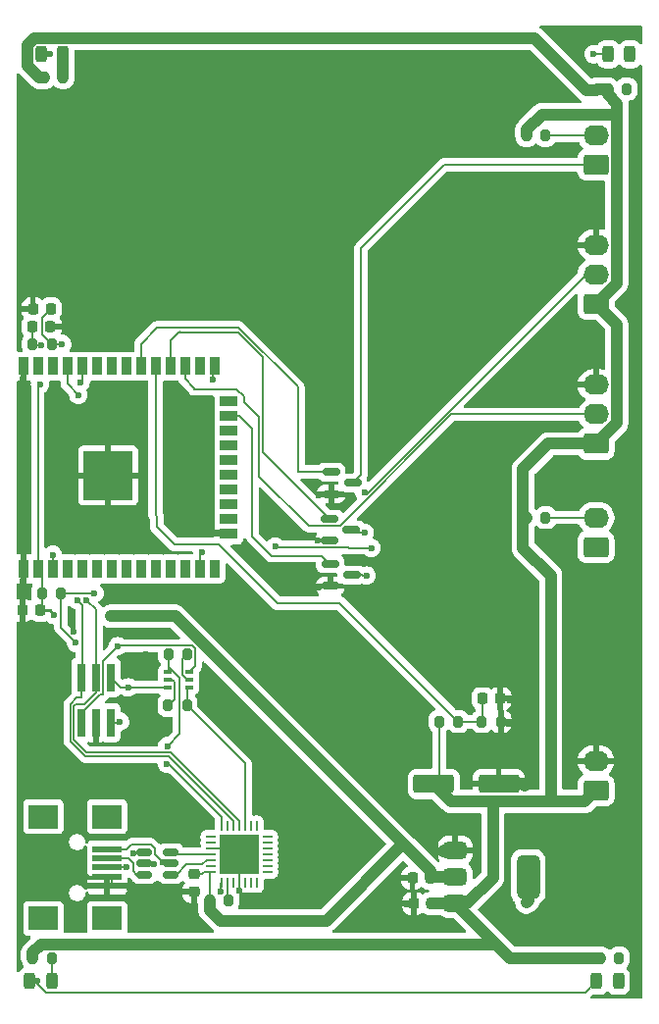
<source format=gbr>
%TF.GenerationSoftware,KiCad,Pcbnew,8.0.6*%
%TF.CreationDate,2025-03-25T19:38:50+01:00*%
%TF.ProjectId,TocBoatReceiver,546f6342-6f61-4745-9265-636569766572,rev?*%
%TF.SameCoordinates,Original*%
%TF.FileFunction,Copper,L1,Top*%
%TF.FilePolarity,Positive*%
%FSLAX46Y46*%
G04 Gerber Fmt 4.6, Leading zero omitted, Abs format (unit mm)*
G04 Created by KiCad (PCBNEW 8.0.6) date 2025-03-25 19:38:50*
%MOMM*%
%LPD*%
G01*
G04 APERTURE LIST*
G04 Aperture macros list*
%AMRoundRect*
0 Rectangle with rounded corners*
0 $1 Rounding radius*
0 $2 $3 $4 $5 $6 $7 $8 $9 X,Y pos of 4 corners*
0 Add a 4 corners polygon primitive as box body*
4,1,4,$2,$3,$4,$5,$6,$7,$8,$9,$2,$3,0*
0 Add four circle primitives for the rounded corners*
1,1,$1+$1,$2,$3*
1,1,$1+$1,$4,$5*
1,1,$1+$1,$6,$7*
1,1,$1+$1,$8,$9*
0 Add four rect primitives between the rounded corners*
20,1,$1+$1,$2,$3,$4,$5,0*
20,1,$1+$1,$4,$5,$6,$7,0*
20,1,$1+$1,$6,$7,$8,$9,0*
20,1,$1+$1,$8,$9,$2,$3,0*%
G04 Aperture macros list end*
%TA.AperFunction,SMDPad,CuDef*%
%ADD10RoundRect,0.225000X0.225000X0.250000X-0.225000X0.250000X-0.225000X-0.250000X0.225000X-0.250000X0*%
%TD*%
%TA.AperFunction,SMDPad,CuDef*%
%ADD11RoundRect,0.200000X-0.200000X-0.275000X0.200000X-0.275000X0.200000X0.275000X-0.200000X0.275000X0*%
%TD*%
%TA.AperFunction,SMDPad,CuDef*%
%ADD12RoundRect,0.150000X-0.587500X-0.150000X0.587500X-0.150000X0.587500X0.150000X-0.587500X0.150000X0*%
%TD*%
%TA.AperFunction,ComponentPad*%
%ADD13RoundRect,0.250000X0.845000X-0.620000X0.845000X0.620000X-0.845000X0.620000X-0.845000X-0.620000X0*%
%TD*%
%TA.AperFunction,ComponentPad*%
%ADD14O,2.190000X1.740000*%
%TD*%
%TA.AperFunction,SMDPad,CuDef*%
%ADD15RoundRect,0.243750X-0.243750X-0.456250X0.243750X-0.456250X0.243750X0.456250X-0.243750X0.456250X0*%
%TD*%
%TA.AperFunction,SMDPad,CuDef*%
%ADD16RoundRect,0.225000X-0.250000X0.225000X-0.250000X-0.225000X0.250000X-0.225000X0.250000X0.225000X0*%
%TD*%
%TA.AperFunction,SMDPad,CuDef*%
%ADD17R,2.500000X0.500000*%
%TD*%
%TA.AperFunction,SMDPad,CuDef*%
%ADD18R,2.500000X2.000000*%
%TD*%
%TA.AperFunction,SMDPad,CuDef*%
%ADD19RoundRect,0.375000X-0.625000X-0.375000X0.625000X-0.375000X0.625000X0.375000X-0.625000X0.375000X0*%
%TD*%
%TA.AperFunction,SMDPad,CuDef*%
%ADD20RoundRect,0.500000X-0.500000X-1.400000X0.500000X-1.400000X0.500000X1.400000X-0.500000X1.400000X0*%
%TD*%
%TA.AperFunction,SMDPad,CuDef*%
%ADD21RoundRect,0.062500X-0.337500X-0.062500X0.337500X-0.062500X0.337500X0.062500X-0.337500X0.062500X0*%
%TD*%
%TA.AperFunction,SMDPad,CuDef*%
%ADD22RoundRect,0.062500X-0.062500X-0.337500X0.062500X-0.337500X0.062500X0.337500X-0.062500X0.337500X0*%
%TD*%
%TA.AperFunction,HeatsinkPad*%
%ADD23R,3.350000X3.350000*%
%TD*%
%TA.AperFunction,SMDPad,CuDef*%
%ADD24RoundRect,0.100000X0.225000X0.100000X-0.225000X0.100000X-0.225000X-0.100000X0.225000X-0.100000X0*%
%TD*%
%TA.AperFunction,SMDPad,CuDef*%
%ADD25RoundRect,0.150000X-0.512500X-0.150000X0.512500X-0.150000X0.512500X0.150000X-0.512500X0.150000X0*%
%TD*%
%TA.AperFunction,SMDPad,CuDef*%
%ADD26R,0.740000X2.400000*%
%TD*%
%TA.AperFunction,SMDPad,CuDef*%
%ADD27RoundRect,0.250000X-1.500000X-0.550000X1.500000X-0.550000X1.500000X0.550000X-1.500000X0.550000X0*%
%TD*%
%TA.AperFunction,SMDPad,CuDef*%
%ADD28R,0.900000X1.500000*%
%TD*%
%TA.AperFunction,SMDPad,CuDef*%
%ADD29R,1.500000X0.900000*%
%TD*%
%TA.AperFunction,SMDPad,CuDef*%
%ADD30R,1.050000X1.050000*%
%TD*%
%TA.AperFunction,HeatsinkPad*%
%ADD31C,0.600000*%
%TD*%
%TA.AperFunction,SMDPad,CuDef*%
%ADD32R,4.200000X4.200000*%
%TD*%
%TA.AperFunction,SMDPad,CuDef*%
%ADD33RoundRect,0.225000X-0.225000X-0.250000X0.225000X-0.250000X0.225000X0.250000X-0.225000X0.250000X0*%
%TD*%
%TA.AperFunction,SMDPad,CuDef*%
%ADD34RoundRect,0.200000X0.200000X0.275000X-0.200000X0.275000X-0.200000X-0.275000X0.200000X-0.275000X0*%
%TD*%
%TA.AperFunction,ViaPad*%
%ADD35C,0.600000*%
%TD*%
%TA.AperFunction,Conductor*%
%ADD36C,0.200000*%
%TD*%
%TA.AperFunction,Conductor*%
%ADD37C,0.127000*%
%TD*%
%TA.AperFunction,Conductor*%
%ADD38C,1.000000*%
%TD*%
%TA.AperFunction,Conductor*%
%ADD39C,0.254000*%
%TD*%
G04 APERTURE END LIST*
D10*
%TO.P,C2,1*%
%TO.N,GND*%
X134900000Y-75500000D03*
%TO.P,C2,2*%
%TO.N,+3.3V*%
X133350000Y-75500000D03*
%TD*%
D11*
%TO.P,R6,1*%
%TO.N,+3.3V*%
X148650000Y-125000000D03*
%TO.P,R6,2*%
%TO.N,Net-(U6-~{RST})*%
X150300000Y-125000000D03*
%TD*%
D12*
%TO.P,Q2,1,G*%
%TO.N,/ESP32/GPIO15*%
X159062500Y-96000000D03*
%TO.P,Q2,2,S*%
%TO.N,GND*%
X159062500Y-97900000D03*
%TO.P,Q2,3,D*%
%TO.N,Net-(D1-K)*%
X160937500Y-96950000D03*
%TD*%
D11*
%TO.P,R7,1*%
%TO.N,+BATT*%
X183000000Y-55000000D03*
%TO.P,R7,2*%
%TO.N,Net-(D4-A)*%
X184650000Y-55000000D03*
%TD*%
D13*
%TO.P,J6,1,Pin_1*%
%TO.N,+BATT*%
X182000000Y-85620000D03*
D14*
%TO.P,J6,2,Pin_2*%
%TO.N,/ESP32/GPIO16*%
X182000000Y-83080000D03*
%TO.P,J6,3,Pin_3*%
%TO.N,GND*%
X182000000Y-80540000D03*
%TD*%
D15*
%TO.P,D1,1,K*%
%TO.N,Net-(D1-K)*%
X133125000Y-132000000D03*
%TO.P,D1,2,A*%
%TO.N,Net-(D1-A)*%
X135000000Y-132000000D03*
%TD*%
D11*
%TO.P,R8,1*%
%TO.N,+BATT*%
X176000000Y-92000000D03*
%TO.P,R8,2*%
%TO.N,Net-(J4-Pin_2)*%
X177650000Y-92000000D03*
%TD*%
D12*
%TO.P,Q4,1,G*%
%TO.N,/ESP32/GPIO18*%
X159125000Y-88050000D03*
%TO.P,Q4,2,S*%
%TO.N,GND*%
X159125000Y-89950000D03*
%TO.P,Q4,3,D*%
%TO.N,Net-(J5-Pin_1)*%
X161000000Y-89000000D03*
%TD*%
D13*
%TO.P,J7,1,Pin_1*%
%TO.N,+BATT*%
X182000000Y-73540000D03*
D14*
%TO.P,J7,2,Pin_2*%
%TO.N,/ESP32/GPIO14*%
X182000000Y-71000000D03*
%TO.P,J7,3,Pin_3*%
%TO.N,GND*%
X182000000Y-68460000D03*
%TD*%
D16*
%TO.P,C4,1*%
%TO.N,+3.3V*%
X147300000Y-122750000D03*
%TO.P,C4,2*%
%TO.N,GND*%
X147300000Y-124300000D03*
%TD*%
D17*
%TO.P,J2,1,VBUS*%
%TO.N,+5V*%
X139800000Y-120600000D03*
%TO.P,J2,2,D-*%
%TO.N,Net-(J2-D-)*%
X139800000Y-121400000D03*
%TO.P,J2,3,D+*%
%TO.N,Net-(J2-D+)*%
X139800000Y-122200000D03*
%TO.P,J2,4,GND*%
%TO.N,GND*%
X139800000Y-123000000D03*
%TO.P,J2,5,Shield*%
X139800000Y-123800000D03*
D18*
%TO.P,J2,6*%
%TO.N,N/C*%
X139800000Y-117800000D03*
X134300000Y-117800000D03*
X139800000Y-126600000D03*
X134300000Y-126600000D03*
%TD*%
D19*
%TO.P,U2,1,GND*%
%TO.N,GND*%
X169850000Y-120700000D03*
%TO.P,U2,2,VO*%
%TO.N,+3.3V*%
X169850000Y-123000000D03*
D20*
X176150000Y-123000000D03*
D19*
%TO.P,U2,3,VI*%
%TO.N,+BATT*%
X169850000Y-125300000D03*
%TD*%
D21*
%TO.P,U6,1,~{DCD}*%
%TO.N,unconnected-(U6-~{DCD}-Pad1)*%
X148750000Y-119550000D03*
%TO.P,U6,2,~{RI}/CLK*%
%TO.N,unconnected-(U6-~{RI}{slash}CLK-Pad2)*%
X148750000Y-120050000D03*
%TO.P,U6,3,GND*%
%TO.N,GND*%
X148750000Y-120550000D03*
%TO.P,U6,4,D+*%
%TO.N,/USB Serial/USB_P*%
X148750000Y-121050000D03*
%TO.P,U6,5,D-*%
%TO.N,/USB Serial/USB_N*%
X148750000Y-121550000D03*
%TO.P,U6,6,VDD*%
%TO.N,+3.3V*%
X148750000Y-122050000D03*
%TO.P,U6,7,VREGIN*%
X148750000Y-122550000D03*
D22*
%TO.P,U6,8,VBUS*%
%TO.N,+5V*%
X149700000Y-123500000D03*
%TO.P,U6,9,~{RST}*%
%TO.N,Net-(U6-~{RST})*%
X150200000Y-123500000D03*
%TO.P,U6,10,NC*%
%TO.N,unconnected-(U6-NC-Pad10)*%
X150700000Y-123500000D03*
%TO.P,U6,11,~{SUSPEND}*%
%TO.N,GND*%
X151200000Y-123500000D03*
%TO.P,U6,12,SUSPEND*%
%TO.N,unconnected-(U6-SUSPEND-Pad12)*%
X151700000Y-123500000D03*
%TO.P,U6,13,CHREN*%
%TO.N,unconnected-(U6-CHREN-Pad13)*%
X152200000Y-123500000D03*
%TO.P,U6,14,CHR1*%
%TO.N,unconnected-(U6-CHR1-Pad14)*%
X152700000Y-123500000D03*
D21*
%TO.P,U6,15,CHR0*%
%TO.N,unconnected-(U6-CHR0-Pad15)*%
X153650000Y-122550000D03*
%TO.P,U6,16,~{WAKEUP}/GPIO.3*%
%TO.N,unconnected-(U6-~{WAKEUP}{slash}GPIO.3-Pad16)*%
X153650000Y-122050000D03*
%TO.P,U6,17,RS485/GPIO.2*%
%TO.N,unconnected-(U6-RS485{slash}GPIO.2-Pad17)*%
X153650000Y-121550000D03*
%TO.P,U6,18,~{RXT}/GPIO.1*%
%TO.N,unconnected-(U6-~{RXT}{slash}GPIO.1-Pad18)*%
X153650000Y-121050000D03*
%TO.P,U6,19,~{TXT}/GPIO.0*%
%TO.N,unconnected-(U6-~{TXT}{slash}GPIO.0-Pad19)*%
X153650000Y-120550000D03*
%TO.P,U6,20,GPIO.6*%
%TO.N,unconnected-(U6-GPIO.6-Pad20)*%
X153650000Y-120050000D03*
%TO.P,U6,21,GPIO.5*%
%TO.N,unconnected-(U6-GPIO.5-Pad21)*%
X153650000Y-119550000D03*
D22*
%TO.P,U6,22,GPIO.4*%
%TO.N,unconnected-(U6-GPIO.4-Pad22)*%
X152700000Y-118600000D03*
%TO.P,U6,23,~{CTS}*%
%TO.N,unconnected-(U6-~{CTS}-Pad23)*%
X152200000Y-118600000D03*
%TO.P,U6,24,~{RTS}*%
%TO.N,Net-(Q1A-E1)*%
X151700000Y-118600000D03*
%TO.P,U6,25,RXD*%
%TO.N,TX*%
X151200000Y-118600000D03*
%TO.P,U6,26,TXD*%
%TO.N,RX*%
X150700000Y-118600000D03*
%TO.P,U6,27,~{DSR}*%
%TO.N,unconnected-(U6-~{DSR}-Pad27)*%
X150200000Y-118600000D03*
%TO.P,U6,28,~{DTR}*%
%TO.N,Net-(Q1B-E2)*%
X149700000Y-118600000D03*
D23*
%TO.P,U6,29,GND*%
%TO.N,GND*%
X151200000Y-121050000D03*
%TD*%
D13*
%TO.P,J3,1,Pin_1*%
%TO.N,+BATT*%
X182000000Y-115540000D03*
D14*
%TO.P,J3,2,Pin_2*%
%TO.N,GND*%
X182000000Y-113000000D03*
%TD*%
D10*
%TO.P,C5,1*%
%TO.N,+BATT*%
X167800000Y-125300000D03*
%TO.P,C5,2*%
%TO.N,GND*%
X166250000Y-125300000D03*
%TD*%
D24*
%TO.P,Q1,1,E1*%
%TO.N,Net-(Q1A-E1)*%
X146900000Y-106650000D03*
%TO.P,Q1,2,B1*%
%TO.N,Net-(Q1A-B1)*%
X146900000Y-106000000D03*
%TO.P,Q1,3,C2*%
%TO.N,D0*%
X146900000Y-105350000D03*
%TO.P,Q1,4,E2*%
%TO.N,Net-(Q1B-E2)*%
X145000000Y-105350000D03*
%TO.P,Q1,5,B2*%
%TO.N,Net-(Q1B-B2)*%
X145000000Y-106000000D03*
%TO.P,Q1,6,C1*%
%TO.N,EN*%
X145000000Y-106650000D03*
%TD*%
D15*
%TO.P,D3,1,K*%
%TO.N,Net-(D1-K)*%
X134125000Y-52000000D03*
%TO.P,D3,2,A*%
%TO.N,Net-(D3-A)*%
X136000000Y-52000000D03*
%TD*%
D11*
%TO.P,R1,1*%
%TO.N,+3.3V*%
X134150000Y-98500000D03*
%TO.P,R1,2*%
%TO.N,D0*%
X135800000Y-98500000D03*
%TD*%
D10*
%TO.P,C6,1*%
%TO.N,+3.3V*%
X167700000Y-123100000D03*
%TO.P,C6,2*%
%TO.N,GND*%
X166150000Y-123100000D03*
%TD*%
D13*
%TO.P,J4,1,Pin_1*%
%TO.N,Net-(J4-Pin_1)*%
X182000000Y-94540000D03*
D14*
%TO.P,J4,2,Pin_2*%
%TO.N,Net-(J4-Pin_2)*%
X182000000Y-92000000D03*
%TD*%
D11*
%TO.P,R10,1*%
%TO.N,+BATT*%
X168450000Y-109600000D03*
%TO.P,R10,2*%
%TO.N,/ESP32/GPIO5*%
X170100000Y-109600000D03*
%TD*%
D25*
%TO.P,U1,1,I/O1*%
%TO.N,Net-(J2-D+)*%
X143000000Y-120900000D03*
%TO.P,U1,2,GND*%
%TO.N,GND*%
X143000000Y-121850000D03*
%TO.P,U1,3,I/O2*%
%TO.N,Net-(J2-D-)*%
X143000000Y-122800000D03*
%TO.P,U1,4,I/O2*%
%TO.N,/USB Serial/USB_N*%
X145275000Y-122800000D03*
%TO.P,U1,5,VBUS*%
%TO.N,+5V*%
X145275000Y-121850000D03*
%TO.P,U1,6,I/O1*%
%TO.N,/USB Serial/USB_P*%
X145275000Y-120900000D03*
%TD*%
D11*
%TO.P,R9,1*%
%TO.N,+BATT*%
X176000000Y-59000000D03*
%TO.P,R9,2*%
%TO.N,Net-(J5-Pin_2)*%
X177650000Y-59000000D03*
%TD*%
%TO.P,R11,1*%
%TO.N,/ESP32/GPIO5*%
X172150000Y-109600000D03*
%TO.P,R11,2*%
%TO.N,GND*%
X173800000Y-109600000D03*
%TD*%
D26*
%TO.P,J1,1,Pin_1*%
%TO.N,EN*%
X140100000Y-105800000D03*
%TO.P,J1,2,Pin_2*%
%TO.N,+3.3V*%
X140100000Y-109700000D03*
%TO.P,J1,3,Pin_3*%
%TO.N,TX*%
X138830000Y-105800000D03*
%TO.P,J1,4,Pin_4*%
%TO.N,GND*%
X138830000Y-109700000D03*
%TO.P,J1,5,Pin_5*%
%TO.N,RX*%
X137560000Y-105800000D03*
%TO.P,J1,6,Pin_6*%
%TO.N,D0*%
X137560000Y-109700000D03*
%TD*%
D27*
%TO.P,C7,1*%
%TO.N,+BATT*%
X168000000Y-115000000D03*
%TO.P,C7,2*%
%TO.N,GND*%
X173600000Y-115000000D03*
%TD*%
D10*
%TO.P,C8,1*%
%TO.N,GND*%
X173750000Y-107600000D03*
%TO.P,C8,2*%
%TO.N,/ESP32/GPIO5*%
X172200000Y-107600000D03*
%TD*%
D15*
%TO.P,D2,1,K*%
%TO.N,Net-(D1-K)*%
X182062500Y-132000000D03*
%TO.P,D2,2,A*%
%TO.N,Net-(D2-A)*%
X183937500Y-132000000D03*
%TD*%
D28*
%TO.P,U3,1,GND*%
%TO.N,GND*%
X132540000Y-96420000D03*
%TO.P,U3,2,VDD*%
%TO.N,+3.3V*%
X133810000Y-96420000D03*
%TO.P,U3,3,EN*%
%TO.N,EN*%
X135080000Y-96420000D03*
%TO.P,U3,4,SENSOR_VP*%
%TO.N,unconnected-(U3-SENSOR_VP-Pad4)*%
X136350000Y-96420000D03*
%TO.P,U3,5,SENSOR_VN*%
%TO.N,unconnected-(U3-SENSOR_VN-Pad5)*%
X137620000Y-96420000D03*
%TO.P,U3,6,IO34*%
%TO.N,unconnected-(U3-IO34-Pad6)*%
X138890000Y-96420000D03*
%TO.P,U3,7,IO35*%
%TO.N,/ESP32/GPIO35*%
X140160000Y-96420000D03*
%TO.P,U3,8,IO32*%
%TO.N,unconnected-(U3-IO32-Pad8)*%
X141430000Y-96420000D03*
%TO.P,U3,9,IO33*%
%TO.N,unconnected-(U3-IO33-Pad9)*%
X142700000Y-96420000D03*
%TO.P,U3,10,IO25*%
%TO.N,unconnected-(U3-IO25-Pad10)*%
X143970000Y-96420000D03*
%TO.P,U3,11,IO26*%
%TO.N,unconnected-(U3-IO26-Pad11)*%
X145240000Y-96420000D03*
%TO.P,U3,12,IO27*%
%TO.N,unconnected-(U3-IO27-Pad12)*%
X146510000Y-96420000D03*
%TO.P,U3,13,IO14*%
%TO.N,/ESP32/GPIO14*%
X147780000Y-96420000D03*
%TO.P,U3,14,IO12*%
%TO.N,/ESP32/GPIO12*%
X149050000Y-96420000D03*
D29*
%TO.P,U3,15,GND*%
%TO.N,GND*%
X150300000Y-93380000D03*
%TO.P,U3,16,IO13*%
%TO.N,/ESP32/GPIO13*%
X150300000Y-92110000D03*
%TO.P,U3,17,SHD/SD2*%
%TO.N,unconnected-(U3-SHD{slash}SD2-Pad17)*%
X150300000Y-90840000D03*
%TO.P,U3,18,SWP/SD3*%
%TO.N,unconnected-(U3-SWP{slash}SD3-Pad18)*%
X150300000Y-89570000D03*
%TO.P,U3,19,SCS/CMD*%
%TO.N,unconnected-(U3-SCS{slash}CMD-Pad19)*%
X150300000Y-88300000D03*
%TO.P,U3,20,SCK/CLK*%
%TO.N,unconnected-(U3-SCK{slash}CLK-Pad20)*%
X150300000Y-87030000D03*
%TO.P,U3,21,SDO/SD0*%
%TO.N,unconnected-(U3-SDO{slash}SD0-Pad21)*%
X150300000Y-85760000D03*
%TO.P,U3,22,SDI/SD1*%
%TO.N,unconnected-(U3-SDI{slash}SD1-Pad22)*%
X150300000Y-84490000D03*
%TO.P,U3,23,IO15*%
%TO.N,/ESP32/GPIO15*%
X150300000Y-83220000D03*
%TO.P,U3,24,IO2*%
%TO.N,/ESP32/GPIO2*%
X150300000Y-81950000D03*
D28*
%TO.P,U3,25,IO0*%
%TO.N,D0*%
X149050000Y-78920000D03*
%TO.P,U3,26,IO4*%
%TO.N,/ESP32/GPIO4*%
X147780000Y-78920000D03*
%TO.P,U3,27,IO16*%
%TO.N,/ESP32/GPIO16*%
X146510000Y-78920000D03*
%TO.P,U3,28,IO17*%
%TO.N,/ESP32/GPIO17*%
X145240000Y-78920000D03*
%TO.P,U3,29,IO5*%
%TO.N,/ESP32/GPIO5*%
X143970000Y-78920000D03*
%TO.P,U3,30,IO18*%
%TO.N,/ESP32/GPIO18*%
X142700000Y-78920000D03*
%TO.P,U3,31,IO19*%
%TO.N,unconnected-(U3-IO19-Pad31)*%
X141430000Y-78920000D03*
%TO.P,U3,32,NC*%
%TO.N,unconnected-(U3-NC-Pad32)*%
X140160000Y-78920000D03*
%TO.P,U3,33,IO21*%
%TO.N,unconnected-(U3-IO21-Pad33)*%
X138890000Y-78920000D03*
%TO.P,U3,34,RXD0/IO3*%
%TO.N,RX*%
X137620000Y-78920000D03*
%TO.P,U3,35,TXD0/IO1*%
%TO.N,TX*%
X136350000Y-78920000D03*
%TO.P,U3,36,IO22*%
%TO.N,unconnected-(U3-IO22-Pad36)*%
X135080000Y-78920000D03*
%TO.P,U3,37,IO23*%
%TO.N,unconnected-(U3-IO23-Pad37)*%
X133810000Y-78920000D03*
%TO.P,U3,38,GND*%
%TO.N,GND*%
X132540000Y-78920000D03*
D30*
%TO.P,U3,39,GND*%
X138355000Y-89875000D03*
D31*
X139117500Y-89875000D03*
D30*
X139880000Y-89875000D03*
D31*
X140642500Y-89875000D03*
D30*
X141405000Y-89875000D03*
D31*
X138355000Y-89112500D03*
X139880000Y-89112500D03*
X141405000Y-89112500D03*
D30*
X138355000Y-88350000D03*
D31*
X139117500Y-88350000D03*
D30*
X139880000Y-88350000D03*
D32*
X139880000Y-88350000D03*
D31*
X140642500Y-88350000D03*
D30*
X141405000Y-88350000D03*
D31*
X138355000Y-87587500D03*
X139880000Y-87587500D03*
X141405000Y-87587500D03*
D30*
X138355000Y-86825000D03*
D31*
X139117500Y-86825000D03*
D30*
X139880000Y-86825000D03*
D31*
X140642500Y-86825000D03*
D30*
X141405000Y-86825000D03*
%TD*%
D11*
%TO.P,R5,1*%
%TO.N,+3.3V*%
X133350000Y-77000000D03*
%TO.P,R5,2*%
%TO.N,EN*%
X135000000Y-77000000D03*
%TD*%
D15*
%TO.P,D4,1,K*%
%TO.N,Net-(D1-K)*%
X183062500Y-52000000D03*
%TO.P,D4,2,A*%
%TO.N,Net-(D4-A)*%
X184937500Y-52000000D03*
%TD*%
D11*
%TO.P,R4,1*%
%TO.N,+BATT*%
X134350000Y-54000000D03*
%TO.P,R4,2*%
%TO.N,Net-(D3-A)*%
X136000000Y-54000000D03*
%TD*%
D33*
%TO.P,C3,1*%
%TO.N,GND*%
X132500000Y-100000000D03*
%TO.P,C3,2*%
%TO.N,+3.3V*%
X134050000Y-100000000D03*
%TD*%
D11*
%TO.P,R13,1*%
%TO.N,Net-(Q1B-B2)*%
X145050000Y-108200000D03*
%TO.P,R13,2*%
%TO.N,Net-(Q1A-E1)*%
X146700000Y-108200000D03*
%TD*%
%TO.P,R3,1*%
%TO.N,+BATT*%
X182350000Y-130000000D03*
%TO.P,R3,2*%
%TO.N,Net-(D2-A)*%
X184000000Y-130000000D03*
%TD*%
D13*
%TO.P,J5,1,Pin_1*%
%TO.N,Net-(J5-Pin_1)*%
X182000000Y-61540000D03*
D14*
%TO.P,J5,2,Pin_2*%
%TO.N,Net-(J5-Pin_2)*%
X182000000Y-59000000D03*
%TD*%
D34*
%TO.P,R12,1*%
%TO.N,Net-(Q1A-B1)*%
X146750000Y-103800000D03*
%TO.P,R12,2*%
%TO.N,Net-(Q1B-E2)*%
X145100000Y-103800000D03*
%TD*%
D12*
%TO.P,Q3,1,G*%
%TO.N,/ESP32/GPIO17*%
X159000000Y-92100000D03*
%TO.P,Q3,2,S*%
%TO.N,GND*%
X159000000Y-94000000D03*
%TO.P,Q3,3,D*%
%TO.N,Net-(J4-Pin_1)*%
X160875000Y-93050000D03*
%TD*%
D11*
%TO.P,R2,1*%
%TO.N,+BATT*%
X133350000Y-130000000D03*
%TO.P,R2,2*%
%TO.N,Net-(D1-A)*%
X135000000Y-130000000D03*
%TD*%
D33*
%TO.P,C1,1*%
%TO.N,GND*%
X133381750Y-73968250D03*
%TO.P,C1,2*%
%TO.N,EN*%
X134931750Y-73968250D03*
%TD*%
D35*
%TO.N,GND*%
X146000000Y-124000000D03*
X144000000Y-124000000D03*
X145000000Y-124000000D03*
X147000000Y-120000000D03*
X147000000Y-119000000D03*
X147000000Y-118000000D03*
X156000000Y-123000000D03*
X156000000Y-122000000D03*
X156000000Y-121000000D03*
X156000000Y-120000000D03*
X144000000Y-99000000D03*
X143000000Y-99000000D03*
X142000000Y-99000000D03*
X141000000Y-99000000D03*
X136000000Y-105000000D03*
X136000000Y-107000000D03*
X136000000Y-106000000D03*
X144000000Y-111000000D03*
X143000000Y-111000000D03*
X142000000Y-111000000D03*
X141000000Y-107800000D03*
X141600000Y-104800000D03*
X141600000Y-104100000D03*
X143200000Y-105200000D03*
X143200000Y-104500000D03*
X143200000Y-103800000D03*
X144900000Y-101900000D03*
X144000000Y-101900000D03*
X136900000Y-101800000D03*
X140200000Y-102000000D03*
X143000000Y-101900000D03*
%TO.N,+3.3V*%
X140900000Y-109600000D03*
%TO.N,GND*%
X138800000Y-111400000D03*
X149300000Y-93300000D03*
X174600000Y-107800000D03*
X174500000Y-109800000D03*
%TO.N,Net-(J2-D+)*%
X141437500Y-122200000D03*
X142032603Y-120948454D03*
%TO.N,EN*%
X141600000Y-106650000D03*
X135900000Y-77000000D03*
X135100000Y-95200000D03*
%TO.N,GND*%
X135500000Y-75500000D03*
X141700000Y-123900000D03*
X165500000Y-123100000D03*
X143800000Y-121900000D03*
X151200000Y-124200000D03*
X168800000Y-120800000D03*
X132500000Y-100700000D03*
X147300000Y-125000000D03*
X175800000Y-115100000D03*
X132681750Y-73968250D03*
X165700000Y-125400000D03*
X158100000Y-98000000D03*
X132500000Y-97500000D03*
X158000000Y-94000000D03*
X132500000Y-80100000D03*
X158100000Y-90100000D03*
%TO.N,+3.3V*%
X135236500Y-100400000D03*
X134000000Y-80500000D03*
X176000000Y-125200000D03*
X140100000Y-100500000D03*
X168600000Y-123000000D03*
X134100000Y-77100000D03*
%TO.N,Net-(D1-K)*%
X133800000Y-132000000D03*
X162200000Y-97000000D03*
X134900000Y-52000000D03*
X181800000Y-52000000D03*
%TO.N,TX*%
X138000003Y-99100000D03*
X137300000Y-81400000D03*
%TO.N,D0*%
X148900000Y-80100000D03*
X140701500Y-103101500D03*
X138700000Y-98500000D03*
X137100000Y-102800000D03*
%TO.N,RX*%
X137200000Y-99100000D03*
X137500000Y-80300000D03*
%TO.N,+5V*%
X144573108Y-121694310D03*
X149566988Y-124266453D03*
%TO.N,Net-(J4-Pin_1)*%
X162036500Y-93300000D03*
%TO.N,/ESP32/GPIO14*%
X154300000Y-94500000D03*
X162600000Y-94600000D03*
X148000000Y-95000000D03*
X162000828Y-89800828D03*
%TO.N,Net-(Q1B-E2)*%
X144951544Y-113248456D03*
X144991317Y-111709500D03*
%TD*%
D36*
%TO.N,+3.3V*%
X140800000Y-109700000D02*
X140900000Y-109600000D01*
X140100000Y-109700000D02*
X140800000Y-109700000D01*
%TO.N,GND*%
X138830000Y-111370000D02*
X138800000Y-111400000D01*
X138830000Y-109700000D02*
X138830000Y-111370000D01*
X149380000Y-93380000D02*
X149300000Y-93300000D01*
X150300000Y-93380000D02*
X149380000Y-93380000D01*
X174400000Y-107600000D02*
X174600000Y-107800000D01*
X173750000Y-107600000D02*
X174400000Y-107600000D01*
X174300000Y-109600000D02*
X174500000Y-109800000D01*
X173800000Y-109600000D02*
X174300000Y-109600000D01*
D37*
%TO.N,+5V*%
X141500000Y-120600000D02*
X139800000Y-120600000D01*
X141900000Y-120200000D02*
X141500000Y-120600000D01*
X143551434Y-120200000D02*
X141900000Y-120200000D01*
X143926000Y-121047202D02*
X143926000Y-120574566D01*
X143926000Y-120574566D02*
X143551434Y-120200000D01*
X144573108Y-121694310D02*
X143926000Y-121047202D01*
D36*
%TO.N,Net-(J2-D+)*%
X142951546Y-120948454D02*
X143000000Y-120900000D01*
X142032603Y-120948454D02*
X142951546Y-120948454D01*
X139800000Y-122200000D02*
X141437500Y-122200000D01*
%TO.N,Net-(J2-D-)*%
X142337501Y-122800000D02*
X143000000Y-122800000D01*
X142037500Y-121800000D02*
X142037500Y-122499999D01*
X142037500Y-122499999D02*
X142337501Y-122800000D01*
X141637500Y-121400000D02*
X142037500Y-121800000D01*
X139800000Y-121400000D02*
X141637500Y-121400000D01*
D37*
%TO.N,EN*%
X140950000Y-106650000D02*
X140100000Y-105800000D01*
X145000000Y-106650000D02*
X140950000Y-106650000D01*
X135100000Y-96400000D02*
X135080000Y-96420000D01*
X135000000Y-77000000D02*
X134186500Y-76186500D01*
X134186500Y-76186500D02*
X134186500Y-74713500D01*
X134186500Y-74713500D02*
X134931750Y-73968250D01*
X135000000Y-77000000D02*
X135900000Y-77000000D01*
X135100000Y-95200000D02*
X135100000Y-96400000D01*
%TO.N,GND*%
X132540000Y-78920000D02*
X132540000Y-80060000D01*
X143000000Y-121850000D02*
X143750000Y-121850000D01*
X133381750Y-73968250D02*
X132681750Y-73968250D01*
X150700000Y-120550000D02*
X151200000Y-121050000D01*
X148750000Y-120550000D02*
X150700000Y-120550000D01*
D38*
X173600000Y-115000000D02*
X175700000Y-115000000D01*
D37*
X140200000Y-123900000D02*
X141700000Y-123900000D01*
X132540000Y-97460000D02*
X132500000Y-97500000D01*
D38*
X175700000Y-115000000D02*
X175800000Y-115100000D01*
D37*
X132500000Y-100000000D02*
X132500000Y-100700000D01*
X159000000Y-94000000D02*
X158000000Y-94000000D01*
X134900000Y-75500000D02*
X135500000Y-75500000D01*
X151200000Y-123500000D02*
X151200000Y-124200000D01*
D38*
X169850000Y-120700000D02*
X168900000Y-120700000D01*
D37*
X132540000Y-96420000D02*
X132540000Y-97460000D01*
D39*
X165800000Y-125300000D02*
X165700000Y-125400000D01*
D38*
X168900000Y-120700000D02*
X168800000Y-120800000D01*
D39*
X166250000Y-125300000D02*
X165800000Y-125300000D01*
D37*
X140200000Y-123100000D02*
X140200000Y-123900000D01*
X132540000Y-80060000D02*
X132500000Y-80100000D01*
X159125000Y-89950000D02*
X158250000Y-89950000D01*
D39*
X166150000Y-123100000D02*
X165500000Y-123100000D01*
D37*
X158200000Y-97900000D02*
X158100000Y-98000000D01*
X159062500Y-97900000D02*
X158200000Y-97900000D01*
X147300000Y-124300000D02*
X147300000Y-125000000D01*
X158250000Y-89950000D02*
X158100000Y-90100000D01*
X143750000Y-121850000D02*
X143800000Y-121900000D01*
X151200000Y-123500000D02*
X151200000Y-121050000D01*
%TO.N,+3.3V*%
X134050000Y-99950000D02*
X134150000Y-99850000D01*
D36*
X133350000Y-75500000D02*
X133350000Y-77000000D01*
D38*
X167700000Y-123100000D02*
X167700000Y-122520248D01*
D37*
X148650000Y-122650000D02*
X148750000Y-122550000D01*
D39*
X134050000Y-100000000D02*
X134836500Y-100000000D01*
D38*
X176150000Y-125050000D02*
X176000000Y-125200000D01*
X145679752Y-100500000D02*
X140100000Y-100500000D01*
D39*
X134836500Y-100000000D02*
X135236500Y-100400000D01*
D37*
X133810000Y-80690000D02*
X134000000Y-80500000D01*
D38*
X165489876Y-120310124D02*
X145679752Y-100500000D01*
D37*
X134050000Y-100000000D02*
X134050000Y-99950000D01*
X133810000Y-96420000D02*
X133810000Y-80690000D01*
D38*
X167800000Y-123000000D02*
X167700000Y-123100000D01*
D37*
X148650000Y-125000000D02*
X148650000Y-122650000D01*
X134100000Y-77100000D02*
X133450000Y-77100000D01*
X133450000Y-77100000D02*
X133350000Y-77000000D01*
X134150000Y-98500000D02*
X134150000Y-96760000D01*
D38*
X167700000Y-122520248D02*
X165489876Y-120310124D01*
X165189876Y-120310124D02*
X158700000Y-126800000D01*
X176150000Y-123000000D02*
X176150000Y-125050000D01*
X158700000Y-126800000D02*
X149600000Y-126800000D01*
X149600000Y-126800000D02*
X148650000Y-125850000D01*
D37*
X147950000Y-122750000D02*
X148150000Y-122550000D01*
D38*
X165489876Y-120310124D02*
X165189876Y-120310124D01*
X169850000Y-123000000D02*
X168600000Y-123000000D01*
D37*
X134150000Y-99850000D02*
X134150000Y-98500000D01*
X148150000Y-122550000D02*
X148750000Y-122550000D01*
X134150000Y-96760000D02*
X133810000Y-96420000D01*
D38*
X168600000Y-123000000D02*
X167800000Y-123000000D01*
X148650000Y-125850000D02*
X148650000Y-125000000D01*
D37*
X147300000Y-122750000D02*
X147950000Y-122750000D01*
D38*
%TO.N,+BATT*%
X182000000Y-85620000D02*
X183795000Y-83825000D01*
X134075000Y-128825000D02*
X133350000Y-129550000D01*
X133350000Y-129550000D02*
X133350000Y-130000000D01*
X181200000Y-55100000D02*
X182000000Y-55100000D01*
X176000000Y-92000000D02*
X175800000Y-92000000D01*
X183000000Y-55475000D02*
X183000000Y-55000000D01*
X183795000Y-56270000D02*
X183000000Y-55475000D01*
X178100000Y-116500000D02*
X178100000Y-97000000D01*
X134350000Y-54000000D02*
X133950000Y-54000000D01*
D36*
X168450000Y-109600000D02*
X168450000Y-114550000D01*
D38*
X169850000Y-125300000D02*
X167800000Y-125300000D01*
X176000000Y-59000000D02*
X176000000Y-58525000D01*
X132900000Y-52950000D02*
X132900000Y-51183582D01*
X181040000Y-116500000D02*
X178100000Y-116500000D01*
X182350000Y-130000000D02*
X174550000Y-130000000D01*
X174550000Y-130000000D02*
X169850000Y-125300000D01*
X176700000Y-50600000D02*
X181200000Y-55100000D01*
X175700000Y-92100000D02*
X175700000Y-87800000D01*
X183795000Y-75335000D02*
X182000000Y-73540000D01*
X183795000Y-71745000D02*
X183795000Y-57200000D01*
X182000000Y-55100000D02*
X182100000Y-55000000D01*
X169850000Y-125300000D02*
X170850000Y-125300000D01*
X182000000Y-73540000D02*
X183795000Y-71745000D01*
X178100000Y-97000000D02*
X175700000Y-94600000D01*
X174550000Y-130000000D02*
X173375000Y-128825000D01*
X177880000Y-85620000D02*
X182000000Y-85620000D01*
X175800000Y-92000000D02*
X175700000Y-92100000D01*
D36*
X168450000Y-114550000D02*
X168000000Y-115000000D01*
D38*
X178100000Y-116500000D02*
X173100000Y-116500000D01*
X173375000Y-128825000D02*
X134075000Y-128825000D01*
X183795000Y-83825000D02*
X183795000Y-75335000D01*
X176000000Y-58525000D02*
X177325000Y-57200000D01*
X132900000Y-51183582D02*
X133483582Y-50600000D01*
X177325000Y-57200000D02*
X183795000Y-57200000D01*
X182100000Y-55000000D02*
X183000000Y-55000000D01*
X175700000Y-94600000D02*
X175700000Y-92100000D01*
X169500000Y-116500000D02*
X168000000Y-115000000D01*
X170850000Y-125300000D02*
X173100000Y-123050000D01*
X173100000Y-116500000D02*
X169500000Y-116500000D01*
X133483582Y-50600000D02*
X176700000Y-50600000D01*
X133950000Y-54000000D02*
X132900000Y-52950000D01*
X182000000Y-115540000D02*
X181040000Y-116500000D01*
X183795000Y-57200000D02*
X183795000Y-56270000D01*
X175700000Y-87800000D02*
X177880000Y-85620000D01*
X173100000Y-123050000D02*
X173100000Y-116500000D01*
D37*
%TO.N,Net-(D1-K)*%
X133800000Y-132000000D02*
X133800000Y-132224114D01*
X134900000Y-52000000D02*
X134125000Y-52000000D01*
X134539386Y-132963500D02*
X181099000Y-132963500D01*
X181099000Y-132963500D02*
X182062500Y-132000000D01*
X133800000Y-132000000D02*
X133125000Y-132000000D01*
X133800000Y-132224114D02*
X134539386Y-132963500D01*
X183062500Y-52000000D02*
X181800000Y-52000000D01*
X161900000Y-97000000D02*
X161850000Y-96950000D01*
X162200000Y-97000000D02*
X161900000Y-97000000D01*
X161850000Y-96950000D02*
X160937500Y-96950000D01*
%TO.N,Net-(D1-A)*%
X135000000Y-130000000D02*
X135000000Y-132000000D01*
D38*
%TO.N,Net-(D3-A)*%
X136000000Y-52000000D02*
X136000000Y-54000000D01*
D37*
%TO.N,TX*%
X138830000Y-105800000D02*
X138830000Y-99929997D01*
X136350000Y-80450000D02*
X136350000Y-78920000D01*
X137300000Y-81400000D02*
X136350000Y-80450000D01*
X138036000Y-112273000D02*
X136926500Y-111163500D01*
X151200000Y-118200001D02*
X145272999Y-112273000D01*
X136926500Y-111163500D02*
X136926500Y-108236500D01*
X137063000Y-108100000D02*
X137800000Y-108100000D01*
X138830000Y-107070000D02*
X138830000Y-105800000D01*
X137800000Y-108100000D02*
X138830000Y-107070000D01*
X138830000Y-99929997D02*
X138000003Y-99100000D01*
X151200000Y-118600000D02*
X151200000Y-118200001D01*
X136926500Y-108236500D02*
X137063000Y-108100000D01*
X145272999Y-112273000D02*
X138036000Y-112273000D01*
%TO.N,D0*%
X147413500Y-103313500D02*
X147413500Y-104836500D01*
X139166500Y-107263500D02*
X139436500Y-107263500D01*
X139466500Y-107233500D02*
X139466500Y-104336500D01*
X135800000Y-98500000D02*
X135800000Y-101500000D01*
X139436500Y-107263500D02*
X139466500Y-107233500D01*
X147413500Y-104836500D02*
X146900000Y-105350000D01*
X140701500Y-103101500D02*
X140741500Y-103061500D01*
X137560000Y-108870000D02*
X139166500Y-107263500D01*
X147161500Y-103061500D02*
X147413500Y-103313500D01*
X135800000Y-101500000D02*
X137100000Y-102800000D01*
X148900000Y-80100000D02*
X148900000Y-79070000D01*
X140741500Y-103061500D02*
X147161500Y-103061500D01*
X135800000Y-98500000D02*
X138700000Y-98500000D01*
X137560000Y-109700000D02*
X137560000Y-108870000D01*
X148900000Y-79070000D02*
X149050000Y-78920000D01*
X139466500Y-104336500D02*
X140701500Y-103101500D01*
%TO.N,RX*%
X137900552Y-112600000D02*
X145099999Y-112600000D01*
X137500000Y-80300000D02*
X137620000Y-80180000D01*
X137560000Y-107540000D02*
X137160552Y-107540000D01*
X137663500Y-105696500D02*
X137663500Y-99563500D01*
X150700000Y-118200001D02*
X150700000Y-118600000D01*
X136599500Y-111298948D02*
X137900552Y-112600000D01*
X137160552Y-107540000D02*
X136599500Y-108101052D01*
X137560000Y-105800000D02*
X137663500Y-105696500D01*
X137663500Y-99563500D02*
X137200000Y-99100000D01*
X145099999Y-112600000D02*
X150700000Y-118200001D01*
X136599500Y-108101052D02*
X136599500Y-111298948D01*
X137620000Y-80180000D02*
X137620000Y-78920000D01*
X137560000Y-105800000D02*
X137560000Y-107540000D01*
%TO.N,+5V*%
X145275000Y-121850000D02*
X144728798Y-121850000D01*
X144728798Y-121850000D02*
X144573108Y-121694310D01*
X149566988Y-124266453D02*
X149566988Y-123633012D01*
X149566988Y-123633012D02*
X149700000Y-123500000D01*
%TO.N,Net-(J4-Pin_2)*%
X177650000Y-92000000D02*
X182000000Y-92000000D01*
%TO.N,Net-(J4-Pin_1)*%
X162036500Y-93300000D02*
X161125000Y-93300000D01*
X161125000Y-93300000D02*
X160875000Y-93050000D01*
%TO.N,Net-(J5-Pin_2)*%
X177650000Y-59000000D02*
X182000000Y-59000000D01*
%TO.N,Net-(J5-Pin_1)*%
X161700000Y-68700000D02*
X161700000Y-88300000D01*
X161700000Y-88300000D02*
X161000000Y-89000000D01*
X182000000Y-61540000D02*
X168860000Y-61540000D01*
X168860000Y-61540000D02*
X161700000Y-68700000D01*
%TO.N,/ESP32/GPIO16*%
X147300000Y-80900000D02*
X147300000Y-80800000D01*
X150977000Y-80900000D02*
X147300000Y-80900000D01*
X182000000Y-83080000D02*
X169518566Y-83080000D01*
X147300000Y-80800000D02*
X146510000Y-80010000D01*
X157180000Y-92700000D02*
X152907000Y-88427000D01*
X151600000Y-81523000D02*
X150977000Y-80900000D01*
X146510000Y-80010000D02*
X146510000Y-78920000D01*
X159898566Y-92700000D02*
X157180000Y-92700000D01*
X169518566Y-83080000D02*
X159898566Y-92700000D01*
X151600000Y-82000000D02*
X151600000Y-81523000D01*
X152907000Y-88427000D02*
X152907000Y-83307000D01*
X152907000Y-83307000D02*
X151600000Y-82000000D01*
%TO.N,/ESP32/GPIO14*%
X160681434Y-94570000D02*
X160711434Y-94600000D01*
X162300000Y-94600000D02*
X162600000Y-94600000D01*
X155800000Y-94570000D02*
X154370000Y-94570000D01*
X160711434Y-94600000D02*
X162300000Y-94600000D01*
X147780000Y-95220000D02*
X147780000Y-96420000D01*
X155800000Y-94570000D02*
X160681434Y-94570000D01*
X181136118Y-71000000D02*
X162168059Y-89968059D01*
X182000000Y-71000000D02*
X181136118Y-71000000D01*
X148000000Y-95000000D02*
X147780000Y-95220000D01*
X154370000Y-94570000D02*
X154300000Y-94500000D01*
%TO.N,Net-(Q1A-E1)*%
X151700000Y-118600000D02*
X151700000Y-113200000D01*
X151700000Y-113200000D02*
X146700000Y-108200000D01*
X146700000Y-106850000D02*
X146900000Y-106650000D01*
X146700000Y-108200000D02*
X146700000Y-106850000D01*
%TO.N,Net-(Q1B-E2)*%
X145148456Y-113248456D02*
X144951544Y-113248456D01*
X145100000Y-105250000D02*
X145000000Y-105350000D01*
X146036500Y-105836500D02*
X145100000Y-104900000D01*
X145100000Y-104900000D02*
X145100000Y-104400000D01*
X144991317Y-111709500D02*
X146036500Y-110664317D01*
X149700000Y-117800000D02*
X145300000Y-113400000D01*
X149700000Y-118600000D02*
X149700000Y-117800000D01*
X145100000Y-104400000D02*
X145100000Y-105250000D01*
X146036500Y-110664317D02*
X146036500Y-105836500D01*
X145100000Y-103800000D02*
X145100000Y-104400000D01*
X145300000Y-113400000D02*
X145148456Y-113248456D01*
%TO.N,Net-(Q1A-B1)*%
X146311500Y-104238500D02*
X146311500Y-105603338D01*
X146750000Y-103800000D02*
X146311500Y-104238500D01*
X146311500Y-105603338D02*
X146708162Y-106000000D01*
X146708162Y-106000000D02*
X146900000Y-106000000D01*
%TO.N,Net-(Q1B-B2)*%
X145588500Y-107661500D02*
X145588500Y-106188500D01*
X145400000Y-106000000D02*
X145000000Y-106000000D01*
X145588500Y-106188500D02*
X145400000Y-106000000D01*
X145050000Y-108200000D02*
X145588500Y-107661500D01*
%TO.N,/ESP32/GPIO15*%
X153983500Y-95283500D02*
X152300000Y-93600000D01*
X151177000Y-83220000D02*
X150300000Y-83220000D01*
X159062500Y-96000000D02*
X158346000Y-95283500D01*
X152300000Y-84343000D02*
X151177000Y-83220000D01*
X152300000Y-93600000D02*
X152300000Y-84343000D01*
X158346000Y-95283500D02*
X153983500Y-95283500D01*
%TO.N,/ESP32/GPIO17*%
X145240000Y-76660000D02*
X145240000Y-78920000D01*
X146000000Y-75900000D02*
X145240000Y-76660000D01*
X153234000Y-86334000D02*
X153234000Y-78134000D01*
X146100000Y-76000000D02*
X146000000Y-75900000D01*
X159000000Y-92100000D02*
X153234000Y-86334000D01*
X151100000Y-76000000D02*
X146100000Y-76000000D01*
X153234000Y-78134000D02*
X151100000Y-76000000D01*
%TO.N,/ESP32/GPIO18*%
X159125000Y-88050000D02*
X156270000Y-88050000D01*
X156270000Y-80707552D02*
X151135448Y-75573000D01*
X151135448Y-75573000D02*
X144127000Y-75573000D01*
X156270000Y-88050000D02*
X156270000Y-80707552D01*
X142700000Y-77000000D02*
X142700000Y-78920000D01*
X144127000Y-75573000D02*
X142700000Y-77000000D01*
%TO.N,Net-(U6-~{RST})*%
X150200000Y-124900000D02*
X150300000Y-125000000D01*
X150200000Y-123500000D02*
X150200000Y-124900000D01*
%TO.N,/USB Serial/USB_P*%
X145425000Y-121050000D02*
X148750000Y-121050000D01*
X145275000Y-120900000D02*
X145425000Y-121050000D01*
%TO.N,/USB Serial/USB_N*%
X145275000Y-122800000D02*
X145800000Y-122800000D01*
X148387234Y-121550000D02*
X148750000Y-121550000D01*
X148000734Y-121936500D02*
X148387234Y-121550000D01*
X146663500Y-121936500D02*
X148000734Y-121936500D01*
X145800000Y-122800000D02*
X146663500Y-121936500D01*
D36*
%TO.N,/ESP32/GPIO5*%
X145600000Y-94300000D02*
X144100000Y-92800000D01*
X170100000Y-109600000D02*
X159850000Y-99350000D01*
X149420000Y-94300000D02*
X145600000Y-94300000D01*
X143970000Y-91770000D02*
X143970000Y-78920000D01*
X159850000Y-99350000D02*
X154470000Y-99350000D01*
X154470000Y-99350000D02*
X149420000Y-94300000D01*
X172200000Y-107600000D02*
X172200000Y-109550000D01*
X172200000Y-109550000D02*
X172150000Y-109600000D01*
X170100000Y-109600000D02*
X172150000Y-109600000D01*
X144100000Y-91900000D02*
X143970000Y-91770000D01*
X144100000Y-92800000D02*
X144100000Y-91900000D01*
%TD*%
%TA.AperFunction,Conductor*%
%TO.N,GND*%
G36*
X185942539Y-49520185D02*
G01*
X185988294Y-49572989D01*
X185999500Y-49624500D01*
X185999500Y-51015416D01*
X185979815Y-51082455D01*
X185927011Y-51128210D01*
X185857853Y-51138154D01*
X185794297Y-51109129D01*
X185769964Y-51080517D01*
X185769027Y-51078999D01*
X185769025Y-51078996D01*
X185646003Y-50955974D01*
X185645999Y-50955971D01*
X185497933Y-50864642D01*
X185497927Y-50864639D01*
X185497925Y-50864638D01*
X185497922Y-50864637D01*
X185332776Y-50809913D01*
X185230855Y-50799500D01*
X185230848Y-50799500D01*
X184644152Y-50799500D01*
X184644144Y-50799500D01*
X184542223Y-50809913D01*
X184377077Y-50864637D01*
X184377066Y-50864642D01*
X184229000Y-50955971D01*
X184228996Y-50955974D01*
X184105974Y-51078996D01*
X184105971Y-51079000D01*
X184105538Y-51079703D01*
X184105114Y-51080083D01*
X184101493Y-51084664D01*
X184100710Y-51084045D01*
X184053590Y-51126428D01*
X183984628Y-51137649D01*
X183920546Y-51109806D01*
X183898657Y-51084544D01*
X183898507Y-51084664D01*
X183895859Y-51081315D01*
X183894462Y-51079703D01*
X183894028Y-51079000D01*
X183894025Y-51078996D01*
X183771003Y-50955974D01*
X183770999Y-50955971D01*
X183622933Y-50864642D01*
X183622927Y-50864639D01*
X183622925Y-50864638D01*
X183622922Y-50864637D01*
X183457776Y-50809913D01*
X183355855Y-50799500D01*
X183355848Y-50799500D01*
X182769152Y-50799500D01*
X182769144Y-50799500D01*
X182667223Y-50809913D01*
X182502077Y-50864637D01*
X182502066Y-50864642D01*
X182354000Y-50955971D01*
X182353996Y-50955974D01*
X182230973Y-51078997D01*
X182169836Y-51178115D01*
X182117888Y-51224839D01*
X182048925Y-51236060D01*
X182023344Y-51230059D01*
X181979257Y-51214632D01*
X181979249Y-51214630D01*
X181800004Y-51194435D01*
X181799996Y-51194435D01*
X181620750Y-51214630D01*
X181620745Y-51214631D01*
X181450476Y-51274211D01*
X181297737Y-51370184D01*
X181170184Y-51497737D01*
X181074211Y-51650476D01*
X181014631Y-51820745D01*
X181014630Y-51820750D01*
X180994435Y-51999996D01*
X180994435Y-52000003D01*
X181014630Y-52179249D01*
X181014631Y-52179254D01*
X181074211Y-52349523D01*
X181170184Y-52502262D01*
X181297738Y-52629816D01*
X181450478Y-52725789D01*
X181585185Y-52772925D01*
X181620745Y-52785368D01*
X181620750Y-52785369D01*
X181799996Y-52805565D01*
X181800000Y-52805565D01*
X181800004Y-52805565D01*
X181979248Y-52785369D01*
X181979248Y-52785368D01*
X181979255Y-52785368D01*
X182023345Y-52769939D01*
X182093120Y-52766377D01*
X182153748Y-52801105D01*
X182169836Y-52821884D01*
X182230971Y-52920999D01*
X182230974Y-52921003D01*
X182353996Y-53044025D01*
X182354000Y-53044028D01*
X182502066Y-53135357D01*
X182502069Y-53135358D01*
X182502075Y-53135362D01*
X182667225Y-53190087D01*
X182769152Y-53200500D01*
X182769157Y-53200500D01*
X183355843Y-53200500D01*
X183355848Y-53200500D01*
X183457775Y-53190087D01*
X183622925Y-53135362D01*
X183771003Y-53044026D01*
X183894026Y-52921003D01*
X183894458Y-52920301D01*
X183894881Y-52919921D01*
X183898507Y-52915336D01*
X183899290Y-52915955D01*
X183946402Y-52873575D01*
X184015364Y-52862349D01*
X184079448Y-52890188D01*
X184101342Y-52915455D01*
X184101493Y-52915336D01*
X184104143Y-52918687D01*
X184105540Y-52920299D01*
X184105972Y-52920999D01*
X184105975Y-52921004D01*
X184228996Y-53044025D01*
X184229000Y-53044028D01*
X184377066Y-53135357D01*
X184377069Y-53135358D01*
X184377075Y-53135362D01*
X184542225Y-53190087D01*
X184644152Y-53200500D01*
X184644157Y-53200500D01*
X185230843Y-53200500D01*
X185230848Y-53200500D01*
X185332775Y-53190087D01*
X185497925Y-53135362D01*
X185646003Y-53044026D01*
X185769026Y-52921003D01*
X185769961Y-52919487D01*
X185770873Y-52918666D01*
X185773507Y-52915336D01*
X185774075Y-52915785D01*
X185821907Y-52872763D01*
X185890870Y-52861539D01*
X185954952Y-52889381D01*
X185993809Y-52947449D01*
X185999500Y-52984583D01*
X185999500Y-133375500D01*
X185979815Y-133442539D01*
X185927011Y-133488294D01*
X185875500Y-133499500D01*
X181659977Y-133499500D01*
X181592938Y-133479815D01*
X181547183Y-133427011D01*
X181537239Y-133357853D01*
X181566264Y-133294297D01*
X181572295Y-133287820D01*
X181572296Y-133287819D01*
X181628103Y-133232011D01*
X181689424Y-133198527D01*
X181728387Y-133196335D01*
X181769152Y-133200500D01*
X181769156Y-133200500D01*
X182355843Y-133200500D01*
X182355848Y-133200500D01*
X182457775Y-133190087D01*
X182622925Y-133135362D01*
X182771003Y-133044026D01*
X182894026Y-132921003D01*
X182894458Y-132920301D01*
X182894881Y-132919921D01*
X182898507Y-132915336D01*
X182899290Y-132915955D01*
X182946402Y-132873575D01*
X183015364Y-132862349D01*
X183079448Y-132890188D01*
X183101342Y-132915455D01*
X183101493Y-132915336D01*
X183104143Y-132918687D01*
X183105540Y-132920299D01*
X183105972Y-132920999D01*
X183105975Y-132921004D01*
X183228996Y-133044025D01*
X183229000Y-133044028D01*
X183377066Y-133135357D01*
X183377069Y-133135358D01*
X183377075Y-133135362D01*
X183542225Y-133190087D01*
X183644152Y-133200500D01*
X183644157Y-133200500D01*
X184230843Y-133200500D01*
X184230848Y-133200500D01*
X184332775Y-133190087D01*
X184497925Y-133135362D01*
X184646003Y-133044026D01*
X184769026Y-132921003D01*
X184860362Y-132772925D01*
X184915087Y-132607775D01*
X184925500Y-132505848D01*
X184925500Y-131494152D01*
X184915087Y-131392225D01*
X184860362Y-131227075D01*
X184860358Y-131227069D01*
X184860357Y-131227066D01*
X184769028Y-131079000D01*
X184769027Y-131078999D01*
X184769026Y-131078997D01*
X184665523Y-130975494D01*
X184632039Y-130914171D01*
X184637023Y-130844479D01*
X184665523Y-130800133D01*
X184755472Y-130710185D01*
X184843478Y-130564606D01*
X184894086Y-130402196D01*
X184900500Y-130331616D01*
X184900500Y-129668384D01*
X184894086Y-129597804D01*
X184843478Y-129435394D01*
X184755472Y-129289815D01*
X184755470Y-129289813D01*
X184755469Y-129289811D01*
X184635188Y-129169530D01*
X184489606Y-129081522D01*
X184472138Y-129076079D01*
X184327196Y-129030914D01*
X184327194Y-129030913D01*
X184327192Y-129030913D01*
X184277778Y-129026423D01*
X184256616Y-129024500D01*
X183743384Y-129024500D01*
X183724145Y-129026248D01*
X183672807Y-129030913D01*
X183510393Y-129081522D01*
X183364811Y-129169530D01*
X183364810Y-129169531D01*
X183262681Y-129271661D01*
X183201358Y-129305146D01*
X183131666Y-129300162D01*
X183087319Y-129271661D01*
X182985188Y-129169530D01*
X182839606Y-129081522D01*
X182822138Y-129076079D01*
X182677196Y-129030914D01*
X182677194Y-129030913D01*
X182677192Y-129030913D01*
X182627778Y-129026423D01*
X182606616Y-129024500D01*
X182606613Y-129024500D01*
X182586434Y-129024500D01*
X182562243Y-129022117D01*
X182524551Y-129014619D01*
X182448543Y-128999500D01*
X182448541Y-128999500D01*
X175015783Y-128999500D01*
X174948744Y-128979815D01*
X174928102Y-128963181D01*
X171852601Y-125887680D01*
X171819116Y-125826357D01*
X171824100Y-125756665D01*
X171852601Y-125712318D01*
X172295236Y-125269684D01*
X173877140Y-123687781D01*
X173986632Y-123523914D01*
X174062052Y-123341835D01*
X174100501Y-123148540D01*
X174100501Y-122951459D01*
X174100501Y-122946349D01*
X174100500Y-122946323D01*
X174100500Y-121541966D01*
X174649500Y-121541966D01*
X174649500Y-124458028D01*
X174649500Y-124458033D01*
X174649501Y-124458036D01*
X174651190Y-124477032D01*
X174660113Y-124577415D01*
X174716089Y-124773045D01*
X174716090Y-124773048D01*
X174716091Y-124773049D01*
X174810302Y-124953407D01*
X174849661Y-125001677D01*
X174930240Y-125100500D01*
X174938891Y-125111109D01*
X174953859Y-125123314D01*
X174993377Y-125180932D01*
X174999500Y-125219416D01*
X174999500Y-125298544D01*
X175037947Y-125491828D01*
X175037949Y-125491836D01*
X175113367Y-125673910D01*
X175113372Y-125673920D01*
X175222860Y-125837780D01*
X175222863Y-125837784D01*
X175362215Y-125977136D01*
X175362219Y-125977139D01*
X175526079Y-126086627D01*
X175526083Y-126086629D01*
X175526086Y-126086631D01*
X175708164Y-126162051D01*
X175901455Y-126200499D01*
X175901458Y-126200500D01*
X175901460Y-126200500D01*
X176098542Y-126200500D01*
X176098543Y-126200499D01*
X176291836Y-126162051D01*
X176473914Y-126086631D01*
X176637781Y-125977139D01*
X176787778Y-125827141D01*
X176787782Y-125827139D01*
X176927139Y-125687782D01*
X177036632Y-125523914D01*
X177049637Y-125492517D01*
X177097864Y-125376087D01*
X177097864Y-125376086D01*
X177098728Y-125373999D01*
X177112051Y-125341836D01*
X177112547Y-125339338D01*
X177113167Y-125338153D01*
X177113819Y-125336006D01*
X177114226Y-125336129D01*
X177144931Y-125277429D01*
X177176756Y-125253619D01*
X177183688Y-125249998D01*
X177203407Y-125239698D01*
X177361109Y-125111109D01*
X177489698Y-124953407D01*
X177583909Y-124773049D01*
X177639886Y-124577418D01*
X177650500Y-124458037D01*
X177650499Y-121541964D01*
X177639886Y-121422582D01*
X177583909Y-121226951D01*
X177489698Y-121046593D01*
X177423189Y-120965026D01*
X177361109Y-120888890D01*
X177212216Y-120767485D01*
X177203407Y-120760302D01*
X177023049Y-120666091D01*
X177023048Y-120666090D01*
X177023045Y-120666089D01*
X176905829Y-120632550D01*
X176827418Y-120610114D01*
X176827415Y-120610113D01*
X176827413Y-120610113D01*
X176761102Y-120604217D01*
X176708037Y-120599500D01*
X176708032Y-120599500D01*
X175591971Y-120599500D01*
X175591965Y-120599500D01*
X175591964Y-120599501D01*
X175580316Y-120600536D01*
X175472584Y-120610113D01*
X175276954Y-120666089D01*
X175211078Y-120700500D01*
X175096593Y-120760302D01*
X175096591Y-120760303D01*
X175096590Y-120760304D01*
X174938890Y-120888890D01*
X174810304Y-121046590D01*
X174716089Y-121226954D01*
X174660114Y-121422583D01*
X174660113Y-121422586D01*
X174649500Y-121541966D01*
X174100500Y-121541966D01*
X174100500Y-117624500D01*
X174120185Y-117557461D01*
X174172989Y-117511706D01*
X174224500Y-117500500D01*
X181138542Y-117500500D01*
X181157870Y-117496655D01*
X181235188Y-117481275D01*
X181331836Y-117462051D01*
X181385165Y-117439961D01*
X181513914Y-117386632D01*
X181677782Y-117277139D01*
X181817139Y-117137782D01*
X181817140Y-117137779D01*
X181824206Y-117130714D01*
X181824209Y-117130710D01*
X182008101Y-116946818D01*
X182069424Y-116913333D01*
X182095782Y-116910499D01*
X182895002Y-116910499D01*
X182895008Y-116910499D01*
X182997797Y-116899999D01*
X183164334Y-116844814D01*
X183313656Y-116752712D01*
X183437712Y-116628656D01*
X183529814Y-116479334D01*
X183584999Y-116312797D01*
X183595500Y-116210009D01*
X183595499Y-114869992D01*
X183584999Y-114767203D01*
X183529814Y-114600666D01*
X183437712Y-114451344D01*
X183313656Y-114327288D01*
X183164334Y-114235186D01*
X183164332Y-114235185D01*
X183164325Y-114235181D01*
X183163165Y-114234640D01*
X183162503Y-114234057D01*
X183158187Y-114231395D01*
X183158642Y-114230657D01*
X183110727Y-114188466D01*
X183091577Y-114121272D01*
X183111795Y-114054392D01*
X183127892Y-114034578D01*
X183269977Y-113892493D01*
X183396728Y-113718036D01*
X183494627Y-113525901D01*
X183561266Y-113320809D01*
X183572481Y-113250000D01*
X182542709Y-113250000D01*
X182554452Y-113229661D01*
X182595000Y-113078333D01*
X182595000Y-112921667D01*
X182554452Y-112770339D01*
X182542709Y-112750000D01*
X183572481Y-112750000D01*
X183561266Y-112679190D01*
X183494627Y-112474098D01*
X183396728Y-112281963D01*
X183269974Y-112107503D01*
X183269974Y-112107502D01*
X183117497Y-111955025D01*
X182943036Y-111828271D01*
X182750901Y-111730372D01*
X182545809Y-111663734D01*
X182332820Y-111630000D01*
X182250000Y-111630000D01*
X182250000Y-112457290D01*
X182229661Y-112445548D01*
X182078333Y-112405000D01*
X181921667Y-112405000D01*
X181770339Y-112445548D01*
X181750000Y-112457290D01*
X181750000Y-111630000D01*
X181667180Y-111630000D01*
X181454190Y-111663734D01*
X181249098Y-111730372D01*
X181056963Y-111828271D01*
X180882503Y-111955025D01*
X180882502Y-111955025D01*
X180730025Y-112107502D01*
X180730025Y-112107503D01*
X180603271Y-112281963D01*
X180505372Y-112474098D01*
X180438733Y-112679190D01*
X180427519Y-112750000D01*
X181457291Y-112750000D01*
X181445548Y-112770339D01*
X181405000Y-112921667D01*
X181405000Y-113078333D01*
X181445548Y-113229661D01*
X181457291Y-113250000D01*
X180427519Y-113250000D01*
X180438733Y-113320809D01*
X180505372Y-113525901D01*
X180603271Y-113718036D01*
X180730025Y-113892496D01*
X180730025Y-113892497D01*
X180872107Y-114034579D01*
X180905592Y-114095902D01*
X180900608Y-114165594D01*
X180858736Y-114221527D01*
X180836840Y-114234638D01*
X180835672Y-114235182D01*
X180686342Y-114327289D01*
X180562289Y-114451342D01*
X180470187Y-114600663D01*
X180470186Y-114600666D01*
X180415001Y-114767203D01*
X180415001Y-114767204D01*
X180415000Y-114767204D01*
X180404500Y-114869983D01*
X180404500Y-115375500D01*
X180384815Y-115442539D01*
X180332011Y-115488294D01*
X180280500Y-115499500D01*
X179224500Y-115499500D01*
X179157461Y-115479815D01*
X179111706Y-115427011D01*
X179100500Y-115375500D01*
X179100500Y-97104675D01*
X179100501Y-97104654D01*
X179100501Y-96901457D01*
X179100500Y-96901455D01*
X179084334Y-96820185D01*
X179062052Y-96708165D01*
X178986632Y-96526086D01*
X178986631Y-96526085D01*
X178986628Y-96526079D01*
X178877140Y-96362219D01*
X178877137Y-96362215D01*
X176736819Y-94221897D01*
X176703334Y-94160574D01*
X176700500Y-94134216D01*
X176700500Y-92816519D01*
X176720185Y-92749480D01*
X176736731Y-92728926D01*
X176737232Y-92728424D01*
X176798520Y-92694879D01*
X176868216Y-92699794D01*
X176912680Y-92728338D01*
X177014811Y-92830469D01*
X177014813Y-92830470D01*
X177014815Y-92830472D01*
X177160394Y-92918478D01*
X177322804Y-92969086D01*
X177393384Y-92975500D01*
X177393387Y-92975500D01*
X177906613Y-92975500D01*
X177906616Y-92975500D01*
X177977196Y-92969086D01*
X178139606Y-92918478D01*
X178285185Y-92830472D01*
X178405472Y-92710185D01*
X178457664Y-92623848D01*
X178509191Y-92576662D01*
X178563780Y-92564000D01*
X180448236Y-92564000D01*
X180515275Y-92583685D01*
X180558721Y-92631705D01*
X180602843Y-92718299D01*
X180729641Y-92892821D01*
X180729643Y-92892823D01*
X180871624Y-93034804D01*
X180905109Y-93096127D01*
X180900125Y-93165819D01*
X180858253Y-93221752D01*
X180836360Y-93234861D01*
X180835677Y-93235179D01*
X180686342Y-93327289D01*
X180562289Y-93451342D01*
X180470187Y-93600663D01*
X180470185Y-93600668D01*
X180445802Y-93674253D01*
X180415001Y-93767203D01*
X180415001Y-93767204D01*
X180415000Y-93767204D01*
X180404500Y-93869983D01*
X180404500Y-95210001D01*
X180404501Y-95210018D01*
X180415000Y-95312796D01*
X180415001Y-95312799D01*
X180439049Y-95385369D01*
X180470186Y-95479334D01*
X180562288Y-95628656D01*
X180686344Y-95752712D01*
X180835666Y-95844814D01*
X181002203Y-95899999D01*
X181104991Y-95910500D01*
X182895008Y-95910499D01*
X182997797Y-95899999D01*
X183164334Y-95844814D01*
X183313656Y-95752712D01*
X183437712Y-95628656D01*
X183529814Y-95479334D01*
X183584999Y-95312797D01*
X183595500Y-95210009D01*
X183595499Y-93869992D01*
X183593211Y-93847598D01*
X183584999Y-93767203D01*
X183584998Y-93767200D01*
X183571242Y-93725688D01*
X183529814Y-93600666D01*
X183437712Y-93451344D01*
X183313656Y-93327288D01*
X183164334Y-93235186D01*
X183164326Y-93235181D01*
X183163645Y-93234864D01*
X183163256Y-93234521D01*
X183158187Y-93231395D01*
X183158721Y-93230528D01*
X183111208Y-93188688D01*
X183092060Y-93121494D01*
X183112280Y-93054614D01*
X183128366Y-93034813D01*
X183270359Y-92892821D01*
X183397157Y-92718299D01*
X183495092Y-92526089D01*
X183561754Y-92320926D01*
X183584548Y-92177011D01*
X183595500Y-92107866D01*
X183595500Y-91892133D01*
X183573002Y-91750095D01*
X183561754Y-91679074D01*
X183495092Y-91473911D01*
X183397157Y-91281701D01*
X183270359Y-91107179D01*
X183117821Y-90954641D01*
X182943299Y-90827843D01*
X182751089Y-90729908D01*
X182545926Y-90663246D01*
X182545924Y-90663245D01*
X182545922Y-90663245D01*
X182332866Y-90629500D01*
X182332861Y-90629500D01*
X181667139Y-90629500D01*
X181667134Y-90629500D01*
X181454077Y-90663245D01*
X181248908Y-90729909D01*
X181056700Y-90827843D01*
X181052815Y-90830666D01*
X180882179Y-90954641D01*
X180882177Y-90954643D01*
X180882176Y-90954643D01*
X180729643Y-91107176D01*
X180729643Y-91107177D01*
X180729641Y-91107179D01*
X180684342Y-91169528D01*
X180602843Y-91281700D01*
X180558721Y-91368295D01*
X180510746Y-91419091D01*
X180448236Y-91436000D01*
X178563780Y-91436000D01*
X178496741Y-91416315D01*
X178457664Y-91376151D01*
X178405472Y-91289815D01*
X178405470Y-91289813D01*
X178405469Y-91289811D01*
X178285188Y-91169530D01*
X178139606Y-91081522D01*
X177977196Y-91030914D01*
X177977194Y-91030913D01*
X177977192Y-91030913D01*
X177927778Y-91026423D01*
X177906616Y-91024500D01*
X177393384Y-91024500D01*
X177374145Y-91026248D01*
X177322807Y-91030913D01*
X177160393Y-91081522D01*
X177014813Y-91169529D01*
X176912680Y-91271662D01*
X176851357Y-91305146D01*
X176781665Y-91300162D01*
X176737230Y-91271573D01*
X176736731Y-91271073D01*
X176703307Y-91209717D01*
X176700500Y-91183480D01*
X176700500Y-88265782D01*
X176720185Y-88198743D01*
X176736819Y-88178101D01*
X178258102Y-86656819D01*
X178319425Y-86623334D01*
X178345783Y-86620500D01*
X180438706Y-86620500D01*
X180505745Y-86640185D01*
X180544243Y-86679401D01*
X180562288Y-86708656D01*
X180686344Y-86832712D01*
X180835666Y-86924814D01*
X181002203Y-86979999D01*
X181104991Y-86990500D01*
X182895008Y-86990499D01*
X182997797Y-86979999D01*
X183164334Y-86924814D01*
X183313656Y-86832712D01*
X183437712Y-86708656D01*
X183529814Y-86559334D01*
X183584999Y-86392797D01*
X183595500Y-86290009D01*
X183595499Y-85490782D01*
X183615183Y-85423744D01*
X183631818Y-85403102D01*
X184572136Y-84462785D01*
X184572136Y-84462784D01*
X184572139Y-84462782D01*
X184620025Y-84391115D01*
X184681631Y-84298916D01*
X184681635Y-84298908D01*
X184703624Y-84245819D01*
X184732751Y-84175500D01*
X184757051Y-84116836D01*
X184795500Y-83923541D01*
X184795500Y-83726460D01*
X184795500Y-75236459D01*
X184795500Y-75236456D01*
X184760361Y-75059804D01*
X184757051Y-75043164D01*
X184714494Y-74940423D01*
X184711667Y-74933599D01*
X184681635Y-74861093D01*
X184681634Y-74861092D01*
X184681632Y-74861086D01*
X184572139Y-74697218D01*
X184432782Y-74557861D01*
X184432781Y-74557860D01*
X184036210Y-74161289D01*
X183631818Y-73756897D01*
X183598333Y-73695574D01*
X183595499Y-73669216D01*
X183595499Y-73410783D01*
X183615184Y-73343744D01*
X183631818Y-73323102D01*
X184084930Y-72869991D01*
X184572139Y-72382782D01*
X184609219Y-72327288D01*
X184681631Y-72218916D01*
X184681635Y-72218908D01*
X184700999Y-72172157D01*
X184732751Y-72095500D01*
X184757051Y-72036836D01*
X184795500Y-71843541D01*
X184795500Y-71646460D01*
X184795500Y-57101459D01*
X184795500Y-56171459D01*
X184795500Y-56171456D01*
X184795499Y-56171454D01*
X184785999Y-56123691D01*
X184792226Y-56054100D01*
X184835089Y-55998922D01*
X184900979Y-55975678D01*
X184905176Y-55975565D01*
X184906609Y-55975500D01*
X184906616Y-55975500D01*
X184977196Y-55969086D01*
X185139606Y-55918478D01*
X185285185Y-55830472D01*
X185405472Y-55710185D01*
X185493478Y-55564606D01*
X185544086Y-55402196D01*
X185550500Y-55331616D01*
X185550500Y-54668384D01*
X185544086Y-54597804D01*
X185493478Y-54435394D01*
X185405472Y-54289815D01*
X185405470Y-54289813D01*
X185405469Y-54289811D01*
X185285188Y-54169530D01*
X185139606Y-54081522D01*
X185100024Y-54069188D01*
X184977196Y-54030914D01*
X184977194Y-54030913D01*
X184977192Y-54030913D01*
X184927778Y-54026423D01*
X184906616Y-54024500D01*
X184393384Y-54024500D01*
X184374145Y-54026248D01*
X184322807Y-54030913D01*
X184160393Y-54081522D01*
X184014811Y-54169530D01*
X184014810Y-54169531D01*
X183912681Y-54271661D01*
X183851358Y-54305146D01*
X183781666Y-54300162D01*
X183737319Y-54271661D01*
X183635188Y-54169530D01*
X183489606Y-54081522D01*
X183450024Y-54069188D01*
X183327196Y-54030914D01*
X183327194Y-54030913D01*
X183327192Y-54030913D01*
X183277778Y-54026423D01*
X183256616Y-54024500D01*
X183256613Y-54024500D01*
X183236434Y-54024500D01*
X183212243Y-54022117D01*
X183174551Y-54014619D01*
X183098543Y-53999500D01*
X183098541Y-53999500D01*
X182198540Y-53999500D01*
X182001459Y-53999500D01*
X182001456Y-53999500D01*
X181808171Y-54037946D01*
X181808167Y-54037948D01*
X181808165Y-54037948D01*
X181808164Y-54037949D01*
X181769087Y-54054135D01*
X181732743Y-54069189D01*
X181732740Y-54069190D01*
X181704184Y-54081017D01*
X181634715Y-54088483D01*
X181572237Y-54057206D01*
X181569055Y-54054135D01*
X177481479Y-49966559D01*
X177481459Y-49966537D01*
X177337785Y-49822863D01*
X177337781Y-49822860D01*
X177195218Y-49727602D01*
X177150413Y-49673990D01*
X177141706Y-49604665D01*
X177171861Y-49541637D01*
X177231304Y-49504918D01*
X177264109Y-49500500D01*
X185875500Y-49500500D01*
X185942539Y-49520185D01*
G37*
%TD.AperFunction*%
%TA.AperFunction,Conductor*%
G36*
X132733039Y-78689685D02*
G01*
X132778794Y-78742489D01*
X132790000Y-78794000D01*
X132790000Y-80170000D01*
X133037828Y-80170000D01*
X133037839Y-80169999D01*
X133081523Y-80165302D01*
X133150283Y-80177706D01*
X133201421Y-80225315D01*
X133218702Y-80293014D01*
X133215674Y-80316176D01*
X133214631Y-80320746D01*
X133194435Y-80499996D01*
X133194435Y-80500003D01*
X133214630Y-80679246D01*
X133214632Y-80679256D01*
X133239041Y-80749011D01*
X133246000Y-80789966D01*
X133246000Y-95054805D01*
X133226315Y-95121844D01*
X133173511Y-95167599D01*
X133104353Y-95177543D01*
X133099585Y-95176639D01*
X133037844Y-95170000D01*
X132790000Y-95170000D01*
X132790000Y-97670000D01*
X133037828Y-97670000D01*
X133037844Y-97669999D01*
X133097372Y-97663598D01*
X133097375Y-97663597D01*
X133130949Y-97651075D01*
X133200640Y-97646089D01*
X133217619Y-97651075D01*
X133252511Y-97664089D01*
X133252513Y-97664090D01*
X133252514Y-97664090D01*
X133252517Y-97664091D01*
X133263634Y-97665286D01*
X133328183Y-97692021D01*
X133368033Y-97749413D01*
X133370529Y-97819238D01*
X133356497Y-97852724D01*
X133306523Y-97935391D01*
X133255913Y-98097807D01*
X133251171Y-98150000D01*
X133249500Y-98168384D01*
X133249500Y-98831616D01*
X133255914Y-98902196D01*
X133278133Y-98973501D01*
X133282088Y-98986193D01*
X133283238Y-99056053D01*
X133246437Y-99115445D01*
X133183367Y-99145513D01*
X133114055Y-99136709D01*
X133098605Y-99128620D01*
X133033492Y-99088457D01*
X133033481Y-99088452D01*
X132872606Y-99035144D01*
X132773322Y-99025000D01*
X132750000Y-99025000D01*
X132750000Y-100974999D01*
X132773308Y-100974999D01*
X132773322Y-100974998D01*
X132872607Y-100964855D01*
X133033481Y-100911547D01*
X133033492Y-100911542D01*
X133177731Y-100822573D01*
X133186959Y-100813345D01*
X133248279Y-100779856D01*
X133317971Y-100784835D01*
X133362327Y-100813339D01*
X133371955Y-100822967D01*
X133371959Y-100822970D01*
X133516294Y-100911998D01*
X133516297Y-100911999D01*
X133516303Y-100912003D01*
X133677292Y-100965349D01*
X133776655Y-100975500D01*
X134323344Y-100975499D01*
X134323352Y-100975498D01*
X134323355Y-100975498D01*
X134377760Y-100969940D01*
X134422708Y-100965349D01*
X134535677Y-100927914D01*
X134605504Y-100925513D01*
X134662361Y-100957939D01*
X134734238Y-101029816D01*
X134886978Y-101125789D01*
X135057245Y-101185368D01*
X135125884Y-101193101D01*
X135190296Y-101220166D01*
X135229852Y-101277760D01*
X135236000Y-101316321D01*
X135236000Y-101574252D01*
X135274435Y-101717696D01*
X135348687Y-101846304D01*
X135348689Y-101846306D01*
X135460761Y-101958378D01*
X135460767Y-101958383D01*
X136262743Y-102760360D01*
X136296228Y-102821683D01*
X136298282Y-102834157D01*
X136314630Y-102979250D01*
X136314631Y-102979254D01*
X136374211Y-103149523D01*
X136470184Y-103302262D01*
X136597738Y-103429816D01*
X136750478Y-103525789D01*
X136920745Y-103585368D01*
X136989384Y-103593101D01*
X137053796Y-103620166D01*
X137093352Y-103677760D01*
X137099500Y-103716321D01*
X137099500Y-104013479D01*
X137079815Y-104080518D01*
X137027011Y-104126273D01*
X137018833Y-104129661D01*
X136947671Y-104156202D01*
X136947664Y-104156206D01*
X136832455Y-104242452D01*
X136832452Y-104242455D01*
X136746206Y-104357664D01*
X136746202Y-104357671D01*
X136695908Y-104492517D01*
X136689501Y-104552116D01*
X136689501Y-104552123D01*
X136689500Y-104552135D01*
X136689500Y-107047870D01*
X136689501Y-107047876D01*
X136695909Y-107107487D01*
X136697692Y-107115031D01*
X136695826Y-107115471D01*
X136700088Y-107175004D01*
X136666606Y-107236329D01*
X136666601Y-107236333D01*
X136253198Y-107649737D01*
X136148188Y-107754746D01*
X136148186Y-107754748D01*
X136130714Y-107785011D01*
X136123329Y-107797804D01*
X136106864Y-107826321D01*
X136073935Y-107883354D01*
X136069916Y-107898355D01*
X136041098Y-108005909D01*
X136041098Y-108005910D01*
X136035500Y-108026799D01*
X136035500Y-111373203D01*
X136042803Y-111400459D01*
X136042815Y-111400501D01*
X136073935Y-111516643D01*
X136073936Y-111516646D01*
X136081790Y-111530250D01*
X136148187Y-111645252D01*
X136148189Y-111645254D01*
X136260261Y-111757326D01*
X136260267Y-111757331D01*
X137444898Y-112941962D01*
X137444908Y-112941973D01*
X137449238Y-112946303D01*
X137449239Y-112946304D01*
X137554248Y-113051313D01*
X137624093Y-113091638D01*
X137682855Y-113125565D01*
X137826299Y-113164000D01*
X137826300Y-113164000D01*
X144025650Y-113164000D01*
X144092689Y-113183685D01*
X144138444Y-113236489D01*
X144148870Y-113274117D01*
X144166174Y-113427705D01*
X144166175Y-113427710D01*
X144225755Y-113597979D01*
X144321728Y-113750718D01*
X144449282Y-113878272D01*
X144602022Y-113974245D01*
X144623196Y-113981654D01*
X144772289Y-114033824D01*
X144772294Y-114033825D01*
X144951540Y-114054021D01*
X144951544Y-114054021D01*
X144951546Y-114054021D01*
X145010448Y-114047384D01*
X145076320Y-114039962D01*
X145145142Y-114052016D01*
X145177885Y-114075501D01*
X149068164Y-117965781D01*
X149101649Y-118027104D01*
X149096665Y-118096796D01*
X149095044Y-118100914D01*
X149088992Y-118115524D01*
X149088990Y-118115529D01*
X149074501Y-118225589D01*
X149074501Y-118225596D01*
X149074500Y-118225605D01*
X149074500Y-118800500D01*
X149054815Y-118867539D01*
X149002011Y-118913294D01*
X148950500Y-118924500D01*
X148375596Y-118924500D01*
X148265536Y-118938988D01*
X148265527Y-118938991D01*
X148128574Y-118995719D01*
X148128571Y-118995720D01*
X148128571Y-118995721D01*
X148010964Y-119085964D01*
X147956037Y-119157547D01*
X147920719Y-119203574D01*
X147863991Y-119340527D01*
X147863990Y-119340529D01*
X147849500Y-119450598D01*
X147849500Y-119649403D01*
X147863989Y-119759468D01*
X147866094Y-119767322D01*
X147862814Y-119768200D01*
X147868581Y-119822073D01*
X147865517Y-119832522D01*
X147866095Y-119832677D01*
X147863990Y-119840529D01*
X147849500Y-119950598D01*
X147849500Y-120149403D01*
X147863989Y-120259468D01*
X147866094Y-120267322D01*
X147863010Y-120268148D01*
X147868849Y-120322737D01*
X147866014Y-120332652D01*
X147866582Y-120332804D01*
X147864478Y-120340655D01*
X147859538Y-120378185D01*
X147831272Y-120442081D01*
X147772948Y-120480553D01*
X147736599Y-120486000D01*
X146457842Y-120486000D01*
X146390803Y-120466315D01*
X146351110Y-120425121D01*
X146351038Y-120425000D01*
X146305581Y-120348135D01*
X146305579Y-120348133D01*
X146305576Y-120348129D01*
X146189370Y-120231923D01*
X146189362Y-120231917D01*
X146067964Y-120160123D01*
X146047898Y-120148256D01*
X146047897Y-120148255D01*
X146047896Y-120148255D01*
X146047893Y-120148254D01*
X145890073Y-120102402D01*
X145890067Y-120102401D01*
X145853201Y-120099500D01*
X145853194Y-120099500D01*
X144696806Y-120099500D01*
X144696798Y-120099500D01*
X144659932Y-120102401D01*
X144659926Y-120102402D01*
X144502106Y-120148254D01*
X144502105Y-120148254D01*
X144456202Y-120175401D01*
X144388478Y-120192582D01*
X144322215Y-120170422D01*
X144305401Y-120156349D01*
X144267985Y-120118933D01*
X144267962Y-120118912D01*
X144009817Y-119860767D01*
X144009815Y-119860764D01*
X143897740Y-119748689D01*
X143897738Y-119748687D01*
X143769130Y-119674435D01*
X143769128Y-119674434D01*
X143769127Y-119674434D01*
X143745819Y-119668188D01*
X143745819Y-119668189D01*
X143625687Y-119636000D01*
X143625686Y-119636000D01*
X141974252Y-119636000D01*
X141825747Y-119636000D01*
X141682303Y-119674435D01*
X141682300Y-119674436D01*
X141635229Y-119701612D01*
X141635229Y-119701613D01*
X141553699Y-119748685D01*
X141553696Y-119748687D01*
X141553693Y-119748689D01*
X141448685Y-119853698D01*
X141448683Y-119853700D01*
X141424315Y-119878067D01*
X141362992Y-119911551D01*
X141293303Y-119906566D01*
X141157482Y-119855908D01*
X141157483Y-119855908D01*
X141097883Y-119849501D01*
X141097881Y-119849500D01*
X141097873Y-119849500D01*
X141097864Y-119849500D01*
X138502129Y-119849500D01*
X138502123Y-119849501D01*
X138442516Y-119855908D01*
X138307671Y-119906202D01*
X138307664Y-119906206D01*
X138192455Y-119992452D01*
X138192452Y-119992455D01*
X138123766Y-120084208D01*
X138067832Y-120126079D01*
X137998141Y-120131063D01*
X137936818Y-120097577D01*
X137903334Y-120036254D01*
X137900500Y-120009897D01*
X137900500Y-119931004D01*
X137873581Y-119795677D01*
X137873580Y-119795676D01*
X137873580Y-119795672D01*
X137854118Y-119748687D01*
X137820778Y-119668195D01*
X137820771Y-119668182D01*
X137744114Y-119553458D01*
X137744111Y-119553454D01*
X137646545Y-119455888D01*
X137646541Y-119455885D01*
X137531817Y-119379228D01*
X137531804Y-119379221D01*
X137404332Y-119326421D01*
X137404322Y-119326418D01*
X137268995Y-119299500D01*
X137268993Y-119299500D01*
X137131007Y-119299500D01*
X137131005Y-119299500D01*
X136995677Y-119326418D01*
X136995667Y-119326421D01*
X136868195Y-119379221D01*
X136868182Y-119379228D01*
X136753458Y-119455885D01*
X136753454Y-119455888D01*
X136655888Y-119553454D01*
X136655885Y-119553458D01*
X136579228Y-119668182D01*
X136579221Y-119668195D01*
X136526421Y-119795667D01*
X136526418Y-119795677D01*
X136499500Y-119931004D01*
X136499500Y-119931007D01*
X136499500Y-120068993D01*
X136499500Y-120068995D01*
X136499499Y-120068995D01*
X136526418Y-120204322D01*
X136526421Y-120204332D01*
X136579221Y-120331804D01*
X136579228Y-120331817D01*
X136655884Y-120446540D01*
X136655888Y-120446545D01*
X136753454Y-120544111D01*
X136753458Y-120544114D01*
X136868182Y-120620771D01*
X136868195Y-120620778D01*
X136937303Y-120649403D01*
X136995672Y-120673580D01*
X136995676Y-120673580D01*
X136995677Y-120673581D01*
X137131004Y-120700500D01*
X137131007Y-120700500D01*
X137268995Y-120700500D01*
X137360041Y-120682389D01*
X137404328Y-120673580D01*
X137531811Y-120620775D01*
X137646542Y-120544114D01*
X137744114Y-120446542D01*
X137744116Y-120446540D01*
X137822398Y-120329382D01*
X137876010Y-120284577D01*
X137945335Y-120275870D01*
X138008362Y-120306024D01*
X138045082Y-120365467D01*
X138049500Y-120398273D01*
X138049500Y-120897870D01*
X138049501Y-120897876D01*
X138055908Y-120957479D01*
X138057692Y-120965026D01*
X138056229Y-120965371D01*
X138060585Y-121026371D01*
X138056173Y-121041396D01*
X138055908Y-121042517D01*
X138049501Y-121102117D01*
X138049500Y-121102136D01*
X138049500Y-121697870D01*
X138049501Y-121697876D01*
X138055908Y-121757479D01*
X138057692Y-121765026D01*
X138056229Y-121765371D01*
X138060585Y-121826371D01*
X138056173Y-121841396D01*
X138055908Y-121842517D01*
X138049501Y-121902117D01*
X138049500Y-121902136D01*
X138049500Y-122497870D01*
X138049501Y-122497876D01*
X138055909Y-122557487D01*
X138057692Y-122565031D01*
X138056438Y-122565327D01*
X138060856Y-122627069D01*
X138056864Y-122640664D01*
X138056401Y-122642624D01*
X138050000Y-122702155D01*
X138050000Y-122750000D01*
X138087306Y-122750000D01*
X138154345Y-122769685D01*
X138186570Y-122799686D01*
X138192454Y-122807546D01*
X138192455Y-122807546D01*
X138192456Y-122807548D01*
X138307664Y-122893793D01*
X138307671Y-122893797D01*
X138442517Y-122944091D01*
X138442516Y-122944091D01*
X138449444Y-122944835D01*
X138502127Y-122950500D01*
X139926001Y-122950499D01*
X139993039Y-122970184D01*
X140038794Y-123022987D01*
X140050000Y-123074499D01*
X140050000Y-123550000D01*
X141550000Y-123550000D01*
X141550000Y-123502172D01*
X141549999Y-123502155D01*
X141543597Y-123442622D01*
X141541813Y-123435067D01*
X141543250Y-123434727D01*
X141538874Y-123373658D01*
X141543364Y-123358366D01*
X141543597Y-123357377D01*
X141549999Y-123297844D01*
X141550000Y-123297827D01*
X141550000Y-123161096D01*
X141569685Y-123094057D01*
X141622489Y-123048302D01*
X141691647Y-123038358D01*
X141755203Y-123067383D01*
X141761681Y-123073415D01*
X141852640Y-123164374D01*
X141852661Y-123164397D01*
X141859183Y-123170919D01*
X141881547Y-123203824D01*
X141881785Y-123203684D01*
X141884017Y-123207459D01*
X141885302Y-123209349D01*
X141885756Y-123210400D01*
X141969416Y-123351861D01*
X141969423Y-123351870D01*
X142085629Y-123468076D01*
X142085633Y-123468079D01*
X142085635Y-123468081D01*
X142227102Y-123551744D01*
X142268724Y-123563836D01*
X142384926Y-123597597D01*
X142384929Y-123597597D01*
X142384931Y-123597598D01*
X142421806Y-123600500D01*
X142421814Y-123600500D01*
X143578186Y-123600500D01*
X143578194Y-123600500D01*
X143615069Y-123597598D01*
X143615071Y-123597597D01*
X143615073Y-123597597D01*
X143714580Y-123568687D01*
X143772898Y-123551744D01*
X143914365Y-123468081D01*
X144030581Y-123351865D01*
X144030767Y-123351549D01*
X144030977Y-123351353D01*
X144035361Y-123345702D01*
X144036272Y-123346409D01*
X144081836Y-123303866D01*
X144150577Y-123291362D01*
X144215167Y-123318006D01*
X144239355Y-123345921D01*
X144239639Y-123345702D01*
X144243679Y-123350911D01*
X144244232Y-123351548D01*
X144244419Y-123351865D01*
X144244421Y-123351867D01*
X144244423Y-123351870D01*
X144360629Y-123468076D01*
X144360633Y-123468079D01*
X144360635Y-123468081D01*
X144502102Y-123551744D01*
X144543724Y-123563836D01*
X144659926Y-123597597D01*
X144659929Y-123597597D01*
X144659931Y-123597598D01*
X144696806Y-123600500D01*
X144696814Y-123600500D01*
X145853186Y-123600500D01*
X145853194Y-123600500D01*
X145890069Y-123597598D01*
X145890071Y-123597597D01*
X145890073Y-123597597D01*
X145989580Y-123568687D01*
X146047898Y-123551744D01*
X146189365Y-123468081D01*
X146271672Y-123385773D01*
X146332993Y-123352290D01*
X146402685Y-123357274D01*
X146458619Y-123399145D01*
X146464891Y-123408360D01*
X146477031Y-123428043D01*
X146486660Y-123437672D01*
X146520145Y-123498995D01*
X146515161Y-123568687D01*
X146486663Y-123613031D01*
X146477428Y-123622265D01*
X146477424Y-123622271D01*
X146388457Y-123766507D01*
X146388452Y-123766518D01*
X146335144Y-123927393D01*
X146325000Y-124026677D01*
X146325000Y-124050000D01*
X147426000Y-124050000D01*
X147493039Y-124069685D01*
X147538794Y-124122489D01*
X147550000Y-124174000D01*
X147550000Y-125249999D01*
X147560184Y-125260183D01*
X147592539Y-125269684D01*
X147638294Y-125322488D01*
X147649500Y-125373999D01*
X147649500Y-125948541D01*
X147660279Y-126002732D01*
X147660843Y-126005564D01*
X147660843Y-126005566D01*
X147687947Y-126141830D01*
X147687949Y-126141836D01*
X147696322Y-126162050D01*
X147696391Y-126162215D01*
X147696393Y-126162221D01*
X147763364Y-126323906D01*
X147763371Y-126323919D01*
X147872860Y-126487782D01*
X148016537Y-126631459D01*
X148016559Y-126631479D01*
X148819735Y-127434655D01*
X148819764Y-127434686D01*
X148962214Y-127577136D01*
X148962218Y-127577139D01*
X148992537Y-127597398D01*
X149037342Y-127651010D01*
X149046049Y-127720335D01*
X149015894Y-127783363D01*
X148956451Y-127820082D01*
X148923646Y-127824500D01*
X141669556Y-127824500D01*
X141602517Y-127804815D01*
X141556762Y-127752011D01*
X141546267Y-127687244D01*
X141550499Y-127647881D01*
X141550500Y-127647873D01*
X141550499Y-125552128D01*
X141544091Y-125492517D01*
X141510403Y-125402196D01*
X141493797Y-125357671D01*
X141493793Y-125357664D01*
X141407547Y-125242455D01*
X141407544Y-125242452D01*
X141292335Y-125156206D01*
X141292328Y-125156202D01*
X141157482Y-125105908D01*
X141157483Y-125105908D01*
X141097883Y-125099501D01*
X141097881Y-125099500D01*
X141097873Y-125099500D01*
X141097864Y-125099500D01*
X138502129Y-125099500D01*
X138502123Y-125099501D01*
X138442516Y-125105908D01*
X138307671Y-125156202D01*
X138307664Y-125156206D01*
X138192455Y-125242452D01*
X138192452Y-125242455D01*
X138106206Y-125357664D01*
X138106202Y-125357671D01*
X138055908Y-125492517D01*
X138049501Y-125552116D01*
X138049501Y-125552123D01*
X138049500Y-125552135D01*
X138049500Y-127647870D01*
X138049501Y-127647872D01*
X138053733Y-127687246D01*
X138041328Y-127756005D01*
X137993717Y-127807142D01*
X137930444Y-127824500D01*
X136169556Y-127824500D01*
X136102517Y-127804815D01*
X136056762Y-127752011D01*
X136046267Y-127687244D01*
X136050499Y-127647881D01*
X136050500Y-127647873D01*
X136050499Y-125552128D01*
X136044091Y-125492517D01*
X136010403Y-125402196D01*
X135993797Y-125357671D01*
X135993793Y-125357664D01*
X135907547Y-125242455D01*
X135907544Y-125242452D01*
X135792335Y-125156206D01*
X135792328Y-125156202D01*
X135657482Y-125105908D01*
X135657483Y-125105908D01*
X135597883Y-125099501D01*
X135597881Y-125099500D01*
X135597873Y-125099500D01*
X135597864Y-125099500D01*
X133002129Y-125099500D01*
X133002123Y-125099501D01*
X132942516Y-125105908D01*
X132807671Y-125156202D01*
X132807664Y-125156206D01*
X132692455Y-125242452D01*
X132692452Y-125242455D01*
X132606206Y-125357664D01*
X132606202Y-125357671D01*
X132555908Y-125492517D01*
X132549501Y-125552116D01*
X132549501Y-125552123D01*
X132549500Y-125552135D01*
X132549500Y-127647870D01*
X132549501Y-127647876D01*
X132555908Y-127707483D01*
X132606202Y-127842328D01*
X132606206Y-127842335D01*
X132692452Y-127957544D01*
X132692455Y-127957547D01*
X132807664Y-128043793D01*
X132807671Y-128043797D01*
X132852618Y-128060561D01*
X132942517Y-128094091D01*
X133002127Y-128100500D01*
X133085218Y-128100499D01*
X133152255Y-128120183D01*
X133198011Y-128172986D01*
X133207955Y-128242145D01*
X133178931Y-128305701D01*
X133172898Y-128312180D01*
X132712221Y-128772858D01*
X132712218Y-128772861D01*
X132642538Y-128842540D01*
X132572859Y-128912219D01*
X132463371Y-129076079D01*
X132463364Y-129076092D01*
X132387950Y-129258160D01*
X132387947Y-129258170D01*
X132349500Y-129451456D01*
X132349500Y-129451459D01*
X132349500Y-130098541D01*
X132349500Y-130098543D01*
X132349499Y-130098543D01*
X132387947Y-130291829D01*
X132387950Y-130291839D01*
X132463364Y-130473906D01*
X132463370Y-130473917D01*
X132481324Y-130500787D01*
X132496606Y-130532786D01*
X132506521Y-130564603D01*
X132506522Y-130564606D01*
X132550759Y-130637782D01*
X132590825Y-130704059D01*
X132608661Y-130771614D01*
X132587143Y-130838087D01*
X132549806Y-130873747D01*
X132416497Y-130955973D01*
X132293474Y-131078996D01*
X132293471Y-131079000D01*
X132230038Y-131181841D01*
X132178090Y-131228566D01*
X132109128Y-131239787D01*
X132045046Y-131211944D01*
X132006190Y-131153875D01*
X132000500Y-131116744D01*
X132000500Y-124468995D01*
X136499499Y-124468995D01*
X136526418Y-124604322D01*
X136526421Y-124604332D01*
X136579221Y-124731804D01*
X136579228Y-124731817D01*
X136655885Y-124846541D01*
X136655888Y-124846545D01*
X136753454Y-124944111D01*
X136753458Y-124944114D01*
X136868182Y-125020771D01*
X136868195Y-125020778D01*
X136995667Y-125073578D01*
X136995672Y-125073580D01*
X136995676Y-125073580D01*
X136995677Y-125073581D01*
X137131004Y-125100500D01*
X137131007Y-125100500D01*
X137268995Y-125100500D01*
X137360041Y-125082389D01*
X137404328Y-125073580D01*
X137531811Y-125020775D01*
X137646542Y-124944114D01*
X137744114Y-124846542D01*
X137820775Y-124731811D01*
X137873580Y-124604328D01*
X137879748Y-124573322D01*
X146325001Y-124573322D01*
X146335144Y-124672607D01*
X146388452Y-124833481D01*
X146388457Y-124833492D01*
X146477424Y-124977728D01*
X146477427Y-124977732D01*
X146597267Y-125097572D01*
X146597271Y-125097575D01*
X146741507Y-125186542D01*
X146741518Y-125186547D01*
X146902393Y-125239855D01*
X147001683Y-125249999D01*
X147049999Y-125249998D01*
X147050000Y-125249998D01*
X147050000Y-124550000D01*
X146325001Y-124550000D01*
X146325001Y-124573322D01*
X137879748Y-124573322D01*
X137885660Y-124543598D01*
X137900500Y-124468995D01*
X137900500Y-124389269D01*
X137920185Y-124322230D01*
X137972989Y-124276475D01*
X138042147Y-124266531D01*
X138105703Y-124295556D01*
X138123766Y-124314958D01*
X138192809Y-124407187D01*
X138192812Y-124407190D01*
X138307906Y-124493350D01*
X138307913Y-124493354D01*
X138442620Y-124543596D01*
X138442627Y-124543598D01*
X138502155Y-124549999D01*
X138502172Y-124550000D01*
X139550000Y-124550000D01*
X140050000Y-124550000D01*
X141097828Y-124550000D01*
X141097844Y-124549999D01*
X141157372Y-124543598D01*
X141157379Y-124543596D01*
X141292086Y-124493354D01*
X141292093Y-124493350D01*
X141407187Y-124407190D01*
X141407190Y-124407187D01*
X141493350Y-124292093D01*
X141493354Y-124292086D01*
X141543596Y-124157379D01*
X141543598Y-124157372D01*
X141549999Y-124097844D01*
X141550000Y-124097827D01*
X141550000Y-124050000D01*
X140050000Y-124050000D01*
X140050000Y-124550000D01*
X139550000Y-124550000D01*
X139550000Y-124050000D01*
X138050000Y-124050000D01*
X138013681Y-124086319D01*
X138012399Y-124085037D01*
X137977511Y-124115268D01*
X137908353Y-124125212D01*
X137844797Y-124096187D01*
X137822898Y-124071365D01*
X137744114Y-123953458D01*
X137744111Y-123953454D01*
X137646545Y-123855888D01*
X137646541Y-123855885D01*
X137531817Y-123779228D01*
X137531804Y-123779221D01*
X137404332Y-123726421D01*
X137404322Y-123726418D01*
X137268995Y-123699500D01*
X137268993Y-123699500D01*
X137131007Y-123699500D01*
X137131005Y-123699500D01*
X136995677Y-123726418D01*
X136995667Y-123726421D01*
X136868195Y-123779221D01*
X136868182Y-123779228D01*
X136753458Y-123855885D01*
X136753454Y-123855888D01*
X136655888Y-123953454D01*
X136655885Y-123953458D01*
X136579228Y-124068182D01*
X136579221Y-124068195D01*
X136526421Y-124195667D01*
X136526418Y-124195677D01*
X136499500Y-124331004D01*
X136499500Y-124331007D01*
X136499500Y-124468993D01*
X136499500Y-124468995D01*
X136499499Y-124468995D01*
X132000500Y-124468995D01*
X132000500Y-123297844D01*
X138050000Y-123297844D01*
X138056401Y-123357375D01*
X138058186Y-123364927D01*
X138056754Y-123365265D01*
X138061119Y-123426370D01*
X138056632Y-123441649D01*
X138056401Y-123442624D01*
X138050000Y-123502155D01*
X138050000Y-123550000D01*
X139550000Y-123550000D01*
X139550000Y-123250000D01*
X138050000Y-123250000D01*
X138050000Y-123297844D01*
X132000500Y-123297844D01*
X132000500Y-116752135D01*
X132549500Y-116752135D01*
X132549500Y-118847870D01*
X132549501Y-118847876D01*
X132555908Y-118907483D01*
X132606202Y-119042328D01*
X132606206Y-119042335D01*
X132692452Y-119157544D01*
X132692455Y-119157547D01*
X132807664Y-119243793D01*
X132807671Y-119243797D01*
X132942517Y-119294091D01*
X132942516Y-119294091D01*
X132949444Y-119294835D01*
X133002127Y-119300500D01*
X135597872Y-119300499D01*
X135657483Y-119294091D01*
X135792331Y-119243796D01*
X135907546Y-119157546D01*
X135993796Y-119042331D01*
X136044091Y-118907483D01*
X136050500Y-118847873D01*
X136050499Y-116752135D01*
X138049500Y-116752135D01*
X138049500Y-118847870D01*
X138049501Y-118847876D01*
X138055908Y-118907483D01*
X138106202Y-119042328D01*
X138106206Y-119042335D01*
X138192452Y-119157544D01*
X138192455Y-119157547D01*
X138307664Y-119243793D01*
X138307671Y-119243797D01*
X138442517Y-119294091D01*
X138442516Y-119294091D01*
X138449444Y-119294835D01*
X138502127Y-119300500D01*
X141097872Y-119300499D01*
X141157483Y-119294091D01*
X141292331Y-119243796D01*
X141407546Y-119157546D01*
X141493796Y-119042331D01*
X141544091Y-118907483D01*
X141550500Y-118847873D01*
X141550499Y-116752128D01*
X141544091Y-116692517D01*
X141520272Y-116628656D01*
X141493797Y-116557671D01*
X141493793Y-116557664D01*
X141407547Y-116442455D01*
X141407544Y-116442452D01*
X141292335Y-116356206D01*
X141292328Y-116356202D01*
X141157482Y-116305908D01*
X141157483Y-116305908D01*
X141097883Y-116299501D01*
X141097881Y-116299500D01*
X141097873Y-116299500D01*
X141097864Y-116299500D01*
X138502129Y-116299500D01*
X138502123Y-116299501D01*
X138442516Y-116305908D01*
X138307671Y-116356202D01*
X138307664Y-116356206D01*
X138192455Y-116442452D01*
X138192452Y-116442455D01*
X138106206Y-116557664D01*
X138106202Y-116557671D01*
X138055908Y-116692517D01*
X138049501Y-116752116D01*
X138049501Y-116752123D01*
X138049500Y-116752135D01*
X136050499Y-116752135D01*
X136050499Y-116752128D01*
X136044091Y-116692517D01*
X136020272Y-116628656D01*
X135993797Y-116557671D01*
X135993793Y-116557664D01*
X135907547Y-116442455D01*
X135907544Y-116442452D01*
X135792335Y-116356206D01*
X135792328Y-116356202D01*
X135657482Y-116305908D01*
X135657483Y-116305908D01*
X135597883Y-116299501D01*
X135597881Y-116299500D01*
X135597873Y-116299500D01*
X135597864Y-116299500D01*
X133002129Y-116299500D01*
X133002123Y-116299501D01*
X132942516Y-116305908D01*
X132807671Y-116356202D01*
X132807664Y-116356206D01*
X132692455Y-116442452D01*
X132692452Y-116442455D01*
X132606206Y-116557664D01*
X132606202Y-116557671D01*
X132555908Y-116692517D01*
X132549501Y-116752116D01*
X132549501Y-116752123D01*
X132549500Y-116752135D01*
X132000500Y-116752135D01*
X132000500Y-101089205D01*
X132020185Y-101022166D01*
X132072989Y-100976411D01*
X132137104Y-100965847D01*
X132226685Y-100974999D01*
X132250000Y-100974998D01*
X132250000Y-99024999D01*
X132226693Y-99025000D01*
X132226672Y-99025001D01*
X132137101Y-99034152D01*
X132068409Y-99021382D01*
X132017524Y-98973501D01*
X132000500Y-98910794D01*
X132000500Y-97794000D01*
X132020185Y-97726961D01*
X132072989Y-97681206D01*
X132124500Y-97670000D01*
X132290000Y-97670000D01*
X132290000Y-95170000D01*
X132124500Y-95170000D01*
X132057461Y-95150315D01*
X132011706Y-95097511D01*
X132000500Y-95046000D01*
X132000500Y-80294000D01*
X132020185Y-80226961D01*
X132072989Y-80181206D01*
X132124500Y-80170000D01*
X132290000Y-80170000D01*
X132290000Y-78794000D01*
X132309685Y-78726961D01*
X132362489Y-78681206D01*
X132414000Y-78670000D01*
X132666000Y-78670000D01*
X132733039Y-78689685D01*
G37*
%TD.AperFunction*%
%TA.AperFunction,Conductor*%
G36*
X165383209Y-121634223D02*
G01*
X165427556Y-121662724D01*
X165727313Y-121962481D01*
X165760798Y-122023804D01*
X165755814Y-122093496D01*
X165713942Y-122149429D01*
X165678637Y-122167867D01*
X165616524Y-122188449D01*
X165616507Y-122188457D01*
X165472271Y-122277424D01*
X165472267Y-122277427D01*
X165352427Y-122397267D01*
X165352424Y-122397271D01*
X165263457Y-122541507D01*
X165263452Y-122541518D01*
X165210144Y-122702393D01*
X165200000Y-122801677D01*
X165200000Y-122850000D01*
X166276000Y-122850000D01*
X166343039Y-122869685D01*
X166388794Y-122922489D01*
X166400000Y-122974000D01*
X166400000Y-124074999D01*
X166423308Y-124074999D01*
X166423322Y-124074998D01*
X166522607Y-124064855D01*
X166683481Y-124011547D01*
X166683492Y-124011542D01*
X166827731Y-123922573D01*
X166836959Y-123913345D01*
X166898279Y-123879856D01*
X166967971Y-123884835D01*
X167012327Y-123913339D01*
X167021955Y-123922967D01*
X167021959Y-123922970D01*
X167166294Y-124011998D01*
X167166297Y-124011999D01*
X167166303Y-124012003D01*
X167327292Y-124065349D01*
X167426655Y-124075500D01*
X167463563Y-124075499D01*
X167487748Y-124077880D01*
X167510346Y-124082375D01*
X167572255Y-124114758D01*
X167606830Y-124175473D01*
X167603091Y-124245243D01*
X167562226Y-124301916D01*
X167498757Y-124327350D01*
X167427291Y-124334651D01*
X167427289Y-124334651D01*
X167266305Y-124387996D01*
X167266294Y-124388001D01*
X167121959Y-124477029D01*
X167121953Y-124477033D01*
X167112324Y-124486663D01*
X167051000Y-124520146D01*
X166981308Y-124515159D01*
X166936965Y-124486660D01*
X166927732Y-124477427D01*
X166927728Y-124477424D01*
X166783492Y-124388457D01*
X166783481Y-124388452D01*
X166622606Y-124335144D01*
X166523322Y-124325000D01*
X166500000Y-124325000D01*
X166500000Y-126274999D01*
X166523308Y-126274999D01*
X166523322Y-126274998D01*
X166622607Y-126264855D01*
X166783481Y-126211547D01*
X166783492Y-126211542D01*
X166927731Y-126122573D01*
X166936959Y-126113345D01*
X166998279Y-126079856D01*
X167067971Y-126084835D01*
X167112327Y-126113339D01*
X167121955Y-126122967D01*
X167121959Y-126122970D01*
X167266294Y-126211998D01*
X167266297Y-126211999D01*
X167266303Y-126212003D01*
X167427292Y-126265349D01*
X167526655Y-126275500D01*
X167563563Y-126275499D01*
X167587754Y-126277881D01*
X167653596Y-126290979D01*
X167701458Y-126300500D01*
X167701459Y-126300500D01*
X168562076Y-126300500D01*
X168629115Y-126320185D01*
X168639763Y-126327853D01*
X168750704Y-126417030D01*
X168750707Y-126417032D01*
X168921302Y-126501639D01*
X168921303Y-126501639D01*
X168921307Y-126501641D01*
X169106111Y-126547600D01*
X169148877Y-126550500D01*
X169634217Y-126550499D01*
X169701256Y-126570183D01*
X169721898Y-126586818D01*
X170747899Y-127612819D01*
X170781384Y-127674142D01*
X170776400Y-127743834D01*
X170734528Y-127799767D01*
X170669064Y-127824184D01*
X170660218Y-127824500D01*
X159376354Y-127824500D01*
X159309315Y-127804815D01*
X159263560Y-127752011D01*
X159253616Y-127682853D01*
X159282641Y-127619297D01*
X159307463Y-127597398D01*
X159325729Y-127585192D01*
X159337782Y-127577139D01*
X159477139Y-127437782D01*
X159477139Y-127437780D01*
X159487347Y-127427573D01*
X159487348Y-127427570D01*
X161316597Y-125598322D01*
X165300001Y-125598322D01*
X165310144Y-125697607D01*
X165363452Y-125858481D01*
X165363457Y-125858492D01*
X165452424Y-126002728D01*
X165452427Y-126002732D01*
X165572267Y-126122572D01*
X165572271Y-126122575D01*
X165716507Y-126211542D01*
X165716518Y-126211547D01*
X165877393Y-126264855D01*
X165976683Y-126274999D01*
X166000000Y-126274998D01*
X166000000Y-125550000D01*
X165300001Y-125550000D01*
X165300001Y-125598322D01*
X161316597Y-125598322D01*
X161913242Y-125001677D01*
X165300000Y-125001677D01*
X165300000Y-125050000D01*
X166000000Y-125050000D01*
X166000000Y-124324999D01*
X165976693Y-124325000D01*
X165976674Y-124325001D01*
X165877392Y-124335144D01*
X165716518Y-124388452D01*
X165716507Y-124388457D01*
X165572271Y-124477424D01*
X165572267Y-124477427D01*
X165452427Y-124597267D01*
X165452424Y-124597271D01*
X165363457Y-124741507D01*
X165363452Y-124741518D01*
X165310144Y-124902393D01*
X165300000Y-125001677D01*
X161913242Y-125001677D01*
X163516597Y-123398322D01*
X165200001Y-123398322D01*
X165210144Y-123497607D01*
X165263452Y-123658481D01*
X165263457Y-123658492D01*
X165352424Y-123802728D01*
X165352427Y-123802732D01*
X165472267Y-123922572D01*
X165472271Y-123922575D01*
X165616507Y-124011542D01*
X165616518Y-124011547D01*
X165777393Y-124064855D01*
X165876683Y-124074999D01*
X165900000Y-124074998D01*
X165900000Y-123350000D01*
X165200001Y-123350000D01*
X165200001Y-123398322D01*
X163516597Y-123398322D01*
X165252198Y-121662721D01*
X165313517Y-121629239D01*
X165383209Y-121634223D01*
G37*
%TD.AperFunction*%
%TA.AperFunction,Conductor*%
G36*
X148182703Y-104418317D02*
G01*
X148189181Y-104424349D01*
X163837274Y-120072442D01*
X163870759Y-120133765D01*
X163865775Y-120203457D01*
X163837274Y-120247804D01*
X162455840Y-121629239D01*
X159695811Y-124389269D01*
X158321899Y-125763181D01*
X158260576Y-125796666D01*
X158234218Y-125799500D01*
X151221337Y-125799500D01*
X151154298Y-125779815D01*
X151108543Y-125727011D01*
X151098599Y-125657853D01*
X151115220Y-125611350D01*
X151143478Y-125564606D01*
X151194086Y-125402196D01*
X151200500Y-125331616D01*
X151200500Y-124668384D01*
X151194086Y-124597804D01*
X151182583Y-124560888D01*
X151181433Y-124491028D01*
X151218235Y-124431636D01*
X151281304Y-124401569D01*
X151295332Y-124400449D01*
X151295320Y-124400265D01*
X151299377Y-124399999D01*
X151409346Y-124385521D01*
X151417196Y-124383418D01*
X151418193Y-124387140D01*
X151469383Y-124380796D01*
X151482507Y-124384537D01*
X151482677Y-124383905D01*
X151490526Y-124386008D01*
X151490528Y-124386009D01*
X151600599Y-124400500D01*
X151799400Y-124400499D01*
X151799401Y-124400499D01*
X151816087Y-124398302D01*
X151909472Y-124386009D01*
X151909475Y-124386007D01*
X151917326Y-124383905D01*
X151918210Y-124387207D01*
X151971925Y-124381392D01*
X151982514Y-124384501D01*
X151982674Y-124383905D01*
X151990524Y-124386008D01*
X151990526Y-124386008D01*
X151990528Y-124386009D01*
X152100599Y-124400500D01*
X152299400Y-124400499D01*
X152299401Y-124400499D01*
X152316087Y-124398302D01*
X152409472Y-124386009D01*
X152409475Y-124386007D01*
X152417326Y-124383905D01*
X152418210Y-124387207D01*
X152471925Y-124381392D01*
X152482514Y-124384501D01*
X152482674Y-124383905D01*
X152490524Y-124386008D01*
X152490526Y-124386008D01*
X152490528Y-124386009D01*
X152600599Y-124400500D01*
X152799400Y-124400499D01*
X152799403Y-124400499D01*
X152909463Y-124386011D01*
X152909467Y-124386009D01*
X152909472Y-124386009D01*
X153046429Y-124329279D01*
X153164036Y-124239036D01*
X153254279Y-124121429D01*
X153311009Y-123984472D01*
X153325500Y-123874401D01*
X153325499Y-123299498D01*
X153345183Y-123232460D01*
X153397987Y-123186705D01*
X153449499Y-123175499D01*
X154024403Y-123175499D01*
X154134463Y-123161011D01*
X154134467Y-123161009D01*
X154134472Y-123161009D01*
X154271429Y-123104279D01*
X154389036Y-123014036D01*
X154479279Y-122896429D01*
X154536009Y-122759472D01*
X154550500Y-122649401D01*
X154550499Y-122450600D01*
X154536009Y-122340528D01*
X154536008Y-122340525D01*
X154533905Y-122332674D01*
X154537207Y-122331789D01*
X154531392Y-122278075D01*
X154534501Y-122267485D01*
X154533905Y-122267326D01*
X154536008Y-122259475D01*
X154536008Y-122259474D01*
X154536009Y-122259472D01*
X154550500Y-122149401D01*
X154550499Y-121950600D01*
X154536009Y-121840528D01*
X154536008Y-121840525D01*
X154533905Y-121832674D01*
X154537207Y-121831789D01*
X154531392Y-121778075D01*
X154534501Y-121767485D01*
X154533905Y-121767326D01*
X154536008Y-121759475D01*
X154536008Y-121759474D01*
X154536009Y-121759472D01*
X154550500Y-121649401D01*
X154550499Y-121450600D01*
X154536009Y-121340528D01*
X154536008Y-121340525D01*
X154533905Y-121332674D01*
X154537207Y-121331789D01*
X154531392Y-121278075D01*
X154534501Y-121267485D01*
X154533905Y-121267326D01*
X154536008Y-121259475D01*
X154536008Y-121259474D01*
X154536009Y-121259472D01*
X154550500Y-121149401D01*
X154550499Y-120950600D01*
X154550498Y-120950596D01*
X154543558Y-120897872D01*
X154536009Y-120840528D01*
X154536008Y-120840525D01*
X154533905Y-120832674D01*
X154537207Y-120831789D01*
X154531392Y-120778075D01*
X154534501Y-120767485D01*
X154533905Y-120767326D01*
X154536008Y-120759475D01*
X154536008Y-120759474D01*
X154536009Y-120759472D01*
X154550500Y-120649401D01*
X154550499Y-120450600D01*
X154548092Y-120432319D01*
X154546105Y-120417224D01*
X154536009Y-120340528D01*
X154536008Y-120340525D01*
X154533905Y-120332674D01*
X154537207Y-120331789D01*
X154531392Y-120278075D01*
X154534501Y-120267485D01*
X154533905Y-120267326D01*
X154536008Y-120259475D01*
X154536008Y-120259474D01*
X154536009Y-120259472D01*
X154550500Y-120149401D01*
X154550499Y-119950600D01*
X154536009Y-119840528D01*
X154536008Y-119840525D01*
X154533905Y-119832674D01*
X154537207Y-119831789D01*
X154531392Y-119778075D01*
X154534501Y-119767485D01*
X154533905Y-119767326D01*
X154536008Y-119759475D01*
X154536008Y-119759474D01*
X154536009Y-119759472D01*
X154550500Y-119649401D01*
X154550499Y-119450600D01*
X154550499Y-119450598D01*
X154550499Y-119450596D01*
X154536011Y-119340536D01*
X154536009Y-119340529D01*
X154536009Y-119340528D01*
X154479279Y-119203571D01*
X154389036Y-119085964D01*
X154271429Y-118995721D01*
X154271425Y-118995719D01*
X154134472Y-118938991D01*
X154134470Y-118938990D01*
X154024410Y-118924501D01*
X154024407Y-118924500D01*
X154024401Y-118924500D01*
X154024394Y-118924500D01*
X153449499Y-118924500D01*
X153382460Y-118904815D01*
X153336705Y-118852011D01*
X153325499Y-118800500D01*
X153325499Y-118225596D01*
X153311011Y-118115536D01*
X153311009Y-118115529D01*
X153311009Y-118115528D01*
X153254279Y-117978571D01*
X153164036Y-117860964D01*
X153046429Y-117770721D01*
X153046425Y-117770719D01*
X152909472Y-117713991D01*
X152909470Y-117713990D01*
X152799401Y-117699500D01*
X152600596Y-117699500D01*
X152490531Y-117713989D01*
X152482678Y-117716094D01*
X152481802Y-117712824D01*
X152427853Y-117718567D01*
X152417477Y-117715518D01*
X152417323Y-117716095D01*
X152409473Y-117713991D01*
X152409472Y-117713991D01*
X152391244Y-117711591D01*
X152371813Y-117709033D01*
X152307917Y-117680766D01*
X152269447Y-117622441D01*
X152264000Y-117586094D01*
X152264000Y-113284255D01*
X152264001Y-113284242D01*
X152264001Y-113125750D01*
X152264001Y-113125748D01*
X152225565Y-112982304D01*
X152204780Y-112946304D01*
X152151315Y-112853699D01*
X152151314Y-112853698D01*
X152151313Y-112853696D01*
X152046304Y-112748687D01*
X152046303Y-112748686D01*
X152041973Y-112744356D01*
X152041962Y-112744346D01*
X147636819Y-108339203D01*
X147603334Y-108277880D01*
X147600500Y-108251522D01*
X147600500Y-107868386D01*
X147598829Y-107850000D01*
X147594086Y-107797804D01*
X147543478Y-107635394D01*
X147455472Y-107489815D01*
X147455470Y-107489813D01*
X147455469Y-107489811D01*
X147421646Y-107455988D01*
X147388161Y-107394665D01*
X147393145Y-107324973D01*
X147433839Y-107269933D01*
X147553282Y-107178282D01*
X147649536Y-107052841D01*
X147710044Y-106906762D01*
X147725500Y-106789361D01*
X147725499Y-106510640D01*
X147710044Y-106393238D01*
X147701434Y-106372454D01*
X147693965Y-106302986D01*
X147701435Y-106277545D01*
X147710044Y-106256762D01*
X147725500Y-106139361D01*
X147725499Y-105860640D01*
X147710044Y-105743238D01*
X147710042Y-105743234D01*
X147701435Y-105722455D01*
X147693965Y-105652986D01*
X147701435Y-105627545D01*
X147710044Y-105606762D01*
X147725500Y-105489361D01*
X147725499Y-105373478D01*
X147745183Y-105306440D01*
X147761819Y-105285797D01*
X147864811Y-105182806D01*
X147864811Y-105182805D01*
X147864813Y-105182804D01*
X147939065Y-105054196D01*
X147977501Y-104910752D01*
X147977501Y-104762247D01*
X147977501Y-104754652D01*
X147977500Y-104754634D01*
X147977500Y-104512030D01*
X147997185Y-104444991D01*
X148049989Y-104399236D01*
X148119147Y-104389292D01*
X148182703Y-104418317D01*
G37*
%TD.AperFunction*%
%TA.AperFunction,Conductor*%
G36*
X150205702Y-95935383D02*
G01*
X150212180Y-95941415D01*
X153985139Y-99714374D01*
X153985149Y-99714385D01*
X153989479Y-99718715D01*
X153989480Y-99718716D01*
X154101284Y-99830520D01*
X154101286Y-99830521D01*
X154101290Y-99830524D01*
X154196284Y-99885368D01*
X154238216Y-99909577D01*
X154350019Y-99939534D01*
X154390942Y-99950500D01*
X154390943Y-99950500D01*
X159549903Y-99950500D01*
X159616942Y-99970185D01*
X159637584Y-99986819D01*
X168098891Y-108448126D01*
X168132376Y-108509449D01*
X168127392Y-108579141D01*
X168085520Y-108635074D01*
X168048103Y-108654191D01*
X167986055Y-108673525D01*
X167960393Y-108681522D01*
X167814811Y-108769530D01*
X167694530Y-108889811D01*
X167606522Y-109035393D01*
X167555913Y-109197807D01*
X167549500Y-109268386D01*
X167549500Y-109931613D01*
X167555913Y-110002192D01*
X167555913Y-110002194D01*
X167555914Y-110002196D01*
X167606522Y-110164606D01*
X167694528Y-110310185D01*
X167813182Y-110428839D01*
X167846666Y-110490160D01*
X167849500Y-110516519D01*
X167849500Y-113575500D01*
X167829815Y-113642539D01*
X167777011Y-113688294D01*
X167725500Y-113699500D01*
X166449998Y-113699500D01*
X166449981Y-113699501D01*
X166347203Y-113710000D01*
X166347200Y-113710001D01*
X166180668Y-113765185D01*
X166180663Y-113765187D01*
X166031342Y-113857289D01*
X165907289Y-113981342D01*
X165815187Y-114130663D01*
X165815185Y-114130668D01*
X165802317Y-114169501D01*
X165760001Y-114297203D01*
X165760001Y-114297204D01*
X165760000Y-114297204D01*
X165749500Y-114399983D01*
X165749500Y-115600001D01*
X165749501Y-115600018D01*
X165760000Y-115702796D01*
X165760001Y-115702799D01*
X165815185Y-115869331D01*
X165815186Y-115869334D01*
X165907288Y-116018656D01*
X166031344Y-116142712D01*
X166180666Y-116234814D01*
X166347203Y-116289999D01*
X166449991Y-116300500D01*
X167834216Y-116300499D01*
X167901255Y-116320184D01*
X167921897Y-116336818D01*
X168337195Y-116752116D01*
X168722860Y-117137781D01*
X168722861Y-117137782D01*
X168862218Y-117277139D01*
X169026086Y-117386632D01*
X169132745Y-117430811D01*
X169208164Y-117462051D01*
X169401454Y-117500499D01*
X169401457Y-117500500D01*
X169401459Y-117500500D01*
X171975500Y-117500500D01*
X172042539Y-117520185D01*
X172088294Y-117572989D01*
X172099500Y-117624500D01*
X172099500Y-122584216D01*
X172079815Y-122651255D01*
X172063181Y-122671897D01*
X171562180Y-123172898D01*
X171500857Y-123206383D01*
X171431165Y-123201399D01*
X171375232Y-123159527D01*
X171350815Y-123094063D01*
X171350499Y-123085217D01*
X171350499Y-122548877D01*
X171350498Y-122548876D01*
X171347600Y-122506111D01*
X171301641Y-122321307D01*
X171279877Y-122277424D01*
X171217032Y-122150707D01*
X171217030Y-122150704D01*
X171097724Y-122002280D01*
X171097722Y-122002278D01*
X171028112Y-121946324D01*
X170988196Y-121888985D01*
X170985616Y-121819163D01*
X171021194Y-121759030D01*
X171028115Y-121753033D01*
X171097366Y-121697367D01*
X171097367Y-121697366D01*
X171216607Y-121549025D01*
X171216609Y-121549022D01*
X171301168Y-121378523D01*
X171347102Y-121193824D01*
X171350000Y-121151096D01*
X171350000Y-120950000D01*
X168350000Y-120950000D01*
X168350000Y-121151096D01*
X168352897Y-121193824D01*
X168398831Y-121378523D01*
X168481571Y-121545354D01*
X168493723Y-121614159D01*
X168466746Y-121678611D01*
X168409207Y-121718246D01*
X168339373Y-121720482D01*
X168282802Y-121688129D01*
X166843575Y-120248903D01*
X168350000Y-120248903D01*
X168350000Y-120450000D01*
X169600000Y-120450000D01*
X170100000Y-120450000D01*
X171350000Y-120450000D01*
X171350000Y-120248903D01*
X171347102Y-120206175D01*
X171301168Y-120021476D01*
X171216609Y-119850977D01*
X171216607Y-119850974D01*
X171097367Y-119702633D01*
X171097366Y-119702632D01*
X170949025Y-119583392D01*
X170949022Y-119583390D01*
X170778523Y-119498831D01*
X170593824Y-119452897D01*
X170551097Y-119450000D01*
X170100000Y-119450000D01*
X170100000Y-120450000D01*
X169600000Y-120450000D01*
X169600000Y-119450000D01*
X169148903Y-119450000D01*
X169106175Y-119452897D01*
X168921476Y-119498831D01*
X168750977Y-119583390D01*
X168750974Y-119583392D01*
X168602633Y-119702632D01*
X168602632Y-119702633D01*
X168483392Y-119850974D01*
X168483390Y-119850977D01*
X168398831Y-120021476D01*
X168352897Y-120206175D01*
X168350000Y-120248903D01*
X166843575Y-120248903D01*
X166274085Y-119679413D01*
X166274082Y-119679409D01*
X166274082Y-119679410D01*
X166267015Y-119672343D01*
X166267015Y-119672342D01*
X166127658Y-119532985D01*
X166127657Y-119532984D01*
X166124546Y-119529873D01*
X166124531Y-119529859D01*
X146461231Y-99866559D01*
X146461211Y-99866537D01*
X146317537Y-99722863D01*
X146317533Y-99722860D01*
X146153672Y-99613371D01*
X146153663Y-99613366D01*
X146055490Y-99572702D01*
X146024917Y-99560038D01*
X145998252Y-99548993D01*
X145971589Y-99537949D01*
X145971585Y-99537947D01*
X145799387Y-99503696D01*
X145799385Y-99503695D01*
X145778293Y-99499500D01*
X140001459Y-99499500D01*
X140001457Y-99499500D01*
X139808170Y-99537947D01*
X139808160Y-99537950D01*
X139626092Y-99613364D01*
X139626081Y-99613370D01*
X139499734Y-99697792D01*
X139433056Y-99718669D01*
X139365676Y-99700184D01*
X139323457Y-99656689D01*
X139307125Y-99628401D01*
X139281313Y-99583693D01*
X139176304Y-99478684D01*
X139176303Y-99478683D01*
X139171973Y-99474353D01*
X139171962Y-99474343D01*
X139082021Y-99384402D01*
X139048536Y-99323079D01*
X139053520Y-99253387D01*
X139095392Y-99197454D01*
X139103715Y-99191736D01*
X139202262Y-99129816D01*
X139329816Y-99002262D01*
X139425789Y-98849522D01*
X139485368Y-98679255D01*
X139491688Y-98623163D01*
X139505565Y-98500003D01*
X139505565Y-98499996D01*
X139485369Y-98320750D01*
X139485368Y-98320745D01*
X139432055Y-98168386D01*
X139425789Y-98150478D01*
X139425489Y-98150001D01*
X139329815Y-97997737D01*
X139214258Y-97882180D01*
X139180773Y-97820857D01*
X139185757Y-97751165D01*
X139227629Y-97695232D01*
X139293093Y-97670815D01*
X139301936Y-97670499D01*
X139387872Y-97670499D01*
X139447483Y-97664091D01*
X139481667Y-97651340D01*
X139551358Y-97646357D01*
X139568327Y-97651338D01*
X139602517Y-97664091D01*
X139662127Y-97670500D01*
X140657872Y-97670499D01*
X140717483Y-97664091D01*
X140751667Y-97651340D01*
X140821358Y-97646357D01*
X140838327Y-97651338D01*
X140872517Y-97664091D01*
X140932127Y-97670500D01*
X141927872Y-97670499D01*
X141987483Y-97664091D01*
X142021667Y-97651340D01*
X142091358Y-97646357D01*
X142108327Y-97651338D01*
X142142517Y-97664091D01*
X142202127Y-97670500D01*
X143197872Y-97670499D01*
X143257483Y-97664091D01*
X143291667Y-97651340D01*
X143361358Y-97646357D01*
X143378327Y-97651338D01*
X143412517Y-97664091D01*
X143472127Y-97670500D01*
X144467872Y-97670499D01*
X144527483Y-97664091D01*
X144561667Y-97651340D01*
X144631358Y-97646357D01*
X144648327Y-97651338D01*
X144682517Y-97664091D01*
X144742127Y-97670500D01*
X145737872Y-97670499D01*
X145797483Y-97664091D01*
X145831667Y-97651340D01*
X145901358Y-97646357D01*
X145918327Y-97651338D01*
X145952517Y-97664091D01*
X146012127Y-97670500D01*
X147007872Y-97670499D01*
X147067483Y-97664091D01*
X147101667Y-97651340D01*
X147171358Y-97646357D01*
X147188327Y-97651338D01*
X147222517Y-97664091D01*
X147282127Y-97670500D01*
X148277872Y-97670499D01*
X148337483Y-97664091D01*
X148371667Y-97651340D01*
X148441358Y-97646357D01*
X148458327Y-97651338D01*
X148492517Y-97664091D01*
X148552127Y-97670500D01*
X149547872Y-97670499D01*
X149607483Y-97664091D01*
X149742331Y-97613796D01*
X149857546Y-97527546D01*
X149943796Y-97412331D01*
X149994091Y-97277483D01*
X150000500Y-97217873D01*
X150000499Y-96029095D01*
X150020184Y-95962057D01*
X150072987Y-95916302D01*
X150142146Y-95906358D01*
X150205702Y-95935383D01*
G37*
%TD.AperFunction*%
%TA.AperFunction,Conductor*%
G36*
X152482514Y-119484501D02*
G01*
X152482674Y-119483905D01*
X152490524Y-119486008D01*
X152490526Y-119486008D01*
X152490528Y-119486009D01*
X152600599Y-119500500D01*
X152625498Y-119500499D01*
X152692536Y-119520181D01*
X152738293Y-119572984D01*
X152749500Y-119624495D01*
X152749500Y-119649402D01*
X152763989Y-119759468D01*
X152766094Y-119767322D01*
X152762814Y-119768200D01*
X152768581Y-119822073D01*
X152765517Y-119832522D01*
X152766095Y-119832677D01*
X152763990Y-119840529D01*
X152749500Y-119950598D01*
X152749500Y-120149403D01*
X152763989Y-120259468D01*
X152766094Y-120267322D01*
X152762814Y-120268200D01*
X152768581Y-120322073D01*
X152765517Y-120332522D01*
X152766095Y-120332677D01*
X152763990Y-120340529D01*
X152749500Y-120450598D01*
X152749500Y-120649403D01*
X152763989Y-120759468D01*
X152766094Y-120767322D01*
X152762814Y-120768200D01*
X152768581Y-120822073D01*
X152765517Y-120832522D01*
X152766095Y-120832677D01*
X152763990Y-120840529D01*
X152749500Y-120950598D01*
X152749500Y-121149403D01*
X152763989Y-121259468D01*
X152766094Y-121267322D01*
X152762814Y-121268200D01*
X152768581Y-121322073D01*
X152765517Y-121332522D01*
X152766095Y-121332677D01*
X152763990Y-121340529D01*
X152749500Y-121450598D01*
X152749500Y-121649403D01*
X152763989Y-121759468D01*
X152766094Y-121767322D01*
X152762814Y-121768200D01*
X152768581Y-121822073D01*
X152765517Y-121832522D01*
X152766095Y-121832677D01*
X152763990Y-121840529D01*
X152749500Y-121950598D01*
X152749500Y-122149403D01*
X152763989Y-122259468D01*
X152766094Y-122267322D01*
X152762814Y-122268200D01*
X152768581Y-122322073D01*
X152765517Y-122332522D01*
X152766095Y-122332677D01*
X152763990Y-122340529D01*
X152749501Y-122450589D01*
X152749500Y-122450605D01*
X152749500Y-122475500D01*
X152729815Y-122542539D01*
X152677011Y-122588294D01*
X152625504Y-122599500D01*
X152600597Y-122599500D01*
X152490531Y-122613989D01*
X152482678Y-122616094D01*
X152481802Y-122612824D01*
X152427853Y-122618567D01*
X152417477Y-122615518D01*
X152417323Y-122616095D01*
X152409470Y-122613990D01*
X152299401Y-122599500D01*
X152100596Y-122599500D01*
X151990531Y-122613989D01*
X151982678Y-122616094D01*
X151981802Y-122612824D01*
X151927853Y-122618567D01*
X151917477Y-122615518D01*
X151917323Y-122616095D01*
X151909470Y-122613990D01*
X151799401Y-122599500D01*
X151600596Y-122599500D01*
X151490529Y-122613989D01*
X151482681Y-122616093D01*
X151481856Y-122613015D01*
X151427229Y-122618842D01*
X151417355Y-122615989D01*
X151417197Y-122616582D01*
X151409346Y-122614478D01*
X151325000Y-122603373D01*
X151325000Y-122631494D01*
X151305315Y-122698533D01*
X151276466Y-122729885D01*
X151275466Y-122730652D01*
X151210292Y-122755833D01*
X151141850Y-122741781D01*
X151124534Y-122730652D01*
X151123534Y-122729885D01*
X151082319Y-122673466D01*
X151075000Y-122631494D01*
X151075000Y-122603373D01*
X150990658Y-122614478D01*
X150982806Y-122616582D01*
X150981917Y-122613264D01*
X150927804Y-122618709D01*
X150917444Y-122615630D01*
X150917320Y-122616094D01*
X150909472Y-122613991D01*
X150799401Y-122599500D01*
X150600596Y-122599500D01*
X150490531Y-122613989D01*
X150482678Y-122616094D01*
X150481802Y-122612824D01*
X150427853Y-122618567D01*
X150417477Y-122615518D01*
X150417323Y-122616095D01*
X150409470Y-122613990D01*
X150299401Y-122599500D01*
X150100596Y-122599500D01*
X149990531Y-122613989D01*
X149982678Y-122616094D01*
X149981802Y-122612824D01*
X149927853Y-122618567D01*
X149917477Y-122615518D01*
X149917323Y-122616095D01*
X149909470Y-122613990D01*
X149799410Y-122599501D01*
X149799407Y-122599500D01*
X149799401Y-122599500D01*
X149799394Y-122599500D01*
X149774499Y-122599500D01*
X149707460Y-122579815D01*
X149661705Y-122527011D01*
X149650499Y-122475500D01*
X149650499Y-122450597D01*
X149636009Y-122340529D01*
X149636009Y-122340528D01*
X149636008Y-122340525D01*
X149633905Y-122332674D01*
X149637207Y-122331789D01*
X149631392Y-122278075D01*
X149634501Y-122267485D01*
X149633905Y-122267326D01*
X149636008Y-122259475D01*
X149636008Y-122259474D01*
X149636009Y-122259472D01*
X149650500Y-122149401D01*
X149650499Y-121950600D01*
X149636009Y-121840528D01*
X149636008Y-121840525D01*
X149633905Y-121832674D01*
X149637207Y-121831789D01*
X149631392Y-121778075D01*
X149634501Y-121767485D01*
X149633905Y-121767326D01*
X149636008Y-121759475D01*
X149636008Y-121759474D01*
X149636009Y-121759472D01*
X149650500Y-121649401D01*
X149650499Y-121450600D01*
X149636009Y-121340528D01*
X149636008Y-121340525D01*
X149633905Y-121332674D01*
X149637207Y-121331789D01*
X149631392Y-121278075D01*
X149634501Y-121267485D01*
X149633905Y-121267326D01*
X149636008Y-121259475D01*
X149636008Y-121259474D01*
X149636009Y-121259472D01*
X149650500Y-121149401D01*
X149650499Y-120950600D01*
X149650499Y-120950598D01*
X149650499Y-120950596D01*
X149636011Y-120840536D01*
X149633906Y-120832682D01*
X149637007Y-120831850D01*
X149631128Y-120777382D01*
X149634147Y-120767389D01*
X149633418Y-120767194D01*
X149635521Y-120759342D01*
X149646626Y-120675000D01*
X149618506Y-120675000D01*
X149551467Y-120655315D01*
X149520115Y-120626466D01*
X149519348Y-120625466D01*
X149494167Y-120560292D01*
X149508219Y-120491850D01*
X149519348Y-120474534D01*
X149520115Y-120473534D01*
X149576534Y-120432319D01*
X149618506Y-120425000D01*
X149646626Y-120425000D01*
X149635521Y-120340659D01*
X149633418Y-120332807D01*
X149637041Y-120331835D01*
X149630919Y-120279884D01*
X149634495Y-120267484D01*
X149633905Y-120267326D01*
X149636008Y-120259475D01*
X149636008Y-120259474D01*
X149636009Y-120259472D01*
X149650500Y-120149401D01*
X149650499Y-119950600D01*
X149636009Y-119840528D01*
X149636008Y-119840525D01*
X149633905Y-119832674D01*
X149637207Y-119831789D01*
X149631392Y-119778075D01*
X149634501Y-119767485D01*
X149633905Y-119767326D01*
X149636008Y-119759475D01*
X149636008Y-119759474D01*
X149636009Y-119759472D01*
X149650500Y-119649401D01*
X149650500Y-119624499D01*
X149670185Y-119557460D01*
X149722989Y-119511705D01*
X149774500Y-119500499D01*
X149799402Y-119500499D01*
X149828382Y-119496683D01*
X149909472Y-119486009D01*
X149909475Y-119486007D01*
X149917326Y-119483905D01*
X149918210Y-119487207D01*
X149971925Y-119481392D01*
X149982514Y-119484501D01*
X149982674Y-119483905D01*
X149990524Y-119486008D01*
X149990526Y-119486008D01*
X149990528Y-119486009D01*
X150100599Y-119500500D01*
X150299400Y-119500499D01*
X150299401Y-119500499D01*
X150316087Y-119498302D01*
X150409472Y-119486009D01*
X150409475Y-119486007D01*
X150417326Y-119483905D01*
X150418210Y-119487207D01*
X150471925Y-119481392D01*
X150482514Y-119484501D01*
X150482674Y-119483905D01*
X150490524Y-119486008D01*
X150490526Y-119486008D01*
X150490528Y-119486009D01*
X150600599Y-119500500D01*
X150799400Y-119500499D01*
X150799401Y-119500499D01*
X150816087Y-119498302D01*
X150909472Y-119486009D01*
X150909475Y-119486007D01*
X150917326Y-119483905D01*
X150918210Y-119487207D01*
X150971925Y-119481392D01*
X150982514Y-119484501D01*
X150982674Y-119483905D01*
X150990524Y-119486008D01*
X150990526Y-119486008D01*
X150990528Y-119486009D01*
X151100599Y-119500500D01*
X151299400Y-119500499D01*
X151299401Y-119500499D01*
X151316087Y-119498302D01*
X151409472Y-119486009D01*
X151409475Y-119486007D01*
X151417326Y-119483905D01*
X151418210Y-119487207D01*
X151471925Y-119481392D01*
X151482514Y-119484501D01*
X151482674Y-119483905D01*
X151490524Y-119486008D01*
X151490526Y-119486008D01*
X151490528Y-119486009D01*
X151600599Y-119500500D01*
X151799400Y-119500499D01*
X151799401Y-119500499D01*
X151816087Y-119498302D01*
X151909472Y-119486009D01*
X151909475Y-119486007D01*
X151917326Y-119483905D01*
X151918210Y-119487207D01*
X151971925Y-119481392D01*
X151982514Y-119484501D01*
X151982674Y-119483905D01*
X151990524Y-119486008D01*
X151990526Y-119486008D01*
X151990528Y-119486009D01*
X152100599Y-119500500D01*
X152299400Y-119500499D01*
X152299401Y-119500499D01*
X152316087Y-119498302D01*
X152409472Y-119486009D01*
X152409475Y-119486007D01*
X152417326Y-119483905D01*
X152418210Y-119487207D01*
X152471925Y-119481392D01*
X152482514Y-119484501D01*
G37*
%TD.AperFunction*%
%TA.AperFunction,Conductor*%
G36*
X180515275Y-83663685D02*
G01*
X180558721Y-83711705D01*
X180566239Y-83726460D01*
X180602843Y-83798299D01*
X180729641Y-83972821D01*
X180729643Y-83972823D01*
X180871624Y-84114804D01*
X180905109Y-84176127D01*
X180900125Y-84245819D01*
X180858253Y-84301752D01*
X180836360Y-84314861D01*
X180835677Y-84315179D01*
X180686342Y-84407289D01*
X180562289Y-84531342D01*
X180544245Y-84560597D01*
X180492297Y-84607322D01*
X180438706Y-84619500D01*
X177984675Y-84619500D01*
X177984655Y-84619499D01*
X177978541Y-84619499D01*
X177781460Y-84619499D01*
X177781457Y-84619499D01*
X177588172Y-84657946D01*
X177588164Y-84657948D01*
X177406088Y-84733366D01*
X177406079Y-84733371D01*
X177242219Y-84842859D01*
X177242215Y-84842862D01*
X175559436Y-86525643D01*
X175062220Y-87022859D01*
X175062218Y-87022861D01*
X174992538Y-87092540D01*
X174922859Y-87162219D01*
X174813371Y-87326079D01*
X174813366Y-87326089D01*
X174790241Y-87381919D01*
X174762173Y-87449681D01*
X174760038Y-87454835D01*
X174737950Y-87508159D01*
X174737948Y-87508164D01*
X174734028Y-87527875D01*
X174699500Y-87701454D01*
X174699500Y-94698544D01*
X174737947Y-94891828D01*
X174737950Y-94891840D01*
X174748084Y-94916304D01*
X174813366Y-95073911D01*
X174813371Y-95073920D01*
X174922859Y-95237780D01*
X174922860Y-95237781D01*
X174922861Y-95237782D01*
X175062218Y-95377139D01*
X175062219Y-95377139D01*
X175069286Y-95384206D01*
X175069285Y-95384206D01*
X175069289Y-95384209D01*
X177063181Y-97378101D01*
X177096666Y-97439424D01*
X177099500Y-97465782D01*
X177099500Y-115375500D01*
X177079815Y-115442539D01*
X177027011Y-115488294D01*
X176975500Y-115499500D01*
X175974000Y-115499500D01*
X175906961Y-115479815D01*
X175861206Y-115427011D01*
X175850000Y-115375500D01*
X175850000Y-115250000D01*
X171350001Y-115250000D01*
X171350001Y-115375500D01*
X171330316Y-115442539D01*
X171277512Y-115488294D01*
X171226001Y-115499500D01*
X170374500Y-115499500D01*
X170307461Y-115479815D01*
X170261706Y-115427011D01*
X170250500Y-115375500D01*
X170250499Y-114400013D01*
X171350000Y-114400013D01*
X171350000Y-114750000D01*
X173350000Y-114750000D01*
X173850000Y-114750000D01*
X175849999Y-114750000D01*
X175849999Y-114400028D01*
X175849998Y-114400013D01*
X175839505Y-114297302D01*
X175784358Y-114130880D01*
X175784356Y-114130875D01*
X175692315Y-113981654D01*
X175568345Y-113857684D01*
X175419124Y-113765643D01*
X175419119Y-113765641D01*
X175252697Y-113710494D01*
X175252690Y-113710493D01*
X175149986Y-113700000D01*
X173850000Y-113700000D01*
X173850000Y-114750000D01*
X173350000Y-114750000D01*
X173350000Y-113700000D01*
X172050028Y-113700000D01*
X172050012Y-113700001D01*
X171947302Y-113710494D01*
X171780880Y-113765641D01*
X171780875Y-113765643D01*
X171631654Y-113857684D01*
X171507684Y-113981654D01*
X171415643Y-114130875D01*
X171415641Y-114130880D01*
X171360494Y-114297302D01*
X171360493Y-114297309D01*
X171350000Y-114400013D01*
X170250499Y-114400013D01*
X170250499Y-114399998D01*
X170250498Y-114399980D01*
X170239999Y-114297203D01*
X170239998Y-114297200D01*
X170184814Y-114130666D01*
X170092712Y-113981344D01*
X169968656Y-113857288D01*
X169819334Y-113765186D01*
X169652797Y-113710001D01*
X169652795Y-113710000D01*
X169550016Y-113699500D01*
X169550009Y-113699500D01*
X169174500Y-113699500D01*
X169107461Y-113679815D01*
X169061706Y-113627011D01*
X169050500Y-113575500D01*
X169050500Y-110516519D01*
X169070185Y-110449480D01*
X169086813Y-110428843D01*
X169187321Y-110328335D01*
X169248640Y-110294853D01*
X169318332Y-110299837D01*
X169362680Y-110328338D01*
X169464811Y-110430469D01*
X169464813Y-110430470D01*
X169464815Y-110430472D01*
X169610394Y-110518478D01*
X169772804Y-110569086D01*
X169843384Y-110575500D01*
X169843387Y-110575500D01*
X170356613Y-110575500D01*
X170356616Y-110575500D01*
X170427196Y-110569086D01*
X170589606Y-110518478D01*
X170735185Y-110430472D01*
X170855472Y-110310185D01*
X170885598Y-110260349D01*
X170937126Y-110213162D01*
X170991715Y-110200500D01*
X171258285Y-110200500D01*
X171325324Y-110220185D01*
X171364401Y-110260349D01*
X171394342Y-110309877D01*
X171394530Y-110310188D01*
X171514811Y-110430469D01*
X171514813Y-110430470D01*
X171514815Y-110430472D01*
X171660394Y-110518478D01*
X171822804Y-110569086D01*
X171893384Y-110575500D01*
X171893387Y-110575500D01*
X172406613Y-110575500D01*
X172406616Y-110575500D01*
X172477196Y-110569086D01*
X172639606Y-110518478D01*
X172785185Y-110430472D01*
X172887673Y-110327983D01*
X172948994Y-110294499D01*
X173018685Y-110299483D01*
X173063034Y-110327984D01*
X173165122Y-110430072D01*
X173310604Y-110518019D01*
X173310603Y-110518019D01*
X173472894Y-110568590D01*
X173472893Y-110568590D01*
X173543408Y-110574998D01*
X173543426Y-110574999D01*
X174050000Y-110574999D01*
X174056581Y-110574999D01*
X174127102Y-110568591D01*
X174127107Y-110568590D01*
X174289396Y-110518018D01*
X174434877Y-110430072D01*
X174555072Y-110309877D01*
X174643019Y-110164395D01*
X174693590Y-110002106D01*
X174700000Y-109931572D01*
X174700000Y-109850000D01*
X174050000Y-109850000D01*
X174050000Y-110574999D01*
X173543426Y-110574999D01*
X173549999Y-110574998D01*
X173550000Y-110574998D01*
X173550000Y-108624999D01*
X173536325Y-108611326D01*
X173516486Y-108574999D01*
X174000000Y-108574999D01*
X174013681Y-108588680D01*
X174047166Y-108650003D01*
X174050000Y-108676361D01*
X174050000Y-109350000D01*
X174699999Y-109350000D01*
X174699999Y-109268417D01*
X174693591Y-109197897D01*
X174693590Y-109197892D01*
X174643018Y-109035603D01*
X174555072Y-108890122D01*
X174434877Y-108769927D01*
X174320639Y-108700868D01*
X174273452Y-108649340D01*
X174261613Y-108580481D01*
X174288882Y-108516152D01*
X174319692Y-108489212D01*
X174427733Y-108422571D01*
X174547572Y-108302732D01*
X174547575Y-108302728D01*
X174636542Y-108158492D01*
X174636547Y-108158481D01*
X174689855Y-107997606D01*
X174699999Y-107898322D01*
X174700000Y-107898309D01*
X174700000Y-107850000D01*
X174000000Y-107850000D01*
X174000000Y-108574999D01*
X173516486Y-108574999D01*
X173502836Y-108550006D01*
X173500000Y-108523639D01*
X173500000Y-107350000D01*
X174000000Y-107350000D01*
X174699999Y-107350000D01*
X174699999Y-107301692D01*
X174699998Y-107301677D01*
X174689855Y-107202392D01*
X174636547Y-107041518D01*
X174636542Y-107041507D01*
X174547575Y-106897271D01*
X174547572Y-106897267D01*
X174427732Y-106777427D01*
X174427728Y-106777424D01*
X174283492Y-106688457D01*
X174283481Y-106688452D01*
X174122606Y-106635144D01*
X174023322Y-106625000D01*
X174000000Y-106625000D01*
X174000000Y-107350000D01*
X173500000Y-107350000D01*
X173500000Y-106624999D01*
X173476693Y-106625000D01*
X173476674Y-106625001D01*
X173377392Y-106635144D01*
X173216518Y-106688452D01*
X173216507Y-106688457D01*
X173072271Y-106777424D01*
X173072265Y-106777428D01*
X173063031Y-106786663D01*
X173001707Y-106820146D01*
X172932015Y-106815159D01*
X172887672Y-106786660D01*
X172878044Y-106777032D01*
X172878040Y-106777029D01*
X172733705Y-106688001D01*
X172733699Y-106687998D01*
X172733697Y-106687997D01*
X172733694Y-106687996D01*
X172572709Y-106634651D01*
X172473346Y-106624500D01*
X171926662Y-106624500D01*
X171926644Y-106624501D01*
X171827292Y-106634650D01*
X171827289Y-106634651D01*
X171666305Y-106687996D01*
X171666294Y-106688001D01*
X171521959Y-106777029D01*
X171521955Y-106777032D01*
X171402032Y-106896955D01*
X171402029Y-106896959D01*
X171313001Y-107041294D01*
X171312996Y-107041305D01*
X171259651Y-107202290D01*
X171249500Y-107301647D01*
X171249500Y-107898337D01*
X171249501Y-107898355D01*
X171259650Y-107997707D01*
X171259651Y-107997710D01*
X171312996Y-108158694D01*
X171313001Y-108158705D01*
X171402029Y-108303040D01*
X171402032Y-108303044D01*
X171521956Y-108422968D01*
X171540596Y-108434465D01*
X171587321Y-108486412D01*
X171599500Y-108540004D01*
X171599500Y-108648397D01*
X171579815Y-108715436D01*
X171539652Y-108754513D01*
X171514813Y-108769529D01*
X171514811Y-108769530D01*
X171394530Y-108889811D01*
X171364402Y-108939650D01*
X171312874Y-108986838D01*
X171258285Y-108999500D01*
X170991715Y-108999500D01*
X170924676Y-108979815D01*
X170885598Y-108939650D01*
X170855472Y-108889815D01*
X170855470Y-108889813D01*
X170855469Y-108889811D01*
X170735188Y-108769530D01*
X170675554Y-108733480D01*
X170589606Y-108681522D01*
X170427196Y-108630914D01*
X170427194Y-108630913D01*
X170427192Y-108630913D01*
X170377778Y-108626423D01*
X170356616Y-108624500D01*
X170356613Y-108624500D01*
X170025097Y-108624500D01*
X169958058Y-108604815D01*
X169937416Y-108588181D01*
X160337590Y-98988355D01*
X160337588Y-98988352D01*
X160218717Y-98869481D01*
X160218716Y-98869480D01*
X160131904Y-98819360D01*
X160131904Y-98819359D01*
X160131900Y-98819358D01*
X160081785Y-98790423D01*
X160081784Y-98790422D01*
X160081783Y-98790422D01*
X160074275Y-98787312D01*
X160075317Y-98784794D01*
X160027061Y-98755384D01*
X159996529Y-98692539D01*
X160004820Y-98623163D01*
X160046015Y-98573265D01*
X160045393Y-98572463D01*
X160048965Y-98569692D01*
X160049303Y-98569283D01*
X160050336Y-98568628D01*
X160051561Y-98567678D01*
X160167678Y-98451561D01*
X160167685Y-98451552D01*
X160251281Y-98310198D01*
X160297100Y-98152486D01*
X160297295Y-98150001D01*
X160297295Y-98150000D01*
X157827705Y-98150000D01*
X157827704Y-98150001D01*
X157827899Y-98152486D01*
X157873718Y-98310198D01*
X157957314Y-98451552D01*
X157957321Y-98451561D01*
X158043579Y-98537819D01*
X158077064Y-98599142D01*
X158072080Y-98668834D01*
X158030208Y-98724767D01*
X157964744Y-98749184D01*
X157955898Y-98749500D01*
X154770097Y-98749500D01*
X154703058Y-98729815D01*
X154682416Y-98713181D01*
X153619233Y-97649998D01*
X157827704Y-97649998D01*
X157827705Y-97650000D01*
X158812500Y-97650000D01*
X158812500Y-97100000D01*
X158409350Y-97100000D01*
X158372510Y-97102899D01*
X158372504Y-97102900D01*
X158214806Y-97148716D01*
X158214803Y-97148717D01*
X158073447Y-97232314D01*
X158073438Y-97232321D01*
X157957321Y-97348438D01*
X157957314Y-97348447D01*
X157873718Y-97489801D01*
X157827899Y-97647513D01*
X157827704Y-97649998D01*
X153619233Y-97649998D01*
X150510916Y-94541681D01*
X150477431Y-94480358D01*
X150482415Y-94410666D01*
X150524287Y-94354733D01*
X150589751Y-94330316D01*
X150598597Y-94330000D01*
X151097828Y-94330000D01*
X151097844Y-94329999D01*
X151157372Y-94323598D01*
X151157379Y-94323596D01*
X151292086Y-94273354D01*
X151292093Y-94273350D01*
X151407187Y-94187190D01*
X151407190Y-94187187D01*
X151493350Y-94072093D01*
X151493354Y-94072086D01*
X151543596Y-93937379D01*
X151543598Y-93937372D01*
X151550053Y-93877341D01*
X151576791Y-93812790D01*
X151634184Y-93772942D01*
X151704009Y-93770449D01*
X151764098Y-93806102D01*
X151780727Y-93828595D01*
X151848687Y-93946304D01*
X151848689Y-93946306D01*
X151960761Y-94058378D01*
X151960766Y-94058382D01*
X153637196Y-95734813D01*
X153637197Y-95734814D01*
X153637199Y-95734815D01*
X153765800Y-95809063D01*
X153765801Y-95809063D01*
X153765804Y-95809065D01*
X153909248Y-95847501D01*
X153909251Y-95847501D01*
X154065349Y-95847501D01*
X154065365Y-95847500D01*
X157700500Y-95847500D01*
X157767539Y-95867185D01*
X157813294Y-95919989D01*
X157824500Y-95971500D01*
X157824500Y-96215701D01*
X157827401Y-96252567D01*
X157827402Y-96252573D01*
X157873254Y-96410393D01*
X157873255Y-96410396D01*
X157956917Y-96551862D01*
X157956923Y-96551870D01*
X158073129Y-96668076D01*
X158073133Y-96668079D01*
X158073135Y-96668081D01*
X158214602Y-96751744D01*
X158256224Y-96763836D01*
X158372426Y-96797597D01*
X158372429Y-96797597D01*
X158372431Y-96797598D01*
X158409306Y-96800500D01*
X159575500Y-96800500D01*
X159642539Y-96820185D01*
X159688294Y-96872989D01*
X159699500Y-96924500D01*
X159699500Y-96976000D01*
X159679815Y-97043039D01*
X159627011Y-97088794D01*
X159575500Y-97100000D01*
X159312500Y-97100000D01*
X159312500Y-97650000D01*
X159968185Y-97650000D01*
X160031306Y-97667268D01*
X160089602Y-97701744D01*
X160124710Y-97711944D01*
X160247426Y-97747597D01*
X160247429Y-97747597D01*
X160247431Y-97747598D01*
X160284306Y-97750500D01*
X160284314Y-97750500D01*
X161590686Y-97750500D01*
X161590694Y-97750500D01*
X161627569Y-97747598D01*
X161750289Y-97711944D01*
X161820158Y-97712143D01*
X161844105Y-97722974D01*
X161844205Y-97722769D01*
X161850470Y-97725786D01*
X161850477Y-97725788D01*
X161850478Y-97725789D01*
X161988860Y-97774211D01*
X162020745Y-97785368D01*
X162020750Y-97785369D01*
X162199996Y-97805565D01*
X162200000Y-97805565D01*
X162200004Y-97805565D01*
X162379249Y-97785369D01*
X162379252Y-97785368D01*
X162379255Y-97785368D01*
X162549522Y-97725789D01*
X162702262Y-97629816D01*
X162829816Y-97502262D01*
X162925789Y-97349522D01*
X162985368Y-97179255D01*
X162993771Y-97104675D01*
X163005565Y-97000003D01*
X163005565Y-96999996D01*
X162985369Y-96820750D01*
X162985368Y-96820745D01*
X162978284Y-96800499D01*
X162925789Y-96650478D01*
X162829816Y-96497738D01*
X162702262Y-96370184D01*
X162689586Y-96362219D01*
X162549523Y-96274211D01*
X162379254Y-96214631D01*
X162379249Y-96214630D01*
X162200004Y-96194435D01*
X162199996Y-96194435D01*
X162020746Y-96214631D01*
X162020745Y-96214631D01*
X161944713Y-96241235D01*
X161874934Y-96244796D01*
X161840640Y-96230926D01*
X161840314Y-96230733D01*
X161785398Y-96198256D01*
X161785394Y-96198255D01*
X161785393Y-96198254D01*
X161627573Y-96152402D01*
X161627567Y-96152401D01*
X161590701Y-96149500D01*
X161590694Y-96149500D01*
X160424500Y-96149500D01*
X160357461Y-96129815D01*
X160311706Y-96077011D01*
X160300500Y-96025500D01*
X160300500Y-95784313D01*
X160300499Y-95784298D01*
X160298013Y-95752712D01*
X160297598Y-95747431D01*
X160293932Y-95734813D01*
X160251745Y-95589606D01*
X160251744Y-95589603D01*
X160251744Y-95589602D01*
X160168081Y-95448135D01*
X160168079Y-95448133D01*
X160168076Y-95448129D01*
X160065628Y-95345681D01*
X160032143Y-95284358D01*
X160037127Y-95214666D01*
X160078999Y-95158733D01*
X160144463Y-95134316D01*
X160153309Y-95134000D01*
X160508892Y-95134000D01*
X160540984Y-95138225D01*
X160581554Y-95149095D01*
X160637181Y-95164000D01*
X160637182Y-95164000D01*
X161980560Y-95164000D01*
X162047599Y-95183685D01*
X162068241Y-95200319D01*
X162097738Y-95229816D01*
X162110413Y-95237780D01*
X162229804Y-95312799D01*
X162250478Y-95325789D01*
X162397228Y-95377139D01*
X162420745Y-95385368D01*
X162420750Y-95385369D01*
X162599996Y-95405565D01*
X162600000Y-95405565D01*
X162600004Y-95405565D01*
X162779249Y-95385369D01*
X162779252Y-95385368D01*
X162779255Y-95385368D01*
X162949522Y-95325789D01*
X163102262Y-95229816D01*
X163229816Y-95102262D01*
X163325789Y-94949522D01*
X163385368Y-94779255D01*
X163394462Y-94698544D01*
X163405565Y-94600003D01*
X163405565Y-94599996D01*
X163385369Y-94420750D01*
X163385368Y-94420745D01*
X163362269Y-94354733D01*
X163325789Y-94250478D01*
X163229816Y-94097738D01*
X163102262Y-93970184D01*
X163068610Y-93949039D01*
X162949521Y-93874210D01*
X162856701Y-93841731D01*
X162827065Y-93831361D01*
X162770290Y-93790640D01*
X162744542Y-93725688D01*
X162757998Y-93657126D01*
X162761948Y-93650230D01*
X162762286Y-93649529D01*
X162762287Y-93649523D01*
X162762289Y-93649522D01*
X162821868Y-93479255D01*
X162830162Y-93405647D01*
X162842065Y-93300003D01*
X162842065Y-93299996D01*
X162821869Y-93120750D01*
X162821868Y-93120745D01*
X162795489Y-93045359D01*
X162762289Y-92950478D01*
X162742181Y-92918477D01*
X162666315Y-92797737D01*
X162538762Y-92670184D01*
X162386023Y-92574211D01*
X162215754Y-92514631D01*
X162215749Y-92514630D01*
X162036504Y-92494435D01*
X162029537Y-92494435D01*
X162029537Y-92491559D01*
X161973432Y-92481730D01*
X161940695Y-92458249D01*
X161864365Y-92381919D01*
X161722898Y-92298256D01*
X161722897Y-92298255D01*
X161722896Y-92298255D01*
X161722893Y-92298254D01*
X161565073Y-92252402D01*
X161565067Y-92252401D01*
X161528201Y-92249500D01*
X161528194Y-92249500D01*
X161446044Y-92249500D01*
X161379005Y-92229815D01*
X161333250Y-92177011D01*
X161323306Y-92107853D01*
X161352331Y-92044297D01*
X161358363Y-92037819D01*
X169715863Y-83680319D01*
X169777186Y-83646834D01*
X169803544Y-83644000D01*
X180448236Y-83644000D01*
X180515275Y-83663685D01*
G37*
%TD.AperFunction*%
%TA.AperFunction,Conductor*%
G36*
X144338019Y-107233685D02*
G01*
X144383774Y-107286489D01*
X144393718Y-107355647D01*
X144364693Y-107419203D01*
X144358661Y-107425681D01*
X144294531Y-107489810D01*
X144294530Y-107489811D01*
X144206522Y-107635393D01*
X144155913Y-107797807D01*
X144149500Y-107868386D01*
X144149500Y-108531613D01*
X144155913Y-108602192D01*
X144155913Y-108602194D01*
X144155914Y-108602196D01*
X144206522Y-108764606D01*
X144282399Y-108890122D01*
X144294530Y-108910188D01*
X144414811Y-109030469D01*
X144414813Y-109030470D01*
X144414815Y-109030472D01*
X144560394Y-109118478D01*
X144722804Y-109169086D01*
X144793384Y-109175500D01*
X144793387Y-109175500D01*
X145306612Y-109175500D01*
X145306616Y-109175500D01*
X145337279Y-109172713D01*
X145405823Y-109186249D01*
X145456169Y-109234695D01*
X145472500Y-109296204D01*
X145472500Y-110379338D01*
X145452815Y-110446377D01*
X145436181Y-110467019D01*
X145030956Y-110872243D01*
X144969633Y-110905728D01*
X144957159Y-110907782D01*
X144812066Y-110924130D01*
X144812062Y-110924131D01*
X144641793Y-110983711D01*
X144489054Y-111079684D01*
X144361501Y-111207237D01*
X144265527Y-111359978D01*
X144205947Y-111530250D01*
X144198215Y-111598883D01*
X144171149Y-111663297D01*
X144113554Y-111702852D01*
X144074995Y-111709000D01*
X138320978Y-111709000D01*
X138253939Y-111689315D01*
X138233297Y-111672681D01*
X138120284Y-111559668D01*
X138086799Y-111498345D01*
X138091783Y-111428653D01*
X138133655Y-111372720D01*
X138199119Y-111348303D01*
X138251299Y-111355805D01*
X138352623Y-111393597D01*
X138352627Y-111393598D01*
X138412155Y-111399999D01*
X138412172Y-111400000D01*
X138580000Y-111400000D01*
X138580000Y-109574000D01*
X138599685Y-109506961D01*
X138652489Y-109461206D01*
X138704000Y-109450000D01*
X138956000Y-109450000D01*
X139023039Y-109469685D01*
X139068794Y-109522489D01*
X139080000Y-109574000D01*
X139080000Y-111400000D01*
X139247828Y-111400000D01*
X139247844Y-111399999D01*
X139307372Y-111393598D01*
X139307376Y-111393597D01*
X139420951Y-111351236D01*
X139490643Y-111346252D01*
X139507608Y-111351232D01*
X139622517Y-111394091D01*
X139682127Y-111400500D01*
X140517872Y-111400499D01*
X140577483Y-111394091D01*
X140712331Y-111343796D01*
X140827546Y-111257546D01*
X140913796Y-111142331D01*
X140964091Y-111007483D01*
X140970500Y-110947873D01*
X140970499Y-110508434D01*
X140990183Y-110441396D01*
X141042987Y-110395641D01*
X141072585Y-110387440D01*
X141072466Y-110386918D01*
X141079251Y-110385369D01*
X141079253Y-110385368D01*
X141079255Y-110385368D01*
X141249522Y-110325789D01*
X141402262Y-110229816D01*
X141529816Y-110102262D01*
X141625789Y-109949522D01*
X141685368Y-109779255D01*
X141705565Y-109600000D01*
X141695082Y-109506961D01*
X141685369Y-109420750D01*
X141685368Y-109420745D01*
X141660613Y-109350000D01*
X141625789Y-109250478D01*
X141529816Y-109097738D01*
X141402262Y-108970184D01*
X141249521Y-108874210D01*
X141079246Y-108814629D01*
X141072459Y-108813080D01*
X141072817Y-108811510D01*
X141016192Y-108787710D01*
X140976643Y-108730111D01*
X140970499Y-108691564D01*
X140970499Y-108452129D01*
X140970498Y-108452123D01*
X140970068Y-108448126D01*
X140964091Y-108392517D01*
X140944206Y-108339203D01*
X140913797Y-108257671D01*
X140913793Y-108257664D01*
X140827547Y-108142455D01*
X140827544Y-108142452D01*
X140712335Y-108056206D01*
X140712328Y-108056202D01*
X140577482Y-108005908D01*
X140577483Y-108005908D01*
X140517883Y-107999501D01*
X140517881Y-107999500D01*
X140517873Y-107999500D01*
X140517865Y-107999500D01*
X139752484Y-107999500D01*
X139685445Y-107979815D01*
X139639690Y-107927011D01*
X139629746Y-107857853D01*
X139658771Y-107794297D01*
X139690481Y-107768115D01*
X139706157Y-107759065D01*
X139782804Y-107714813D01*
X139887813Y-107609804D01*
X139917813Y-107579804D01*
X139927803Y-107562499D01*
X139978369Y-107514284D01*
X140035191Y-107500499D01*
X140517871Y-107500499D01*
X140517872Y-107500499D01*
X140577483Y-107494091D01*
X140712331Y-107443796D01*
X140827546Y-107357546D01*
X140890738Y-107273131D01*
X140946671Y-107231262D01*
X141016363Y-107226278D01*
X141077685Y-107259763D01*
X141097738Y-107279816D01*
X141169605Y-107324973D01*
X141240513Y-107369528D01*
X141250478Y-107375789D01*
X141304423Y-107394665D01*
X141420745Y-107435368D01*
X141420750Y-107435369D01*
X141599996Y-107455565D01*
X141600000Y-107455565D01*
X141600004Y-107455565D01*
X141779249Y-107435369D01*
X141779252Y-107435368D01*
X141779255Y-107435368D01*
X141949522Y-107375789D01*
X142102262Y-107279816D01*
X142131759Y-107250319D01*
X142193082Y-107216834D01*
X142219440Y-107214000D01*
X144270980Y-107214000D01*
X144338019Y-107233685D01*
G37*
%TD.AperFunction*%
%TA.AperFunction,Conductor*%
G36*
X144142539Y-103645185D02*
G01*
X144188294Y-103697989D01*
X144199500Y-103749500D01*
X144199500Y-104131613D01*
X144205913Y-104202192D01*
X144256522Y-104364606D01*
X144344530Y-104510188D01*
X144421770Y-104587428D01*
X144455255Y-104648751D01*
X144450271Y-104718443D01*
X144409577Y-104773484D01*
X144346719Y-104821717D01*
X144250463Y-104947160D01*
X144189956Y-105093237D01*
X144189955Y-105093239D01*
X144174500Y-105210638D01*
X144174500Y-105489363D01*
X144189953Y-105606753D01*
X144189957Y-105606765D01*
X144198566Y-105627550D01*
X144206033Y-105697019D01*
X144198566Y-105722450D01*
X144189957Y-105743234D01*
X144189955Y-105743239D01*
X144174500Y-105860638D01*
X144174500Y-105962000D01*
X144154815Y-106029039D01*
X144102011Y-106074794D01*
X144050500Y-106086000D01*
X142219440Y-106086000D01*
X142152401Y-106066315D01*
X142131759Y-106049681D01*
X142102262Y-106020184D01*
X141949523Y-105924211D01*
X141779254Y-105864631D01*
X141779249Y-105864630D01*
X141600004Y-105844435D01*
X141599996Y-105844435D01*
X141420750Y-105864630D01*
X141420737Y-105864633D01*
X141250482Y-105924208D01*
X141193787Y-105959832D01*
X141126550Y-105978831D01*
X141059715Y-105958462D01*
X141040135Y-105942519D01*
X141006816Y-105909199D01*
X140973332Y-105847875D01*
X140970499Y-105821519D01*
X140970499Y-104552129D01*
X140970498Y-104552123D01*
X140970497Y-104552116D01*
X140964091Y-104492517D01*
X140936416Y-104418317D01*
X140913797Y-104357671D01*
X140913793Y-104357664D01*
X140827547Y-104242455D01*
X140827544Y-104242452D01*
X140712335Y-104156206D01*
X140712325Y-104156201D01*
X140697974Y-104150848D01*
X140642041Y-104108976D01*
X140617625Y-104043511D01*
X140632478Y-103975238D01*
X140653625Y-103946989D01*
X140661861Y-103938753D01*
X140723182Y-103905270D01*
X140735648Y-103903217D01*
X140810577Y-103894775D01*
X140880750Y-103886869D01*
X140880753Y-103886868D01*
X140880755Y-103886868D01*
X141051022Y-103827289D01*
X141203762Y-103731316D01*
X141273259Y-103661819D01*
X141334582Y-103628334D01*
X141360940Y-103625500D01*
X144075500Y-103625500D01*
X144142539Y-103645185D01*
G37*
%TD.AperFunction*%
%TA.AperFunction,Conductor*%
G36*
X139586891Y-101360443D02*
G01*
X139626086Y-101386632D01*
X139626088Y-101386633D01*
X139626092Y-101386635D01*
X139808160Y-101462049D01*
X139808165Y-101462051D01*
X139808169Y-101462051D01*
X139808170Y-101462052D01*
X140001456Y-101500500D01*
X140001459Y-101500500D01*
X145213970Y-101500500D01*
X145281009Y-101520185D01*
X145301651Y-101536819D01*
X146050651Y-102285819D01*
X146084136Y-102347142D01*
X146079152Y-102416834D01*
X146037280Y-102472767D01*
X145971816Y-102497184D01*
X145962970Y-102497500D01*
X141279523Y-102497500D01*
X141212484Y-102477815D01*
X141205166Y-102472566D01*
X141051023Y-102375711D01*
X140880754Y-102316131D01*
X140880749Y-102316130D01*
X140701504Y-102295935D01*
X140701496Y-102295935D01*
X140522250Y-102316130D01*
X140522245Y-102316131D01*
X140351976Y-102375711D01*
X140199237Y-102471684D01*
X140071684Y-102599237D01*
X139975711Y-102751976D01*
X139916131Y-102922245D01*
X139916130Y-102922249D01*
X139899782Y-103067342D01*
X139872715Y-103131756D01*
X139864243Y-103141139D01*
X139605681Y-103399702D01*
X139544358Y-103433187D01*
X139474667Y-103428203D01*
X139418733Y-103386332D01*
X139394316Y-103320867D01*
X139394000Y-103312021D01*
X139394000Y-101463545D01*
X139413685Y-101396506D01*
X139466489Y-101350751D01*
X139535647Y-101340807D01*
X139586891Y-101360443D01*
G37*
%TD.AperFunction*%
%TA.AperFunction,Conductor*%
G36*
X136569203Y-99601727D02*
G01*
X136575681Y-99607759D01*
X136697738Y-99729816D01*
X136850478Y-99825789D01*
X137016455Y-99883867D01*
X137073230Y-99924588D01*
X137098978Y-99989540D01*
X137099500Y-100000908D01*
X137099500Y-101702521D01*
X137079815Y-101769560D01*
X137027011Y-101815315D01*
X136957853Y-101825259D01*
X136894297Y-101796234D01*
X136887819Y-101790202D01*
X136400319Y-101302702D01*
X136366834Y-101241379D01*
X136364000Y-101215021D01*
X136364000Y-99695440D01*
X136383685Y-99628401D01*
X136436489Y-99582646D01*
X136505647Y-99572702D01*
X136569203Y-99601727D01*
G37*
%TD.AperFunction*%
%TA.AperFunction,Conductor*%
G36*
X142108327Y-80151338D02*
G01*
X142142517Y-80164091D01*
X142202127Y-80170500D01*
X143197872Y-80170499D01*
X143197874Y-80170498D01*
X143197887Y-80170498D01*
X143226803Y-80167388D01*
X143232244Y-80166804D01*
X143301003Y-80179208D01*
X143352141Y-80226818D01*
X143369500Y-80290093D01*
X143369500Y-91683330D01*
X143369499Y-91683348D01*
X143369499Y-91849054D01*
X143369498Y-91849054D01*
X143369499Y-91849057D01*
X143410423Y-92001785D01*
X143410424Y-92001787D01*
X143410423Y-92001787D01*
X143424258Y-92025748D01*
X143424259Y-92025749D01*
X143471661Y-92107853D01*
X143482887Y-92127296D01*
X143499500Y-92189296D01*
X143499500Y-92713330D01*
X143499499Y-92713348D01*
X143499499Y-92879054D01*
X143499498Y-92879054D01*
X143503187Y-92892821D01*
X143532923Y-93003796D01*
X143540424Y-93031787D01*
X143542858Y-93036002D01*
X143542862Y-93036009D01*
X143619477Y-93168712D01*
X143619481Y-93168717D01*
X143738349Y-93287585D01*
X143738355Y-93287590D01*
X145115139Y-94664374D01*
X145115149Y-94664385D01*
X145119479Y-94668715D01*
X145119480Y-94668716D01*
X145231284Y-94780520D01*
X145231286Y-94780521D01*
X145231290Y-94780524D01*
X145352452Y-94850476D01*
X145368216Y-94859577D01*
X145480019Y-94889534D01*
X145520942Y-94900500D01*
X145520943Y-94900500D01*
X147072411Y-94900500D01*
X147139450Y-94920185D01*
X147185205Y-94972989D01*
X147195631Y-95010617D01*
X147198736Y-95038175D01*
X147186681Y-95106996D01*
X147139332Y-95158376D01*
X147071722Y-95176000D01*
X147062272Y-95175348D01*
X147007873Y-95169500D01*
X147007864Y-95169500D01*
X146012129Y-95169500D01*
X146012123Y-95169501D01*
X145952518Y-95175908D01*
X145918331Y-95188659D01*
X145848639Y-95193642D01*
X145831669Y-95188659D01*
X145797480Y-95175908D01*
X145797482Y-95175908D01*
X145737883Y-95169501D01*
X145737881Y-95169500D01*
X145737873Y-95169500D01*
X145737864Y-95169500D01*
X144742129Y-95169500D01*
X144742123Y-95169501D01*
X144682518Y-95175908D01*
X144648331Y-95188659D01*
X144578639Y-95193642D01*
X144561669Y-95188659D01*
X144527480Y-95175908D01*
X144527482Y-95175908D01*
X144467883Y-95169501D01*
X144467881Y-95169500D01*
X144467873Y-95169500D01*
X144467864Y-95169500D01*
X143472129Y-95169500D01*
X143472123Y-95169501D01*
X143412518Y-95175908D01*
X143378331Y-95188659D01*
X143308639Y-95193642D01*
X143291669Y-95188659D01*
X143257480Y-95175908D01*
X143257482Y-95175908D01*
X143197883Y-95169501D01*
X143197881Y-95169500D01*
X143197873Y-95169500D01*
X143197864Y-95169500D01*
X142202129Y-95169500D01*
X142202123Y-95169501D01*
X142142518Y-95175908D01*
X142108331Y-95188659D01*
X142038639Y-95193642D01*
X142021669Y-95188659D01*
X141987480Y-95175908D01*
X141987482Y-95175908D01*
X141927883Y-95169501D01*
X141927881Y-95169500D01*
X141927873Y-95169500D01*
X141927864Y-95169500D01*
X140932129Y-95169500D01*
X140932123Y-95169501D01*
X140872518Y-95175908D01*
X140838331Y-95188659D01*
X140768639Y-95193642D01*
X140751669Y-95188659D01*
X140717480Y-95175908D01*
X140717482Y-95175908D01*
X140657883Y-95169501D01*
X140657881Y-95169500D01*
X140657873Y-95169500D01*
X140657864Y-95169500D01*
X139662129Y-95169500D01*
X139662123Y-95169501D01*
X139602518Y-95175908D01*
X139568331Y-95188659D01*
X139498639Y-95193642D01*
X139481669Y-95188659D01*
X139447480Y-95175908D01*
X139447482Y-95175908D01*
X139387883Y-95169501D01*
X139387881Y-95169500D01*
X139387873Y-95169500D01*
X139387864Y-95169500D01*
X138392129Y-95169500D01*
X138392123Y-95169501D01*
X138332518Y-95175908D01*
X138298331Y-95188659D01*
X138228639Y-95193642D01*
X138211669Y-95188659D01*
X138177480Y-95175908D01*
X138177482Y-95175908D01*
X138117883Y-95169501D01*
X138117881Y-95169500D01*
X138117873Y-95169500D01*
X138117864Y-95169500D01*
X137122129Y-95169500D01*
X137122123Y-95169501D01*
X137062518Y-95175908D01*
X137028331Y-95188659D01*
X136958639Y-95193642D01*
X136941669Y-95188659D01*
X136907480Y-95175908D01*
X136907482Y-95175908D01*
X136847883Y-95169501D01*
X136847881Y-95169500D01*
X136847873Y-95169500D01*
X136847865Y-95169500D01*
X136012942Y-95169500D01*
X135945903Y-95149815D01*
X135900148Y-95097011D01*
X135889722Y-95059383D01*
X135885369Y-95020750D01*
X135885368Y-95020745D01*
X135860446Y-94949522D01*
X135825789Y-94850478D01*
X135729816Y-94697738D01*
X135602262Y-94570184D01*
X135495986Y-94503406D01*
X135449523Y-94474211D01*
X135279254Y-94414631D01*
X135279249Y-94414630D01*
X135100004Y-94394435D01*
X135099996Y-94394435D01*
X134920750Y-94414630D01*
X134920745Y-94414631D01*
X134750476Y-94474211D01*
X134597737Y-94570184D01*
X134585681Y-94582241D01*
X134524358Y-94615726D01*
X134454666Y-94610742D01*
X134398733Y-94568870D01*
X134374316Y-94503406D01*
X134374000Y-94494560D01*
X134374000Y-90497844D01*
X137280000Y-90497844D01*
X137286401Y-90557372D01*
X137286403Y-90557379D01*
X137336645Y-90692086D01*
X137336649Y-90692093D01*
X137422809Y-90807187D01*
X137422812Y-90807190D01*
X137537906Y-90893350D01*
X137537913Y-90893354D01*
X137672620Y-90943596D01*
X137672627Y-90943598D01*
X137732155Y-90949999D01*
X137732172Y-90950000D01*
X139630000Y-90950000D01*
X139630000Y-90125000D01*
X140130000Y-90125000D01*
X140130000Y-90950000D01*
X142027828Y-90950000D01*
X142027844Y-90949999D01*
X142087372Y-90943598D01*
X142087379Y-90943596D01*
X142222086Y-90893354D01*
X142222093Y-90893350D01*
X142337187Y-90807190D01*
X142337190Y-90807187D01*
X142423350Y-90692093D01*
X142423354Y-90692086D01*
X142473596Y-90557379D01*
X142473598Y-90557372D01*
X142479999Y-90497844D01*
X142480000Y-90497827D01*
X142480000Y-88600000D01*
X141655000Y-88600000D01*
X141655000Y-89008947D01*
X141670872Y-89024819D01*
X141704357Y-89086142D01*
X141699373Y-89155834D01*
X141670872Y-89200181D01*
X141655000Y-89216052D01*
X141655000Y-90001000D01*
X141635315Y-90068039D01*
X141582511Y-90113794D01*
X141531000Y-90125000D01*
X140746052Y-90125000D01*
X140730181Y-90140872D01*
X140668858Y-90174357D01*
X140599166Y-90169373D01*
X140554819Y-90140872D01*
X140538947Y-90125000D01*
X140130000Y-90125000D01*
X139630000Y-90125000D01*
X139221052Y-90125000D01*
X139205181Y-90140872D01*
X139143858Y-90174357D01*
X139074166Y-90169373D01*
X139029819Y-90140872D01*
X139013947Y-90125000D01*
X138229000Y-90125000D01*
X138161961Y-90105315D01*
X138116206Y-90052511D01*
X138105000Y-90001000D01*
X138105000Y-89855109D01*
X139017500Y-89855109D01*
X139017500Y-89894891D01*
X139032724Y-89931645D01*
X139060855Y-89959776D01*
X139097609Y-89975000D01*
X139137391Y-89975000D01*
X139174145Y-89959776D01*
X139202276Y-89931645D01*
X139217500Y-89894891D01*
X139217500Y-89855109D01*
X140542500Y-89855109D01*
X140542500Y-89894891D01*
X140557724Y-89931645D01*
X140585855Y-89959776D01*
X140622609Y-89975000D01*
X140662391Y-89975000D01*
X140699145Y-89959776D01*
X140727276Y-89931645D01*
X140742500Y-89894891D01*
X140742500Y-89855109D01*
X140727276Y-89818355D01*
X140699145Y-89790224D01*
X140662391Y-89775000D01*
X140622609Y-89775000D01*
X140585855Y-89790224D01*
X140557724Y-89818355D01*
X140542500Y-89855109D01*
X139217500Y-89855109D01*
X139202276Y-89818355D01*
X139174145Y-89790224D01*
X139137391Y-89775000D01*
X139097609Y-89775000D01*
X139060855Y-89790224D01*
X139032724Y-89818355D01*
X139017500Y-89855109D01*
X138105000Y-89855109D01*
X138105000Y-89216053D01*
X138089128Y-89200181D01*
X138055643Y-89138858D01*
X138058950Y-89092609D01*
X138255000Y-89092609D01*
X138255000Y-89132391D01*
X138270224Y-89169145D01*
X138298355Y-89197276D01*
X138335109Y-89212500D01*
X138374891Y-89212500D01*
X138411645Y-89197276D01*
X138439776Y-89169145D01*
X138455000Y-89132391D01*
X138455000Y-89112500D01*
X138708553Y-89112500D01*
X138746053Y-89149999D01*
X139117500Y-89521446D01*
X139526446Y-89112500D01*
X139506555Y-89092609D01*
X139780000Y-89092609D01*
X139780000Y-89132391D01*
X139795224Y-89169145D01*
X139823355Y-89197276D01*
X139860109Y-89212500D01*
X139899891Y-89212500D01*
X139936645Y-89197276D01*
X139964776Y-89169145D01*
X139980000Y-89132391D01*
X139980000Y-89112500D01*
X140233553Y-89112500D01*
X140271053Y-89149999D01*
X140642500Y-89521446D01*
X141051446Y-89112500D01*
X141031555Y-89092609D01*
X141305000Y-89092609D01*
X141305000Y-89132391D01*
X141320224Y-89169145D01*
X141348355Y-89197276D01*
X141385109Y-89212500D01*
X141424891Y-89212500D01*
X141461645Y-89197276D01*
X141489776Y-89169145D01*
X141505000Y-89132391D01*
X141505000Y-89092609D01*
X141489776Y-89055855D01*
X141461645Y-89027724D01*
X141424891Y-89012500D01*
X141385109Y-89012500D01*
X141348355Y-89027724D01*
X141320224Y-89055855D01*
X141305000Y-89092609D01*
X141031555Y-89092609D01*
X140686376Y-88747430D01*
X140642500Y-88703553D01*
X140598624Y-88747430D01*
X140598623Y-88747431D01*
X140233553Y-89112500D01*
X139980000Y-89112500D01*
X139980000Y-89092609D01*
X139964776Y-89055855D01*
X139936645Y-89027724D01*
X139899891Y-89012500D01*
X139860109Y-89012500D01*
X139823355Y-89027724D01*
X139795224Y-89055855D01*
X139780000Y-89092609D01*
X139506555Y-89092609D01*
X139161376Y-88747430D01*
X139117500Y-88703553D01*
X139073624Y-88747430D01*
X139073623Y-88747431D01*
X138708553Y-89112500D01*
X138455000Y-89112500D01*
X138455000Y-89092609D01*
X138439776Y-89055855D01*
X138411645Y-89027724D01*
X138374891Y-89012500D01*
X138335109Y-89012500D01*
X138298355Y-89027724D01*
X138270224Y-89055855D01*
X138255000Y-89092609D01*
X138058950Y-89092609D01*
X138060627Y-89069166D01*
X138089128Y-89024819D01*
X138104999Y-89008947D01*
X138105000Y-89008946D01*
X138105000Y-88600000D01*
X137280000Y-88600000D01*
X137280000Y-90497844D01*
X134374000Y-90497844D01*
X134374000Y-88330109D01*
X139017500Y-88330109D01*
X139017500Y-88369891D01*
X139032724Y-88406645D01*
X139060855Y-88434776D01*
X139097609Y-88450000D01*
X139137391Y-88450000D01*
X139174145Y-88434776D01*
X139202276Y-88406645D01*
X139217500Y-88369891D01*
X139217500Y-88330109D01*
X140542500Y-88330109D01*
X140542500Y-88369891D01*
X140557724Y-88406645D01*
X140585855Y-88434776D01*
X140622609Y-88450000D01*
X140662391Y-88450000D01*
X140699145Y-88434776D01*
X140727276Y-88406645D01*
X140742500Y-88369891D01*
X140742500Y-88330109D01*
X140727276Y-88293355D01*
X140699145Y-88265224D01*
X140662391Y-88250000D01*
X140622609Y-88250000D01*
X140585855Y-88265224D01*
X140557724Y-88293355D01*
X140542500Y-88330109D01*
X139217500Y-88330109D01*
X139202276Y-88293355D01*
X139174145Y-88265224D01*
X139137391Y-88250000D01*
X139097609Y-88250000D01*
X139060855Y-88265224D01*
X139032724Y-88293355D01*
X139017500Y-88330109D01*
X134374000Y-88330109D01*
X134374000Y-86202155D01*
X137280000Y-86202155D01*
X137280000Y-88100000D01*
X138105000Y-88100000D01*
X138105000Y-87691053D01*
X138089128Y-87675181D01*
X138055643Y-87613858D01*
X138058950Y-87567609D01*
X138255000Y-87567609D01*
X138255000Y-87607391D01*
X138270224Y-87644145D01*
X138298355Y-87672276D01*
X138335109Y-87687500D01*
X138374891Y-87687500D01*
X138411645Y-87672276D01*
X138439776Y-87644145D01*
X138455000Y-87607391D01*
X138455000Y-87587500D01*
X138708553Y-87587500D01*
X138760656Y-87639602D01*
X139117500Y-87996446D01*
X139526446Y-87587500D01*
X139506555Y-87567609D01*
X139780000Y-87567609D01*
X139780000Y-87607391D01*
X139795224Y-87644145D01*
X139823355Y-87672276D01*
X139860109Y-87687500D01*
X139899891Y-87687500D01*
X139936645Y-87672276D01*
X139964776Y-87644145D01*
X139980000Y-87607391D01*
X139980000Y-87587500D01*
X140233553Y-87587500D01*
X140285656Y-87639602D01*
X140642500Y-87996446D01*
X141051446Y-87587500D01*
X141031555Y-87567609D01*
X141305000Y-87567609D01*
X141305000Y-87607391D01*
X141320224Y-87644145D01*
X141348355Y-87672276D01*
X141385109Y-87687500D01*
X141424891Y-87687500D01*
X141461645Y-87672276D01*
X141489776Y-87644145D01*
X141505000Y-87607391D01*
X141505000Y-87567609D01*
X141489776Y-87530855D01*
X141461645Y-87502724D01*
X141424891Y-87487500D01*
X141385109Y-87487500D01*
X141348355Y-87502724D01*
X141320224Y-87530855D01*
X141305000Y-87567609D01*
X141031555Y-87567609D01*
X140697892Y-87233946D01*
X140642500Y-87178553D01*
X140587108Y-87233946D01*
X140587107Y-87233947D01*
X140233553Y-87587500D01*
X139980000Y-87587500D01*
X139980000Y-87567609D01*
X139964776Y-87530855D01*
X139936645Y-87502724D01*
X139899891Y-87487500D01*
X139860109Y-87487500D01*
X139823355Y-87502724D01*
X139795224Y-87530855D01*
X139780000Y-87567609D01*
X139506555Y-87567609D01*
X139172892Y-87233946D01*
X139117500Y-87178553D01*
X139062108Y-87233946D01*
X139062107Y-87233947D01*
X138708553Y-87587500D01*
X138455000Y-87587500D01*
X138455000Y-87567609D01*
X138439776Y-87530855D01*
X138411645Y-87502724D01*
X138374891Y-87487500D01*
X138335109Y-87487500D01*
X138298355Y-87502724D01*
X138270224Y-87530855D01*
X138255000Y-87567609D01*
X138058950Y-87567609D01*
X138060627Y-87544166D01*
X138089128Y-87499819D01*
X138104999Y-87483947D01*
X138105000Y-87483946D01*
X138105000Y-86805109D01*
X139017500Y-86805109D01*
X139017500Y-86844891D01*
X139032724Y-86881645D01*
X139060855Y-86909776D01*
X139097609Y-86925000D01*
X139137391Y-86925000D01*
X139174145Y-86909776D01*
X139202276Y-86881645D01*
X139217500Y-86844891D01*
X139217500Y-86805109D01*
X140542500Y-86805109D01*
X140542500Y-86844891D01*
X140557724Y-86881645D01*
X140585855Y-86909776D01*
X140622609Y-86925000D01*
X140662391Y-86925000D01*
X140699145Y-86909776D01*
X140727276Y-86881645D01*
X140742500Y-86844891D01*
X140742500Y-86805109D01*
X140727276Y-86768355D01*
X140699145Y-86740224D01*
X140662391Y-86725000D01*
X140622609Y-86725000D01*
X140585855Y-86740224D01*
X140557724Y-86768355D01*
X140542500Y-86805109D01*
X139217500Y-86805109D01*
X139202276Y-86768355D01*
X139174145Y-86740224D01*
X139137391Y-86725000D01*
X139097609Y-86725000D01*
X139060855Y-86740224D01*
X139032724Y-86768355D01*
X139017500Y-86805109D01*
X138105000Y-86805109D01*
X138105000Y-86699000D01*
X138124685Y-86631961D01*
X138177489Y-86586206D01*
X138229000Y-86575000D01*
X139013947Y-86575000D01*
X139013947Y-86574999D01*
X139029819Y-86559128D01*
X139091142Y-86525643D01*
X139160834Y-86530627D01*
X139205181Y-86559128D01*
X139221053Y-86575000D01*
X139630000Y-86575000D01*
X140130000Y-86575000D01*
X140538947Y-86575000D01*
X140538947Y-86574999D01*
X140554819Y-86559128D01*
X140616142Y-86525643D01*
X140685834Y-86530627D01*
X140730181Y-86559128D01*
X140746053Y-86575000D01*
X141531000Y-86575000D01*
X141598039Y-86594685D01*
X141643794Y-86647489D01*
X141655000Y-86699000D01*
X141655000Y-87483947D01*
X141670872Y-87499819D01*
X141704357Y-87561142D01*
X141699373Y-87630834D01*
X141670872Y-87675181D01*
X141655000Y-87691052D01*
X141655000Y-88100000D01*
X142480000Y-88100000D01*
X142480000Y-86202172D01*
X142479999Y-86202155D01*
X142473598Y-86142627D01*
X142473596Y-86142620D01*
X142423354Y-86007913D01*
X142423350Y-86007906D01*
X142337190Y-85892812D01*
X142337187Y-85892809D01*
X142222093Y-85806649D01*
X142222086Y-85806645D01*
X142087379Y-85756403D01*
X142087372Y-85756401D01*
X142027844Y-85750000D01*
X140130000Y-85750000D01*
X140130000Y-86575000D01*
X139630000Y-86575000D01*
X139630000Y-85750000D01*
X137732155Y-85750000D01*
X137672627Y-85756401D01*
X137672620Y-85756403D01*
X137537913Y-85806645D01*
X137537906Y-85806649D01*
X137422812Y-85892809D01*
X137422809Y-85892812D01*
X137336649Y-86007906D01*
X137336645Y-86007913D01*
X137286403Y-86142620D01*
X137286401Y-86142627D01*
X137280000Y-86202155D01*
X134374000Y-86202155D01*
X134374000Y-81278940D01*
X134393685Y-81211901D01*
X134432029Y-81173946D01*
X134502259Y-81129818D01*
X134502259Y-81129817D01*
X134502262Y-81129816D01*
X134629816Y-81002262D01*
X134725789Y-80849522D01*
X134785368Y-80679255D01*
X134785369Y-80679246D01*
X134805565Y-80500003D01*
X134805565Y-80499996D01*
X134784589Y-80313824D01*
X134786192Y-80313643D01*
X134789950Y-80252351D01*
X134831250Y-80195994D01*
X134896462Y-80170911D01*
X134906567Y-80170499D01*
X135577871Y-80170499D01*
X135577872Y-80170499D01*
X135637483Y-80164091D01*
X135637482Y-80164091D01*
X135645196Y-80163262D01*
X135645456Y-80165682D01*
X135703226Y-80168766D01*
X135759907Y-80209619D01*
X135785504Y-80274631D01*
X135786000Y-80285712D01*
X135786000Y-80524252D01*
X135815219Y-80633301D01*
X135815219Y-80633302D01*
X135824433Y-80667692D01*
X135824434Y-80667694D01*
X135824435Y-80667696D01*
X135898687Y-80796304D01*
X135898689Y-80796306D01*
X136010761Y-80908378D01*
X136010767Y-80908383D01*
X136462744Y-81360360D01*
X136496229Y-81421683D01*
X136498283Y-81434158D01*
X136514630Y-81579249D01*
X136514631Y-81579254D01*
X136574211Y-81749523D01*
X136666318Y-81896110D01*
X136670184Y-81902262D01*
X136797738Y-82029816D01*
X136950478Y-82125789D01*
X137120745Y-82185368D01*
X137120750Y-82185369D01*
X137299996Y-82205565D01*
X137300000Y-82205565D01*
X137300004Y-82205565D01*
X137479249Y-82185369D01*
X137479252Y-82185368D01*
X137479255Y-82185368D01*
X137649522Y-82125789D01*
X137802262Y-82029816D01*
X137929816Y-81902262D01*
X138025789Y-81749522D01*
X138085368Y-81579255D01*
X138098354Y-81463999D01*
X138105565Y-81400003D01*
X138105565Y-81399996D01*
X138085369Y-81220750D01*
X138085366Y-81220737D01*
X138025790Y-81050481D01*
X138025789Y-81050478D01*
X138022759Y-81045656D01*
X138003760Y-80978422D01*
X138024127Y-80911586D01*
X138040073Y-80892005D01*
X138082556Y-80849522D01*
X138129816Y-80802262D01*
X138225789Y-80649522D01*
X138285368Y-80479255D01*
X138286152Y-80472304D01*
X138305565Y-80300002D01*
X138305565Y-80294499D01*
X138325250Y-80227460D01*
X138378054Y-80181705D01*
X138429560Y-80170499D01*
X139387872Y-80170499D01*
X139447483Y-80164091D01*
X139481667Y-80151340D01*
X139551358Y-80146357D01*
X139568327Y-80151338D01*
X139602517Y-80164091D01*
X139662127Y-80170500D01*
X140657872Y-80170499D01*
X140717483Y-80164091D01*
X140751667Y-80151340D01*
X140821358Y-80146357D01*
X140838327Y-80151338D01*
X140872517Y-80164091D01*
X140932127Y-80170500D01*
X141927872Y-80170499D01*
X141987483Y-80164091D01*
X142021667Y-80151340D01*
X142091358Y-80146357D01*
X142108327Y-80151338D01*
G37*
%TD.AperFunction*%
%TA.AperFunction,Conductor*%
G36*
X153069203Y-89387265D02*
G01*
X153075680Y-89393296D01*
X156833696Y-93151313D01*
X156833697Y-93151314D01*
X156833699Y-93151315D01*
X156962300Y-93225563D01*
X156962301Y-93225563D01*
X156962304Y-93225565D01*
X157105748Y-93264001D01*
X157105751Y-93264001D01*
X157261849Y-93264001D01*
X157261865Y-93264000D01*
X157786502Y-93264000D01*
X157853541Y-93283685D01*
X157899296Y-93336489D01*
X157909240Y-93405647D01*
X157893234Y-93451121D01*
X157811217Y-93589803D01*
X157811216Y-93589806D01*
X157765400Y-93747504D01*
X157765399Y-93747510D01*
X157762500Y-93784350D01*
X157762500Y-93882000D01*
X157742815Y-93949039D01*
X157690011Y-93994794D01*
X157638500Y-94006000D01*
X154989440Y-94006000D01*
X154922401Y-93986315D01*
X154901759Y-93969681D01*
X154802262Y-93870184D01*
X154649523Y-93774211D01*
X154479254Y-93714631D01*
X154479249Y-93714630D01*
X154300004Y-93694435D01*
X154299996Y-93694435D01*
X154120750Y-93714630D01*
X154120745Y-93714631D01*
X153950476Y-93774211D01*
X153797739Y-93870183D01*
X153670450Y-93997472D01*
X153609127Y-94030956D01*
X153539435Y-94025972D01*
X153495088Y-93997471D01*
X152900319Y-93402702D01*
X152866834Y-93341379D01*
X152864000Y-93315021D01*
X152864000Y-89480978D01*
X152883685Y-89413939D01*
X152936489Y-89368184D01*
X153005647Y-89358240D01*
X153069203Y-89387265D01*
G37*
%TD.AperFunction*%
%TA.AperFunction,Conductor*%
G36*
X145955504Y-80182516D02*
G01*
X145982386Y-80222748D01*
X145984434Y-80227694D01*
X145984435Y-80227696D01*
X146058687Y-80356304D01*
X146058689Y-80356306D01*
X146170761Y-80468378D01*
X146170767Y-80468383D01*
X146734233Y-81031850D01*
X146766326Y-81087435D01*
X146774435Y-81117696D01*
X146774436Y-81117699D01*
X146848684Y-81246300D01*
X146848686Y-81246302D01*
X146848687Y-81246304D01*
X146953696Y-81351313D01*
X147082304Y-81425565D01*
X147225748Y-81464000D01*
X148925500Y-81464000D01*
X148992539Y-81483685D01*
X149038294Y-81536489D01*
X149049500Y-81588000D01*
X149049500Y-82447870D01*
X149049501Y-82447876D01*
X149055908Y-82507481D01*
X149068659Y-82541669D01*
X149073642Y-82611361D01*
X149068659Y-82628331D01*
X149055908Y-82662518D01*
X149049501Y-82722116D01*
X149049500Y-82722135D01*
X149049500Y-83717870D01*
X149049501Y-83717876D01*
X149055908Y-83777481D01*
X149068659Y-83811669D01*
X149073642Y-83881361D01*
X149068659Y-83898331D01*
X149055908Y-83932518D01*
X149049501Y-83992116D01*
X149049500Y-83992135D01*
X149049500Y-84987870D01*
X149049501Y-84987876D01*
X149055908Y-85047481D01*
X149068659Y-85081669D01*
X149073642Y-85151361D01*
X149068659Y-85168331D01*
X149055908Y-85202518D01*
X149049501Y-85262116D01*
X149049500Y-85262135D01*
X149049500Y-86257870D01*
X149049501Y-86257876D01*
X149055908Y-86317481D01*
X149068659Y-86351669D01*
X149073642Y-86421361D01*
X149068659Y-86438331D01*
X149055908Y-86472518D01*
X149049501Y-86532116D01*
X149049500Y-86532135D01*
X149049500Y-87527870D01*
X149049501Y-87527873D01*
X149055908Y-87587481D01*
X149068659Y-87621669D01*
X149073642Y-87691361D01*
X149068659Y-87708331D01*
X149055908Y-87742518D01*
X149049501Y-87802116D01*
X149049500Y-87802135D01*
X149049500Y-88797870D01*
X149049501Y-88797876D01*
X149055908Y-88857481D01*
X149068659Y-88891669D01*
X149073642Y-88961361D01*
X149068659Y-88978331D01*
X149055908Y-89012518D01*
X149049501Y-89072116D01*
X149049500Y-89072135D01*
X149049500Y-90067870D01*
X149049501Y-90067876D01*
X149055908Y-90127481D01*
X149068659Y-90161669D01*
X149073642Y-90231361D01*
X149068659Y-90248331D01*
X149055908Y-90282518D01*
X149049501Y-90342116D01*
X149049500Y-90342135D01*
X149049500Y-91337870D01*
X149049501Y-91337876D01*
X149055908Y-91397481D01*
X149068659Y-91431669D01*
X149073642Y-91501361D01*
X149068659Y-91518331D01*
X149055908Y-91552518D01*
X149049501Y-91612116D01*
X149049500Y-91612135D01*
X149049500Y-92607870D01*
X149049501Y-92607876D01*
X149055908Y-92667483D01*
X149068925Y-92702381D01*
X149073909Y-92772072D01*
X149068925Y-92789047D01*
X149056403Y-92822619D01*
X149056401Y-92822627D01*
X149050000Y-92882155D01*
X149050000Y-93130000D01*
X150426000Y-93130000D01*
X150493039Y-93149685D01*
X150538794Y-93202489D01*
X150550000Y-93254000D01*
X150550000Y-93506000D01*
X150530315Y-93573039D01*
X150477511Y-93618794D01*
X150426000Y-93630000D01*
X149050000Y-93630000D01*
X149016819Y-93663181D01*
X148955496Y-93696666D01*
X148929138Y-93699500D01*
X145900097Y-93699500D01*
X145833058Y-93679815D01*
X145812416Y-93663181D01*
X144736819Y-92587584D01*
X144703334Y-92526261D01*
X144700500Y-92499903D01*
X144700500Y-91989060D01*
X144700501Y-91989047D01*
X144700501Y-91820944D01*
X144688074Y-91774566D01*
X144659577Y-91668216D01*
X144601461Y-91567555D01*
X144587112Y-91542701D01*
X144570500Y-91480702D01*
X144570500Y-80290093D01*
X144590185Y-80223054D01*
X144642989Y-80177299D01*
X144707754Y-80166804D01*
X144742127Y-80170500D01*
X145737872Y-80170499D01*
X145797483Y-80164091D01*
X145824490Y-80154017D01*
X145894180Y-80149032D01*
X145955504Y-80182516D01*
G37*
%TD.AperFunction*%
%TA.AperFunction,Conductor*%
G36*
X158047231Y-88633685D02*
G01*
X158067868Y-88650314D01*
X158135635Y-88718081D01*
X158277102Y-88801744D01*
X158318724Y-88813836D01*
X158434926Y-88847597D01*
X158434929Y-88847597D01*
X158434931Y-88847598D01*
X158471806Y-88850500D01*
X159638000Y-88850500D01*
X159705039Y-88870185D01*
X159750794Y-88922989D01*
X159762000Y-88974500D01*
X159762000Y-89026000D01*
X159742315Y-89093039D01*
X159689511Y-89138794D01*
X159638000Y-89150000D01*
X159375000Y-89150000D01*
X159375000Y-89700000D01*
X160030685Y-89700000D01*
X160093806Y-89717268D01*
X160152102Y-89751744D01*
X160193724Y-89763836D01*
X160309926Y-89797597D01*
X160309929Y-89797597D01*
X160309931Y-89797598D01*
X160346806Y-89800500D01*
X161084413Y-89800500D01*
X161151452Y-89820185D01*
X161197207Y-89872989D01*
X161207633Y-89910617D01*
X161215458Y-89980078D01*
X161215459Y-89980082D01*
X161275039Y-90150351D01*
X161367349Y-90297260D01*
X161386349Y-90364496D01*
X161365981Y-90431332D01*
X161350036Y-90450913D01*
X160266879Y-91534070D01*
X160205556Y-91567555D01*
X160135864Y-91562571D01*
X160091517Y-91534070D01*
X159989370Y-91431923D01*
X159989362Y-91431917D01*
X159847896Y-91348255D01*
X159847893Y-91348254D01*
X159690073Y-91302402D01*
X159690067Y-91302401D01*
X159653201Y-91299500D01*
X159653194Y-91299500D01*
X159048478Y-91299500D01*
X158981439Y-91279815D01*
X158960797Y-91263181D01*
X158659297Y-90961681D01*
X158625812Y-90900358D01*
X158630796Y-90830666D01*
X158672668Y-90774733D01*
X158738132Y-90750316D01*
X158746978Y-90750000D01*
X158875000Y-90750000D01*
X159375000Y-90750000D01*
X159778134Y-90750000D01*
X159778149Y-90749999D01*
X159814989Y-90747100D01*
X159814995Y-90747099D01*
X159972693Y-90701283D01*
X159972696Y-90701282D01*
X160114052Y-90617685D01*
X160114061Y-90617678D01*
X160230178Y-90501561D01*
X160230185Y-90501552D01*
X160313781Y-90360198D01*
X160359600Y-90202486D01*
X160359795Y-90200001D01*
X160359795Y-90200000D01*
X159375000Y-90200000D01*
X159375000Y-90750000D01*
X158875000Y-90750000D01*
X158875000Y-90200000D01*
X157948978Y-90200000D01*
X157881939Y-90180315D01*
X157861297Y-90163681D01*
X157397614Y-89699998D01*
X157890204Y-89699998D01*
X157890205Y-89700000D01*
X158875000Y-89700000D01*
X158875000Y-89150000D01*
X158471850Y-89150000D01*
X158435010Y-89152899D01*
X158435004Y-89152900D01*
X158277306Y-89198716D01*
X158277303Y-89198717D01*
X158135947Y-89282314D01*
X158135938Y-89282321D01*
X158019821Y-89398438D01*
X158019814Y-89398447D01*
X157936218Y-89539801D01*
X157890399Y-89697513D01*
X157890204Y-89699998D01*
X157397614Y-89699998D01*
X156523297Y-88825681D01*
X156489812Y-88764358D01*
X156494796Y-88694666D01*
X156536668Y-88638733D01*
X156602132Y-88614316D01*
X156610978Y-88614000D01*
X157980192Y-88614000D01*
X158047231Y-88633685D01*
G37*
%TD.AperFunction*%
%TA.AperFunction,Conductor*%
G36*
X180348732Y-62123685D02*
G01*
X180394487Y-62176489D01*
X180405051Y-62215398D01*
X180415001Y-62312797D01*
X180415001Y-62312799D01*
X180470185Y-62479331D01*
X180470186Y-62479334D01*
X180562288Y-62628656D01*
X180686344Y-62752712D01*
X180835666Y-62844814D01*
X181002203Y-62899999D01*
X181104991Y-62910500D01*
X182670500Y-62910499D01*
X182737539Y-62930184D01*
X182783294Y-62982987D01*
X182794500Y-63034499D01*
X182794500Y-67033866D01*
X182774815Y-67100905D01*
X182722011Y-67146660D01*
X182652853Y-67156604D01*
X182632183Y-67151797D01*
X182545817Y-67123735D01*
X182545810Y-67123734D01*
X182332820Y-67090000D01*
X182250000Y-67090000D01*
X182250000Y-67917290D01*
X182229661Y-67905548D01*
X182078333Y-67865000D01*
X181921667Y-67865000D01*
X181770339Y-67905548D01*
X181750000Y-67917290D01*
X181750000Y-67090000D01*
X181667180Y-67090000D01*
X181454190Y-67123734D01*
X181249098Y-67190372D01*
X181056963Y-67288271D01*
X180882503Y-67415025D01*
X180882502Y-67415025D01*
X180730025Y-67567502D01*
X180730025Y-67567503D01*
X180603271Y-67741963D01*
X180505372Y-67934098D01*
X180438733Y-68139190D01*
X180427519Y-68210000D01*
X181457291Y-68210000D01*
X181445548Y-68230339D01*
X181405000Y-68381667D01*
X181405000Y-68538333D01*
X181445548Y-68689661D01*
X181457291Y-68710000D01*
X180427519Y-68710000D01*
X180438733Y-68780809D01*
X180505372Y-68985901D01*
X180603271Y-69178036D01*
X180730025Y-69352496D01*
X180730025Y-69352497D01*
X180882502Y-69504974D01*
X181053720Y-69629372D01*
X181096385Y-69684702D01*
X181102364Y-69754316D01*
X181069758Y-69816110D01*
X181053720Y-69830008D01*
X180882177Y-69954642D01*
X180729643Y-70107176D01*
X180729643Y-70107177D01*
X180729641Y-70107179D01*
X180675186Y-70182129D01*
X180602843Y-70281700D01*
X180504909Y-70473908D01*
X180438245Y-70679077D01*
X180403737Y-70896951D01*
X180402683Y-70896784D01*
X180379616Y-70957278D01*
X180368575Y-70969926D01*
X162449681Y-88888820D01*
X162388358Y-88922305D01*
X162318666Y-88917321D01*
X162262733Y-88875449D01*
X162238316Y-88809985D01*
X162238000Y-88801139D01*
X162238000Y-88784313D01*
X162237999Y-88784298D01*
X162235098Y-88747430D01*
X162235097Y-88747429D01*
X162202261Y-88634408D01*
X162202460Y-88564538D01*
X162213950Y-88537813D01*
X162225565Y-88517697D01*
X162264000Y-88374253D01*
X162264000Y-88225748D01*
X162264000Y-68984978D01*
X162283685Y-68917939D01*
X162300319Y-68897297D01*
X169057297Y-62140319D01*
X169118620Y-62106834D01*
X169144978Y-62104000D01*
X180281693Y-62104000D01*
X180348732Y-62123685D01*
G37*
%TD.AperFunction*%
%TA.AperFunction,Conductor*%
G36*
X176301257Y-51620185D02*
G01*
X176321899Y-51636819D01*
X180419735Y-55734655D01*
X180419764Y-55734686D01*
X180562214Y-55877136D01*
X180562218Y-55877139D01*
X180704782Y-55972398D01*
X180749587Y-56026010D01*
X180758294Y-56095335D01*
X180728139Y-56158363D01*
X180668696Y-56195082D01*
X180635891Y-56199500D01*
X177226455Y-56199500D01*
X177129812Y-56218724D01*
X177033170Y-56237946D01*
X177033161Y-56237949D01*
X176998905Y-56252138D01*
X176998906Y-56252139D01*
X176851088Y-56313366D01*
X176851079Y-56313371D01*
X176687219Y-56422859D01*
X176617540Y-56492538D01*
X176547861Y-56562218D01*
X176547858Y-56562221D01*
X175362221Y-57747858D01*
X175362218Y-57747861D01*
X175292538Y-57817540D01*
X175222859Y-57887219D01*
X175113371Y-58051079D01*
X175113364Y-58051092D01*
X175037950Y-58233160D01*
X175037947Y-58233170D01*
X174999500Y-58426456D01*
X174999500Y-58426459D01*
X174999500Y-59098541D01*
X174999500Y-59098543D01*
X174999499Y-59098543D01*
X175037947Y-59291829D01*
X175037950Y-59291839D01*
X175113364Y-59473906D01*
X175113370Y-59473917D01*
X175131324Y-59500787D01*
X175146606Y-59532786D01*
X175156333Y-59564000D01*
X175156522Y-59564606D01*
X175197085Y-59631705D01*
X175244530Y-59710188D01*
X175364811Y-59830469D01*
X175364813Y-59830470D01*
X175364815Y-59830472D01*
X175510394Y-59918478D01*
X175672804Y-59969086D01*
X175743384Y-59975500D01*
X175763566Y-59975500D01*
X175787756Y-59977882D01*
X175816006Y-59983502D01*
X175901456Y-60000500D01*
X175901459Y-60000500D01*
X176098543Y-60000500D01*
X176174551Y-59985380D01*
X176212243Y-59977882D01*
X176236434Y-59975500D01*
X176256613Y-59975500D01*
X176256616Y-59975500D01*
X176327196Y-59969086D01*
X176489606Y-59918478D01*
X176635185Y-59830472D01*
X176635189Y-59830468D01*
X176737319Y-59728339D01*
X176798642Y-59694854D01*
X176868334Y-59699838D01*
X176912681Y-59728339D01*
X177014811Y-59830469D01*
X177014813Y-59830470D01*
X177014815Y-59830472D01*
X177160394Y-59918478D01*
X177322804Y-59969086D01*
X177393384Y-59975500D01*
X177393387Y-59975500D01*
X177906613Y-59975500D01*
X177906616Y-59975500D01*
X177977196Y-59969086D01*
X178139606Y-59918478D01*
X178285185Y-59830472D01*
X178405472Y-59710185D01*
X178457664Y-59623848D01*
X178509191Y-59576662D01*
X178563780Y-59564000D01*
X180448236Y-59564000D01*
X180515275Y-59583685D01*
X180558721Y-59631705D01*
X180602843Y-59718299D01*
X180729641Y-59892821D01*
X180729643Y-59892823D01*
X180871624Y-60034804D01*
X180905109Y-60096127D01*
X180900125Y-60165819D01*
X180858253Y-60221752D01*
X180836360Y-60234861D01*
X180835677Y-60235179D01*
X180686342Y-60327289D01*
X180562289Y-60451342D01*
X180470187Y-60600663D01*
X180470185Y-60600668D01*
X180415001Y-60767204D01*
X180415000Y-60767205D01*
X180405050Y-60864603D01*
X180378654Y-60929295D01*
X180321473Y-60969446D01*
X180281692Y-60976000D01*
X168785747Y-60976000D01*
X168642304Y-61014435D01*
X168642301Y-61014436D01*
X168513699Y-61088685D01*
X168513693Y-61088689D01*
X161248689Y-68353693D01*
X161248685Y-68353699D01*
X161174436Y-68482301D01*
X161174435Y-68482304D01*
X161136000Y-68625748D01*
X161136000Y-88015022D01*
X161116315Y-88082061D01*
X161099681Y-88102703D01*
X161039203Y-88163181D01*
X160977880Y-88196666D01*
X160951522Y-88199500D01*
X160487000Y-88199500D01*
X160419961Y-88179815D01*
X160374206Y-88127011D01*
X160363000Y-88075500D01*
X160363000Y-87834313D01*
X160362999Y-87834298D01*
X160362799Y-87831760D01*
X160360098Y-87797431D01*
X160359886Y-87796703D01*
X160314245Y-87639606D01*
X160314244Y-87639602D01*
X160267843Y-87561142D01*
X160230581Y-87498135D01*
X160230579Y-87498133D01*
X160230576Y-87498129D01*
X160114370Y-87381923D01*
X160114362Y-87381917D01*
X159972896Y-87298255D01*
X159972893Y-87298254D01*
X159815073Y-87252402D01*
X159815067Y-87252401D01*
X159778201Y-87249500D01*
X159778194Y-87249500D01*
X158471806Y-87249500D01*
X158471798Y-87249500D01*
X158434932Y-87252401D01*
X158434926Y-87252402D01*
X158277106Y-87298254D01*
X158277103Y-87298255D01*
X158135637Y-87381917D01*
X158135633Y-87381920D01*
X158104043Y-87413511D01*
X158067871Y-87449682D01*
X158006551Y-87483166D01*
X157980192Y-87486000D01*
X156958000Y-87486000D01*
X156890961Y-87466315D01*
X156845206Y-87413511D01*
X156834000Y-87362000D01*
X156834000Y-80633299D01*
X156831928Y-80625569D01*
X156831925Y-80625558D01*
X156829989Y-80618333D01*
X156795565Y-80489856D01*
X156792351Y-80484290D01*
X156785431Y-80472303D01*
X156785430Y-80472302D01*
X156721315Y-80361251D01*
X156721314Y-80361250D01*
X156721313Y-80361248D01*
X156616304Y-80256239D01*
X156616303Y-80256238D01*
X156611973Y-80251908D01*
X156611962Y-80251898D01*
X151593831Y-75233767D01*
X151593829Y-75233764D01*
X151481754Y-75121689D01*
X151481752Y-75121687D01*
X151353144Y-75047435D01*
X151248813Y-75019480D01*
X151209701Y-75009000D01*
X151209700Y-75009000D01*
X144208865Y-75009000D01*
X144208849Y-75008999D01*
X144201253Y-75008999D01*
X144052748Y-75008999D01*
X143925239Y-75043165D01*
X143925238Y-75043164D01*
X143909306Y-75047434D01*
X143909301Y-75047436D01*
X143780699Y-75121685D01*
X143780693Y-75121689D01*
X142248688Y-76653694D01*
X142248684Y-76653699D01*
X142192810Y-76750477D01*
X142192810Y-76750478D01*
X142174435Y-76782302D01*
X142137344Y-76920734D01*
X142137341Y-76920745D01*
X142136000Y-76925744D01*
X142136000Y-77554287D01*
X142116315Y-77621326D01*
X142063511Y-77667081D01*
X141994353Y-77677025D01*
X141989751Y-77676152D01*
X141927883Y-77669501D01*
X141927881Y-77669500D01*
X141927873Y-77669500D01*
X141927864Y-77669500D01*
X140932129Y-77669500D01*
X140932123Y-77669501D01*
X140872518Y-77675908D01*
X140838331Y-77688659D01*
X140768639Y-77693642D01*
X140751669Y-77688659D01*
X140720475Y-77677025D01*
X140717483Y-77675909D01*
X140717482Y-77675908D01*
X140657883Y-77669501D01*
X140657881Y-77669500D01*
X140657873Y-77669500D01*
X140657864Y-77669500D01*
X139662129Y-77669500D01*
X139662123Y-77669501D01*
X139602518Y-77675908D01*
X139568331Y-77688659D01*
X139498639Y-77693642D01*
X139481669Y-77688659D01*
X139450475Y-77677025D01*
X139447483Y-77675909D01*
X139447482Y-77675908D01*
X139387883Y-77669501D01*
X139387881Y-77669500D01*
X139387873Y-77669500D01*
X139387864Y-77669500D01*
X138392129Y-77669500D01*
X138392123Y-77669501D01*
X138332518Y-77675908D01*
X138298331Y-77688659D01*
X138228639Y-77693642D01*
X138211669Y-77688659D01*
X138180475Y-77677025D01*
X138177483Y-77675909D01*
X138177482Y-77675908D01*
X138117883Y-77669501D01*
X138117881Y-77669500D01*
X138117873Y-77669500D01*
X138117864Y-77669500D01*
X137122129Y-77669500D01*
X137122123Y-77669501D01*
X137062518Y-77675908D01*
X137028331Y-77688659D01*
X136958639Y-77693642D01*
X136941669Y-77688659D01*
X136910475Y-77677025D01*
X136907483Y-77675909D01*
X136907482Y-77675908D01*
X136847883Y-77669501D01*
X136847881Y-77669500D01*
X136847873Y-77669500D01*
X136847865Y-77669500D01*
X136649095Y-77669500D01*
X136582056Y-77649815D01*
X136536301Y-77597011D01*
X136526357Y-77527853D01*
X136544101Y-77479528D01*
X136625788Y-77349523D01*
X136625789Y-77349522D01*
X136685368Y-77179255D01*
X136705565Y-77000000D01*
X136697198Y-76925744D01*
X136685369Y-76820750D01*
X136685368Y-76820745D01*
X136671916Y-76782302D01*
X136625789Y-76650478D01*
X136529816Y-76497738D01*
X136402262Y-76370184D01*
X136349571Y-76337076D01*
X136249523Y-76274211D01*
X136079254Y-76214631D01*
X136079249Y-76214630D01*
X135899108Y-76194334D01*
X135834694Y-76167268D01*
X135795138Y-76109673D01*
X135793001Y-76039836D01*
X135795285Y-76032109D01*
X135839856Y-75897605D01*
X135849999Y-75798322D01*
X135850000Y-75798309D01*
X135850000Y-75750000D01*
X134874500Y-75750000D01*
X134807461Y-75730315D01*
X134761706Y-75677511D01*
X134750500Y-75626000D01*
X134750500Y-75374000D01*
X134770185Y-75306961D01*
X134822989Y-75261206D01*
X134874500Y-75250000D01*
X135849999Y-75250000D01*
X135849999Y-75201692D01*
X135849998Y-75201677D01*
X135839855Y-75102392D01*
X135786547Y-74941518D01*
X135786542Y-74941507D01*
X135713250Y-74822683D01*
X135694809Y-74755291D01*
X135715731Y-74688627D01*
X135725282Y-74676998D01*
X135725237Y-74676962D01*
X135729714Y-74671297D01*
X135729718Y-74671294D01*
X135818753Y-74526947D01*
X135872099Y-74365958D01*
X135882250Y-74266595D01*
X135882249Y-73669906D01*
X135872099Y-73570542D01*
X135818753Y-73409553D01*
X135818749Y-73409547D01*
X135818748Y-73409544D01*
X135729720Y-73265209D01*
X135729717Y-73265205D01*
X135609794Y-73145282D01*
X135609790Y-73145279D01*
X135465455Y-73056251D01*
X135465449Y-73056248D01*
X135465447Y-73056247D01*
X135465444Y-73056246D01*
X135304459Y-73002901D01*
X135205096Y-72992750D01*
X134658412Y-72992750D01*
X134658394Y-72992751D01*
X134559042Y-73002900D01*
X134559039Y-73002901D01*
X134398055Y-73056246D01*
X134398044Y-73056251D01*
X134253709Y-73145279D01*
X134253703Y-73145283D01*
X134244074Y-73154913D01*
X134182750Y-73188396D01*
X134113058Y-73183409D01*
X134068715Y-73154910D01*
X134059482Y-73145677D01*
X134059478Y-73145674D01*
X133915242Y-73056707D01*
X133915231Y-73056702D01*
X133754356Y-73003394D01*
X133655072Y-72993250D01*
X133631750Y-72993250D01*
X133631750Y-74094250D01*
X133612065Y-74161289D01*
X133559261Y-74207044D01*
X133507750Y-74218250D01*
X132431751Y-74218250D01*
X132431751Y-74266572D01*
X132441894Y-74365857D01*
X132495202Y-74526731D01*
X132495205Y-74526738D01*
X132568500Y-74645565D01*
X132586941Y-74712958D01*
X132566019Y-74779621D01*
X132556464Y-74791256D01*
X132556510Y-74791293D01*
X132552029Y-74796959D01*
X132463001Y-74941294D01*
X132462996Y-74941305D01*
X132409651Y-75102290D01*
X132399500Y-75201647D01*
X132399500Y-75798337D01*
X132399501Y-75798355D01*
X132409650Y-75897707D01*
X132409651Y-75897710D01*
X132462996Y-76058694D01*
X132463001Y-76058705D01*
X132552031Y-76203043D01*
X132552502Y-76203639D01*
X132552697Y-76204124D01*
X132555823Y-76209191D01*
X132554957Y-76209725D01*
X132578640Y-76268435D01*
X132565597Y-76337076D01*
X132561350Y-76344695D01*
X132506523Y-76435391D01*
X132455913Y-76597807D01*
X132449500Y-76668386D01*
X132449500Y-77331613D01*
X132455913Y-77402192D01*
X132455913Y-77402194D01*
X132455914Y-77402196D01*
X132489230Y-77509113D01*
X132490380Y-77578970D01*
X132453579Y-77638363D01*
X132390510Y-77668431D01*
X132370844Y-77670000D01*
X132124500Y-77670000D01*
X132057461Y-77650315D01*
X132011706Y-77597511D01*
X132000500Y-77546000D01*
X132000500Y-73669927D01*
X132431750Y-73669927D01*
X132431750Y-73718250D01*
X133131750Y-73718250D01*
X133131750Y-72993249D01*
X133108443Y-72993250D01*
X133108424Y-72993251D01*
X133009142Y-73003394D01*
X132848268Y-73056702D01*
X132848257Y-73056707D01*
X132704021Y-73145674D01*
X132704017Y-73145677D01*
X132584177Y-73265517D01*
X132584174Y-73265521D01*
X132495207Y-73409757D01*
X132495202Y-73409768D01*
X132441894Y-73570643D01*
X132431750Y-73669927D01*
X132000500Y-73669927D01*
X132000500Y-53764784D01*
X132020185Y-53697745D01*
X132072989Y-53651990D01*
X132142147Y-53642046D01*
X132205703Y-53671071D01*
X132212181Y-53677103D01*
X132266537Y-53731459D01*
X132266559Y-53731479D01*
X133169735Y-54634655D01*
X133169764Y-54634686D01*
X133312214Y-54777136D01*
X133312218Y-54777139D01*
X133476079Y-54886628D01*
X133476092Y-54886635D01*
X133604833Y-54939961D01*
X133658159Y-54962049D01*
X133658164Y-54962051D01*
X133725777Y-54975500D01*
X133757197Y-54981750D01*
X133851456Y-55000500D01*
X133851459Y-55000500D01*
X134448543Y-55000500D01*
X134524551Y-54985380D01*
X134562243Y-54977882D01*
X134586434Y-54975500D01*
X134606613Y-54975500D01*
X134606616Y-54975500D01*
X134677196Y-54969086D01*
X134839606Y-54918478D01*
X134985185Y-54830472D01*
X134985189Y-54830468D01*
X135087319Y-54728339D01*
X135148642Y-54694854D01*
X135218334Y-54699838D01*
X135262681Y-54728339D01*
X135364811Y-54830469D01*
X135364813Y-54830470D01*
X135364815Y-54830472D01*
X135510394Y-54918478D01*
X135672804Y-54969086D01*
X135743384Y-54975500D01*
X135763566Y-54975500D01*
X135787756Y-54977882D01*
X135816006Y-54983502D01*
X135901456Y-55000500D01*
X135901459Y-55000500D01*
X136098543Y-55000500D01*
X136174551Y-54985380D01*
X136212243Y-54977882D01*
X136236434Y-54975500D01*
X136256613Y-54975500D01*
X136256616Y-54975500D01*
X136327196Y-54969086D01*
X136489606Y-54918478D01*
X136635185Y-54830472D01*
X136755472Y-54710185D01*
X136843478Y-54564606D01*
X136853392Y-54532786D01*
X136868674Y-54500788D01*
X136886632Y-54473914D01*
X136962051Y-54291835D01*
X136986380Y-54169528D01*
X137000500Y-54098543D01*
X137000500Y-51901458D01*
X137000499Y-51901457D01*
X136990383Y-51850597D01*
X136988000Y-51826405D01*
X136988000Y-51724500D01*
X137007685Y-51657461D01*
X137060489Y-51611706D01*
X137112000Y-51600500D01*
X176234218Y-51600500D01*
X176301257Y-51620185D01*
G37*
%TD.AperFunction*%
%TA.AperFunction,Conductor*%
G36*
X180327825Y-72708421D02*
G01*
X180383758Y-72750293D01*
X180408175Y-72815757D01*
X180407849Y-72837205D01*
X180404500Y-72869981D01*
X180404500Y-74210001D01*
X180404501Y-74210018D01*
X180415000Y-74312796D01*
X180415001Y-74312799D01*
X180470185Y-74479331D01*
X180470187Y-74479336D01*
X180499425Y-74526738D01*
X180562288Y-74628656D01*
X180686344Y-74752712D01*
X180835666Y-74844814D01*
X181002203Y-74899999D01*
X181104991Y-74910500D01*
X181904217Y-74910499D01*
X181971256Y-74930183D01*
X181991898Y-74946818D01*
X182758181Y-75713101D01*
X182791666Y-75774424D01*
X182794500Y-75800782D01*
X182794500Y-79113866D01*
X182774815Y-79180905D01*
X182722011Y-79226660D01*
X182652853Y-79236604D01*
X182632183Y-79231797D01*
X182545817Y-79203735D01*
X182545810Y-79203734D01*
X182332820Y-79170000D01*
X182250000Y-79170000D01*
X182250000Y-79997290D01*
X182229661Y-79985548D01*
X182078333Y-79945000D01*
X181921667Y-79945000D01*
X181770339Y-79985548D01*
X181750000Y-79997290D01*
X181750000Y-79170000D01*
X181667180Y-79170000D01*
X181454190Y-79203734D01*
X181249098Y-79270372D01*
X181056963Y-79368271D01*
X180882503Y-79495025D01*
X180882502Y-79495025D01*
X180730025Y-79647502D01*
X180730025Y-79647503D01*
X180603271Y-79821963D01*
X180505372Y-80014098D01*
X180438733Y-80219190D01*
X180427519Y-80290000D01*
X181457291Y-80290000D01*
X181445548Y-80310339D01*
X181405000Y-80461667D01*
X181405000Y-80618333D01*
X181445548Y-80769661D01*
X181457291Y-80790000D01*
X180427519Y-80790000D01*
X180438733Y-80860809D01*
X180505372Y-81065901D01*
X180603271Y-81258036D01*
X180730025Y-81432496D01*
X180730025Y-81432497D01*
X180882502Y-81584974D01*
X181053720Y-81709372D01*
X181096385Y-81764702D01*
X181102364Y-81834316D01*
X181069758Y-81896110D01*
X181053720Y-81910008D01*
X180882177Y-82034642D01*
X180729643Y-82187176D01*
X180729643Y-82187177D01*
X180729641Y-82187179D01*
X180716283Y-82205565D01*
X180602843Y-82361700D01*
X180558721Y-82448295D01*
X180510746Y-82499091D01*
X180448236Y-82516000D01*
X170717096Y-82516000D01*
X170650057Y-82496315D01*
X170604302Y-82443511D01*
X170594358Y-82374353D01*
X170623383Y-82310797D01*
X170629415Y-82304319D01*
X172988734Y-79945000D01*
X180196812Y-72736920D01*
X180258133Y-72703437D01*
X180327825Y-72708421D01*
G37*
%TD.AperFunction*%
%TD*%
M02*

</source>
